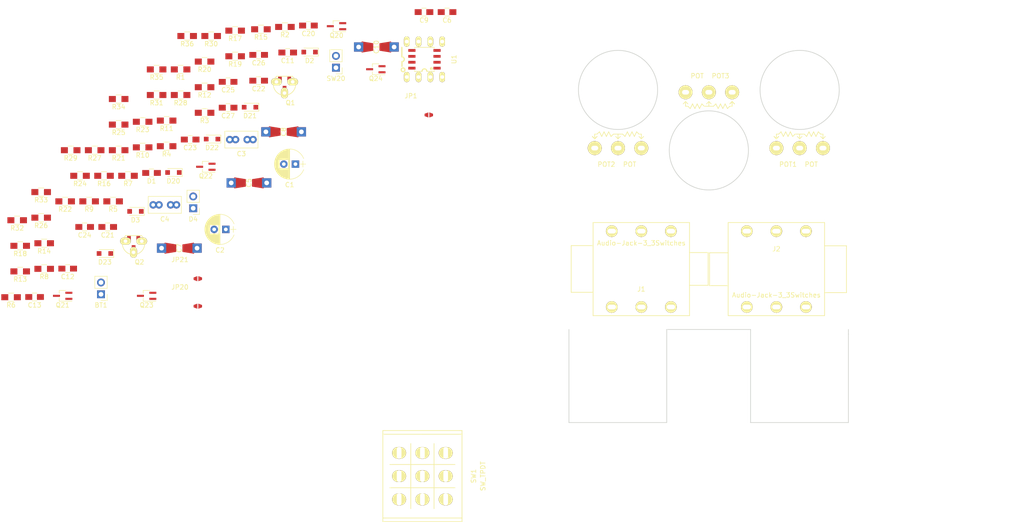
<source format=kicad_pcb>
(kicad_pcb (version 4) (host pcbnew 4.0.7)

  (general
    (links 171)
    (no_connects 165)
    (area 94.335559 56.794441 286.333334 172.075001)
    (thickness 1.6)
    (drawings 19)
    (tracks 0)
    (zones 0)
    (modules 84)
    (nets 55)
  )

  (page A4)
  (layers
    (0 F.Cu signal)
    (31 B.Cu signal)
    (32 B.Adhes user)
    (33 F.Adhes user)
    (34 B.Paste user)
    (35 F.Paste user)
    (36 B.SilkS user)
    (37 F.SilkS user)
    (38 B.Mask user)
    (39 F.Mask user)
    (40 Dwgs.User user)
    (41 Cmts.User user)
    (42 Eco1.User user)
    (43 Eco2.User user)
    (44 Edge.Cuts user)
    (45 Margin user)
    (46 B.CrtYd user)
    (47 F.CrtYd user)
    (48 B.Fab user)
    (49 F.Fab user)
  )

  (setup
    (last_trace_width 0.25)
    (trace_clearance 0.2)
    (zone_clearance 0.508)
    (zone_45_only no)
    (trace_min 0.2)
    (segment_width 0.2)
    (edge_width 0.15)
    (via_size 0.6)
    (via_drill 0.4)
    (via_min_size 0.4)
    (via_min_drill 0.3)
    (uvia_size 0.3)
    (uvia_drill 0.1)
    (uvias_allowed no)
    (uvia_min_size 0.2)
    (uvia_min_drill 0.1)
    (pcb_text_width 0.3)
    (pcb_text_size 1.5 1.5)
    (mod_edge_width 0.15)
    (mod_text_size 1 1)
    (mod_text_width 0.15)
    (pad_size 1.524 1.524)
    (pad_drill 0.762)
    (pad_to_mask_clearance 0.2)
    (aux_axis_origin 0 0)
    (visible_elements 7FFFF7FF)
    (pcbplotparams
      (layerselection 0x00030_80000001)
      (usegerberextensions false)
      (excludeedgelayer true)
      (linewidth 0.100000)
      (plotframeref false)
      (viasonmask false)
      (mode 1)
      (useauxorigin false)
      (hpglpennumber 1)
      (hpglpenspeed 20)
      (hpglpendiameter 15)
      (hpglpenoverlay 2)
      (psnegative false)
      (psa4output false)
      (plotreference true)
      (plotvalue true)
      (plotinvisibletext false)
      (padsonsilk false)
      (subtractmaskfromsilk false)
      (outputformat 1)
      (mirror false)
      (drillshape 1)
      (scaleselection 1)
      (outputdirectory ""))
  )

  (net 0 "")
  (net 1 LED_ANODE)
  (net 2 BATT-)
  (net 3 -VDC)
  (net 4 GNDREF)
  (net 5 "Net-(C5-Pad1)")
  (net 6 EFF_IN)
  (net 7 "Net-(C6-Pad1)")
  (net 8 PSEUDO_IN_1)
  (net 9 "Net-(C7-Pad1)")
  (net 10 "Net-(C7-Pad2)")
  (net 11 "Net-(C8-Pad2)")
  (net 12 "Net-(C9-Pad2)")
  (net 13 "Net-(C10-Pad1)")
  (net 14 "Net-(C10-Pad2)")
  (net 15 "Net-(C11-Pad1)")
  (net 16 "Net-(C11-Pad2)")
  (net 17 "Net-(C12-Pad1)")
  (net 18 PSEUDO_OUT)
  (net 19 EFF_OUT)
  (net 20 "Net-(C13-Pad2)")
  (net 21 "Net-(C20-Pad1)")
  (net 22 "Net-(C21-Pad1)")
  (net 23 "Net-(C22-Pad2)")
  (net 24 "Net-(C23-Pad1)")
  (net 25 "Net-(C23-Pad2)")
  (net 26 "Net-(C24-Pad1)")
  (net 27 "Net-(C24-Pad2)")
  (net 28 "Net-(C27-Pad2)")
  (net 29 LED_CATHODE)
  (net 30 "Net-(D20-Pad2)")
  (net 31 "Net-(D21-Pad2)")
  (net 32 "Net-(D22-Pad1)")
  (net 33 "Net-(D22-Pad2)")
  (net 34 "Net-(D23-Pad1)")
  (net 35 "Net-(D23-Pad2)")
  (net 36 JACK_IN)
  (net 37 "Net-(J1-Pad6)")
  (net 38 "Net-(J1-Pad5)")
  (net 39 JACK_OUT)
  (net 40 "Net-(J2-Pad6)")
  (net 41 "Net-(J2-Pad5)")
  (net 42 "Net-(J2-Pad4)")
  (net 43 PSEUDO_IN_2)
  (net 44 "Net-(POT1-Pad1)")
  (net 45 "Net-(POT1-Pad3)")
  (net 46 "Net-(POT2-Pad1)")
  (net 47 "Net-(POT3-Pad1)")
  (net 48 "Net-(Q1-Pad3)")
  (net 49 "Net-(Q2-Pad1)")
  (net 50 "Net-(Q22-Pad3)")
  (net 51 "Net-(R18-Pad2)")
  (net 52 "Net-(R24-Pad1)")
  (net 53 "Net-(R27-Pad2)")
  (net 54 "Net-(SW1-Pad32)")

  (net_class Default "Esta es la clase de red por defecto."
    (clearance 0.2)
    (trace_width 0.25)
    (via_dia 0.6)
    (via_drill 0.4)
    (uvia_dia 0.3)
    (uvia_drill 0.1)
    (add_net -VDC)
    (add_net BATT-)
    (add_net EFF_IN)
    (add_net EFF_OUT)
    (add_net GNDREF)
    (add_net JACK_IN)
    (add_net JACK_OUT)
    (add_net LED_ANODE)
    (add_net LED_CATHODE)
    (add_net "Net-(C10-Pad1)")
    (add_net "Net-(C10-Pad2)")
    (add_net "Net-(C11-Pad1)")
    (add_net "Net-(C11-Pad2)")
    (add_net "Net-(C12-Pad1)")
    (add_net "Net-(C13-Pad2)")
    (add_net "Net-(C20-Pad1)")
    (add_net "Net-(C21-Pad1)")
    (add_net "Net-(C22-Pad2)")
    (add_net "Net-(C23-Pad1)")
    (add_net "Net-(C23-Pad2)")
    (add_net "Net-(C24-Pad1)")
    (add_net "Net-(C24-Pad2)")
    (add_net "Net-(C27-Pad2)")
    (add_net "Net-(C5-Pad1)")
    (add_net "Net-(C6-Pad1)")
    (add_net "Net-(C7-Pad1)")
    (add_net "Net-(C7-Pad2)")
    (add_net "Net-(C8-Pad2)")
    (add_net "Net-(C9-Pad2)")
    (add_net "Net-(D20-Pad2)")
    (add_net "Net-(D21-Pad2)")
    (add_net "Net-(D22-Pad1)")
    (add_net "Net-(D22-Pad2)")
    (add_net "Net-(D23-Pad1)")
    (add_net "Net-(D23-Pad2)")
    (add_net "Net-(J1-Pad5)")
    (add_net "Net-(J1-Pad6)")
    (add_net "Net-(J2-Pad4)")
    (add_net "Net-(J2-Pad5)")
    (add_net "Net-(J2-Pad6)")
    (add_net "Net-(POT1-Pad1)")
    (add_net "Net-(POT1-Pad3)")
    (add_net "Net-(POT2-Pad1)")
    (add_net "Net-(POT3-Pad1)")
    (add_net "Net-(Q1-Pad3)")
    (add_net "Net-(Q2-Pad1)")
    (add_net "Net-(Q22-Pad3)")
    (add_net "Net-(R18-Pad2)")
    (add_net "Net-(R24-Pad1)")
    (add_net "Net-(R27-Pad2)")
    (add_net "Net-(SW1-Pad32)")
    (add_net PSEUDO_IN_1)
    (add_net PSEUDO_IN_2)
    (add_net PSEUDO_OUT)
  )

  (module Socket_Strips:Socket_Strip_Straight_1x02_Pitch2.54mm (layer F.Cu) (tedit 58CD5446) (tstamp 5A36D3A5)
    (at 82.988249 112.420559 180)
    (descr "Through hole straight socket strip, 1x02, 2.54mm pitch, single row")
    (tags "Through hole socket strip THT 1x02 2.54mm single row")
    (path /5A2F0AE3)
    (fp_text reference BT1 (at 0 -2.33 180) (layer F.SilkS)
      (effects (font (size 1 1) (thickness 0.15)))
    )
    (fp_text value Battery_Cell (at 0 4.87 180) (layer F.Fab)
      (effects (font (size 1 1) (thickness 0.15)))
    )
    (fp_line (start -1.27 -1.27) (end -1.27 3.81) (layer F.Fab) (width 0.1))
    (fp_line (start -1.27 3.81) (end 1.27 3.81) (layer F.Fab) (width 0.1))
    (fp_line (start 1.27 3.81) (end 1.27 -1.27) (layer F.Fab) (width 0.1))
    (fp_line (start 1.27 -1.27) (end -1.27 -1.27) (layer F.Fab) (width 0.1))
    (fp_line (start -1.33 1.27) (end -1.33 3.87) (layer F.SilkS) (width 0.12))
    (fp_line (start -1.33 3.87) (end 1.33 3.87) (layer F.SilkS) (width 0.12))
    (fp_line (start 1.33 3.87) (end 1.33 1.27) (layer F.SilkS) (width 0.12))
    (fp_line (start 1.33 1.27) (end -1.33 1.27) (layer F.SilkS) (width 0.12))
    (fp_line (start -1.33 0) (end -1.33 -1.33) (layer F.SilkS) (width 0.12))
    (fp_line (start -1.33 -1.33) (end 0 -1.33) (layer F.SilkS) (width 0.12))
    (fp_line (start -1.8 -1.8) (end -1.8 4.35) (layer F.CrtYd) (width 0.05))
    (fp_line (start -1.8 4.35) (end 1.8 4.35) (layer F.CrtYd) (width 0.05))
    (fp_line (start 1.8 4.35) (end 1.8 -1.8) (layer F.CrtYd) (width 0.05))
    (fp_line (start 1.8 -1.8) (end -1.8 -1.8) (layer F.CrtYd) (width 0.05))
    (fp_text user %R (at 0 -2.33 180) (layer F.Fab)
      (effects (font (size 1 1) (thickness 0.15)))
    )
    (pad 1 thru_hole rect (at 0 0 180) (size 1.7 1.7) (drill 1) (layers *.Cu *.Mask)
      (net 1 LED_ANODE))
    (pad 2 thru_hole oval (at 0 2.54 180) (size 1.7 1.7) (drill 1) (layers *.Cu *.Mask)
      (net 2 BATT-))
    (model ${KISYS3DMOD}/Socket_Strips.3dshapes/Socket_Strip_Straight_1x02_Pitch2.54mm.wrl
      (at (xyz 0 -0.05 0))
      (scale (xyz 1 1 1))
      (rotate (xyz 0 0 270))
    )
  )

  (module Capacitors_THT:CP_Radial_D6.3mm_P2.50mm (layer F.Cu) (tedit 597BC7C2) (tstamp 5A36D3AB)
    (at 124.73944 84.440559 180)
    (descr "CP, Radial series, Radial, pin pitch=2.50mm, , diameter=6.3mm, Electrolytic Capacitor")
    (tags "CP Radial series Radial pin pitch 2.50mm  diameter 6.3mm Electrolytic Capacitor")
    (path /5A2F0C57)
    (fp_text reference C1 (at 1.25 -4.46 180) (layer F.SilkS)
      (effects (font (size 1 1) (thickness 0.15)))
    )
    (fp_text value CP (at 1.25 4.46 180) (layer F.Fab)
      (effects (font (size 1 1) (thickness 0.15)))
    )
    (fp_arc (start 1.25 0) (end -1.767482 -1.18) (angle 137.3) (layer F.SilkS) (width 0.12))
    (fp_arc (start 1.25 0) (end -1.767482 1.18) (angle -137.3) (layer F.SilkS) (width 0.12))
    (fp_arc (start 1.25 0) (end 4.267482 -1.18) (angle 42.7) (layer F.SilkS) (width 0.12))
    (fp_circle (center 1.25 0) (end 4.4 0) (layer F.Fab) (width 0.1))
    (fp_line (start -2.2 0) (end -1 0) (layer F.Fab) (width 0.1))
    (fp_line (start -1.6 -0.65) (end -1.6 0.65) (layer F.Fab) (width 0.1))
    (fp_line (start 1.25 -3.2) (end 1.25 3.2) (layer F.SilkS) (width 0.12))
    (fp_line (start 1.29 -3.2) (end 1.29 3.2) (layer F.SilkS) (width 0.12))
    (fp_line (start 1.33 -3.2) (end 1.33 3.2) (layer F.SilkS) (width 0.12))
    (fp_line (start 1.37 -3.198) (end 1.37 3.198) (layer F.SilkS) (width 0.12))
    (fp_line (start 1.41 -3.197) (end 1.41 3.197) (layer F.SilkS) (width 0.12))
    (fp_line (start 1.45 -3.194) (end 1.45 3.194) (layer F.SilkS) (width 0.12))
    (fp_line (start 1.49 -3.192) (end 1.49 3.192) (layer F.SilkS) (width 0.12))
    (fp_line (start 1.53 -3.188) (end 1.53 -0.98) (layer F.SilkS) (width 0.12))
    (fp_line (start 1.53 0.98) (end 1.53 3.188) (layer F.SilkS) (width 0.12))
    (fp_line (start 1.57 -3.185) (end 1.57 -0.98) (layer F.SilkS) (width 0.12))
    (fp_line (start 1.57 0.98) (end 1.57 3.185) (layer F.SilkS) (width 0.12))
    (fp_line (start 1.61 -3.18) (end 1.61 -0.98) (layer F.SilkS) (width 0.12))
    (fp_line (start 1.61 0.98) (end 1.61 3.18) (layer F.SilkS) (width 0.12))
    (fp_line (start 1.65 -3.176) (end 1.65 -0.98) (layer F.SilkS) (width 0.12))
    (fp_line (start 1.65 0.98) (end 1.65 3.176) (layer F.SilkS) (width 0.12))
    (fp_line (start 1.69 -3.17) (end 1.69 -0.98) (layer F.SilkS) (width 0.12))
    (fp_line (start 1.69 0.98) (end 1.69 3.17) (layer F.SilkS) (width 0.12))
    (fp_line (start 1.73 -3.165) (end 1.73 -0.98) (layer F.SilkS) (width 0.12))
    (fp_line (start 1.73 0.98) (end 1.73 3.165) (layer F.SilkS) (width 0.12))
    (fp_line (start 1.77 -3.158) (end 1.77 -0.98) (layer F.SilkS) (width 0.12))
    (fp_line (start 1.77 0.98) (end 1.77 3.158) (layer F.SilkS) (width 0.12))
    (fp_line (start 1.81 -3.152) (end 1.81 -0.98) (layer F.SilkS) (width 0.12))
    (fp_line (start 1.81 0.98) (end 1.81 3.152) (layer F.SilkS) (width 0.12))
    (fp_line (start 1.85 -3.144) (end 1.85 -0.98) (layer F.SilkS) (width 0.12))
    (fp_line (start 1.85 0.98) (end 1.85 3.144) (layer F.SilkS) (width 0.12))
    (fp_line (start 1.89 -3.137) (end 1.89 -0.98) (layer F.SilkS) (width 0.12))
    (fp_line (start 1.89 0.98) (end 1.89 3.137) (layer F.SilkS) (width 0.12))
    (fp_line (start 1.93 -3.128) (end 1.93 -0.98) (layer F.SilkS) (width 0.12))
    (fp_line (start 1.93 0.98) (end 1.93 3.128) (layer F.SilkS) (width 0.12))
    (fp_line (start 1.971 -3.119) (end 1.971 -0.98) (layer F.SilkS) (width 0.12))
    (fp_line (start 1.971 0.98) (end 1.971 3.119) (layer F.SilkS) (width 0.12))
    (fp_line (start 2.011 -3.11) (end 2.011 -0.98) (layer F.SilkS) (width 0.12))
    (fp_line (start 2.011 0.98) (end 2.011 3.11) (layer F.SilkS) (width 0.12))
    (fp_line (start 2.051 -3.1) (end 2.051 -0.98) (layer F.SilkS) (width 0.12))
    (fp_line (start 2.051 0.98) (end 2.051 3.1) (layer F.SilkS) (width 0.12))
    (fp_line (start 2.091 -3.09) (end 2.091 -0.98) (layer F.SilkS) (width 0.12))
    (fp_line (start 2.091 0.98) (end 2.091 3.09) (layer F.SilkS) (width 0.12))
    (fp_line (start 2.131 -3.079) (end 2.131 -0.98) (layer F.SilkS) (width 0.12))
    (fp_line (start 2.131 0.98) (end 2.131 3.079) (layer F.SilkS) (width 0.12))
    (fp_line (start 2.171 -3.067) (end 2.171 -0.98) (layer F.SilkS) (width 0.12))
    (fp_line (start 2.171 0.98) (end 2.171 3.067) (layer F.SilkS) (width 0.12))
    (fp_line (start 2.211 -3.055) (end 2.211 -0.98) (layer F.SilkS) (width 0.12))
    (fp_line (start 2.211 0.98) (end 2.211 3.055) (layer F.SilkS) (width 0.12))
    (fp_line (start 2.251 -3.042) (end 2.251 -0.98) (layer F.SilkS) (width 0.12))
    (fp_line (start 2.251 0.98) (end 2.251 3.042) (layer F.SilkS) (width 0.12))
    (fp_line (start 2.291 -3.029) (end 2.291 -0.98) (layer F.SilkS) (width 0.12))
    (fp_line (start 2.291 0.98) (end 2.291 3.029) (layer F.SilkS) (width 0.12))
    (fp_line (start 2.331 -3.015) (end 2.331 -0.98) (layer F.SilkS) (width 0.12))
    (fp_line (start 2.331 0.98) (end 2.331 3.015) (layer F.SilkS) (width 0.12))
    (fp_line (start 2.371 -3.001) (end 2.371 -0.98) (layer F.SilkS) (width 0.12))
    (fp_line (start 2.371 0.98) (end 2.371 3.001) (layer F.SilkS) (width 0.12))
    (fp_line (start 2.411 -2.986) (end 2.411 -0.98) (layer F.SilkS) (width 0.12))
    (fp_line (start 2.411 0.98) (end 2.411 2.986) (layer F.SilkS) (width 0.12))
    (fp_line (start 2.451 -2.97) (end 2.451 -0.98) (layer F.SilkS) (width 0.12))
    (fp_line (start 2.451 0.98) (end 2.451 2.97) (layer F.SilkS) (width 0.12))
    (fp_line (start 2.491 -2.954) (end 2.491 -0.98) (layer F.SilkS) (width 0.12))
    (fp_line (start 2.491 0.98) (end 2.491 2.954) (layer F.SilkS) (width 0.12))
    (fp_line (start 2.531 -2.937) (end 2.531 -0.98) (layer F.SilkS) (width 0.12))
    (fp_line (start 2.531 0.98) (end 2.531 2.937) (layer F.SilkS) (width 0.12))
    (fp_line (start 2.571 -2.919) (end 2.571 -0.98) (layer F.SilkS) (width 0.12))
    (fp_line (start 2.571 0.98) (end 2.571 2.919) (layer F.SilkS) (width 0.12))
    (fp_line (start 2.611 -2.901) (end 2.611 -0.98) (layer F.SilkS) (width 0.12))
    (fp_line (start 2.611 0.98) (end 2.611 2.901) (layer F.SilkS) (width 0.12))
    (fp_line (start 2.651 -2.882) (end 2.651 -0.98) (layer F.SilkS) (width 0.12))
    (fp_line (start 2.651 0.98) (end 2.651 2.882) (layer F.SilkS) (width 0.12))
    (fp_line (start 2.691 -2.863) (end 2.691 -0.98) (layer F.SilkS) (width 0.12))
    (fp_line (start 2.691 0.98) (end 2.691 2.863) (layer F.SilkS) (width 0.12))
    (fp_line (start 2.731 -2.843) (end 2.731 -0.98) (layer F.SilkS) (width 0.12))
    (fp_line (start 2.731 0.98) (end 2.731 2.843) (layer F.SilkS) (width 0.12))
    (fp_line (start 2.771 -2.822) (end 2.771 -0.98) (layer F.SilkS) (width 0.12))
    (fp_line (start 2.771 0.98) (end 2.771 2.822) (layer F.SilkS) (width 0.12))
    (fp_line (start 2.811 -2.8) (end 2.811 -0.98) (layer F.SilkS) (width 0.12))
    (fp_line (start 2.811 0.98) (end 2.811 2.8) (layer F.SilkS) (width 0.12))
    (fp_line (start 2.851 -2.778) (end 2.851 -0.98) (layer F.SilkS) (width 0.12))
    (fp_line (start 2.851 0.98) (end 2.851 2.778) (layer F.SilkS) (width 0.12))
    (fp_line (start 2.891 -2.755) (end 2.891 -0.98) (layer F.SilkS) (width 0.12))
    (fp_line (start 2.891 0.98) (end 2.891 2.755) (layer F.SilkS) (width 0.12))
    (fp_line (start 2.931 -2.731) (end 2.931 -0.98) (layer F.SilkS) (width 0.12))
    (fp_line (start 2.931 0.98) (end 2.931 2.731) (layer F.SilkS) (width 0.12))
    (fp_line (start 2.971 -2.706) (end 2.971 -0.98) (layer F.SilkS) (width 0.12))
    (fp_line (start 2.971 0.98) (end 2.971 2.706) (layer F.SilkS) (width 0.12))
    (fp_line (start 3.011 -2.681) (end 3.011 -0.98) (layer F.SilkS) (width 0.12))
    (fp_line (start 3.011 0.98) (end 3.011 2.681) (layer F.SilkS) (width 0.12))
    (fp_line (start 3.051 -2.654) (end 3.051 -0.98) (layer F.SilkS) (width 0.12))
    (fp_line (start 3.051 0.98) (end 3.051 2.654) (layer F.SilkS) (width 0.12))
    (fp_line (start 3.091 -2.627) (end 3.091 -0.98) (layer F.SilkS) (width 0.12))
    (fp_line (start 3.091 0.98) (end 3.091 2.627) (layer F.SilkS) (width 0.12))
    (fp_line (start 3.131 -2.599) (end 3.131 -0.98) (layer F.SilkS) (width 0.12))
    (fp_line (start 3.131 0.98) (end 3.131 2.599) (layer F.SilkS) (width 0.12))
    (fp_line (start 3.171 -2.57) (end 3.171 -0.98) (layer F.SilkS) (width 0.12))
    (fp_line (start 3.171 0.98) (end 3.171 2.57) (layer F.SilkS) (width 0.12))
    (fp_line (start 3.211 -2.54) (end 3.211 -0.98) (layer F.SilkS) (width 0.12))
    (fp_line (start 3.211 0.98) (end 3.211 2.54) (layer F.SilkS) (width 0.12))
    (fp_line (start 3.251 -2.51) (end 3.251 -0.98) (layer F.SilkS) (width 0.12))
    (fp_line (start 3.251 0.98) (end 3.251 2.51) (layer F.SilkS) (width 0.12))
    (fp_line (start 3.291 -2.478) (end 3.291 -0.98) (layer F.SilkS) (width 0.12))
    (fp_line (start 3.291 0.98) (end 3.291 2.478) (layer F.SilkS) (width 0.12))
    (fp_line (start 3.331 -2.445) (end 3.331 -0.98) (layer F.SilkS) (width 0.12))
    (fp_line (start 3.331 0.98) (end 3.331 2.445) (layer F.SilkS) (width 0.12))
    (fp_line (start 3.371 -2.411) (end 3.371 -0.98) (layer F.SilkS) (width 0.12))
    (fp_line (start 3.371 0.98) (end 3.371 2.411) (layer F.SilkS) (width 0.12))
    (fp_line (start 3.411 -2.375) (end 3.411 -0.98) (layer F.SilkS) (width 0.12))
    (fp_line (start 3.411 0.98) (end 3.411 2.375) (layer F.SilkS) (width 0.12))
    (fp_line (start 3.451 -2.339) (end 3.451 -0.98) (layer F.SilkS) (width 0.12))
    (fp_line (start 3.451 0.98) (end 3.451 2.339) (layer F.SilkS) (width 0.12))
    (fp_line (start 3.491 -2.301) (end 3.491 2.301) (layer F.SilkS) (width 0.12))
    (fp_line (start 3.531 -2.262) (end 3.531 2.262) (layer F.SilkS) (width 0.12))
    (fp_line (start 3.571 -2.222) (end 3.571 2.222) (layer F.SilkS) (width 0.12))
    (fp_line (start 3.611 -2.18) (end 3.611 2.18) (layer F.SilkS) (width 0.12))
    (fp_line (start 3.651 -2.137) (end 3.651 2.137) (layer F.SilkS) (width 0.12))
    (fp_line (start 3.691 -2.092) (end 3.691 2.092) (layer F.SilkS) (width 0.12))
    (fp_line (start 3.731 -2.045) (end 3.731 2.045) (layer F.SilkS) (width 0.12))
    (fp_line (start 3.771 -1.997) (end 3.771 1.997) (layer F.SilkS) (width 0.12))
    (fp_line (start 3.811 -1.946) (end 3.811 1.946) (layer F.SilkS) (width 0.12))
    (fp_line (start 3.851 -1.894) (end 3.851 1.894) (layer F.SilkS) (width 0.12))
    (fp_line (start 3.891 -1.839) (end 3.891 1.839) (layer F.SilkS) (width 0.12))
    (fp_line (start 3.931 -1.781) (end 3.931 1.781) (layer F.SilkS) (width 0.12))
    (fp_line (start 3.971 -1.721) (end 3.971 1.721) (layer F.SilkS) (width 0.12))
    (fp_line (start 4.011 -1.658) (end 4.011 1.658) (layer F.SilkS) (width 0.12))
    (fp_line (start 4.051 -1.591) (end 4.051 1.591) (layer F.SilkS) (width 0.12))
    (fp_line (start 4.091 -1.52) (end 4.091 1.52) (layer F.SilkS) (width 0.12))
    (fp_line (start 4.131 -1.445) (end 4.131 1.445) (layer F.SilkS) (width 0.12))
    (fp_line (start 4.171 -1.364) (end 4.171 1.364) (layer F.SilkS) (width 0.12))
    (fp_line (start 4.211 -1.278) (end 4.211 1.278) (layer F.SilkS) (width 0.12))
    (fp_line (start 4.251 -1.184) (end 4.251 1.184) (layer F.SilkS) (width 0.12))
    (fp_line (start 4.291 -1.081) (end 4.291 1.081) (layer F.SilkS) (width 0.12))
    (fp_line (start 4.331 -0.966) (end 4.331 0.966) (layer F.SilkS) (width 0.12))
    (fp_line (start 4.371 -0.834) (end 4.371 0.834) (layer F.SilkS) (width 0.12))
    (fp_line (start 4.411 -0.676) (end 4.411 0.676) (layer F.SilkS) (width 0.12))
    (fp_line (start 4.451 -0.468) (end 4.451 0.468) (layer F.SilkS) (width 0.12))
    (fp_line (start -2.2 0) (end -1 0) (layer F.SilkS) (width 0.12))
    (fp_line (start -1.6 -0.65) (end -1.6 0.65) (layer F.SilkS) (width 0.12))
    (fp_line (start -2.25 -3.5) (end -2.25 3.5) (layer F.CrtYd) (width 0.05))
    (fp_line (start -2.25 3.5) (end 4.75 3.5) (layer F.CrtYd) (width 0.05))
    (fp_line (start 4.75 3.5) (end 4.75 -3.5) (layer F.CrtYd) (width 0.05))
    (fp_line (start 4.75 -3.5) (end -2.25 -3.5) (layer F.CrtYd) (width 0.05))
    (fp_text user %R (at 1.25 0 180) (layer F.Fab)
      (effects (font (size 1 1) (thickness 0.15)))
    )
    (pad 1 thru_hole rect (at 0 0 180) (size 1.6 1.6) (drill 0.8) (layers *.Cu *.Mask)
      (net 1 LED_ANODE))
    (pad 2 thru_hole circle (at 2.5 0 180) (size 1.6 1.6) (drill 0.8) (layers *.Cu *.Mask)
      (net 3 -VDC))
    (model ${KISYS3DMOD}/Capacitors_THT.3dshapes/CP_Radial_D6.3mm_P2.50mm.wrl
      (at (xyz 0 0 0))
      (scale (xyz 1 1 1))
      (rotate (xyz 0 0 0))
    )
  )

  (module Capacitors_THT:CP_Radial_D6.3mm_P2.50mm (layer F.Cu) (tedit 597BC7C2) (tstamp 5A36D3B1)
    (at 109.78944 98.470559 180)
    (descr "CP, Radial series, Radial, pin pitch=2.50mm, , diameter=6.3mm, Electrolytic Capacitor")
    (tags "CP Radial series Radial pin pitch 2.50mm  diameter 6.3mm Electrolytic Capacitor")
    (path /5A2F1049)
    (fp_text reference C2 (at 1.25 -4.46 180) (layer F.SilkS)
      (effects (font (size 1 1) (thickness 0.15)))
    )
    (fp_text value CP (at 1.25 4.46 180) (layer F.Fab)
      (effects (font (size 1 1) (thickness 0.15)))
    )
    (fp_arc (start 1.25 0) (end -1.767482 -1.18) (angle 137.3) (layer F.SilkS) (width 0.12))
    (fp_arc (start 1.25 0) (end -1.767482 1.18) (angle -137.3) (layer F.SilkS) (width 0.12))
    (fp_arc (start 1.25 0) (end 4.267482 -1.18) (angle 42.7) (layer F.SilkS) (width 0.12))
    (fp_circle (center 1.25 0) (end 4.4 0) (layer F.Fab) (width 0.1))
    (fp_line (start -2.2 0) (end -1 0) (layer F.Fab) (width 0.1))
    (fp_line (start -1.6 -0.65) (end -1.6 0.65) (layer F.Fab) (width 0.1))
    (fp_line (start 1.25 -3.2) (end 1.25 3.2) (layer F.SilkS) (width 0.12))
    (fp_line (start 1.29 -3.2) (end 1.29 3.2) (layer F.SilkS) (width 0.12))
    (fp_line (start 1.33 -3.2) (end 1.33 3.2) (layer F.SilkS) (width 0.12))
    (fp_line (start 1.37 -3.198) (end 1.37 3.198) (layer F.SilkS) (width 0.12))
    (fp_line (start 1.41 -3.197) (end 1.41 3.197) (layer F.SilkS) (width 0.12))
    (fp_line (start 1.45 -3.194) (end 1.45 3.194) (layer F.SilkS) (width 0.12))
    (fp_line (start 1.49 -3.192) (end 1.49 3.192) (layer F.SilkS) (width 0.12))
    (fp_line (start 1.53 -3.188) (end 1.53 -0.98) (layer F.SilkS) (width 0.12))
    (fp_line (start 1.53 0.98) (end 1.53 3.188) (layer F.SilkS) (width 0.12))
    (fp_line (start 1.57 -3.185) (end 1.57 -0.98) (layer F.SilkS) (width 0.12))
    (fp_line (start 1.57 0.98) (end 1.57 3.185) (layer F.SilkS) (width 0.12))
    (fp_line (start 1.61 -3.18) (end 1.61 -0.98) (layer F.SilkS) (width 0.12))
    (fp_line (start 1.61 0.98) (end 1.61 3.18) (layer F.SilkS) (width 0.12))
    (fp_line (start 1.65 -3.176) (end 1.65 -0.98) (layer F.SilkS) (width 0.12))
    (fp_line (start 1.65 0.98) (end 1.65 3.176) (layer F.SilkS) (width 0.12))
    (fp_line (start 1.69 -3.17) (end 1.69 -0.98) (layer F.SilkS) (width 0.12))
    (fp_line (start 1.69 0.98) (end 1.69 3.17) (layer F.SilkS) (width 0.12))
    (fp_line (start 1.73 -3.165) (end 1.73 -0.98) (layer F.SilkS) (width 0.12))
    (fp_line (start 1.73 0.98) (end 1.73 3.165) (layer F.SilkS) (width 0.12))
    (fp_line (start 1.77 -3.158) (end 1.77 -0.98) (layer F.SilkS) (width 0.12))
    (fp_line (start 1.77 0.98) (end 1.77 3.158) (layer F.SilkS) (width 0.12))
    (fp_line (start 1.81 -3.152) (end 1.81 -0.98) (layer F.SilkS) (width 0.12))
    (fp_line (start 1.81 0.98) (end 1.81 3.152) (layer F.SilkS) (width 0.12))
    (fp_line (start 1.85 -3.144) (end 1.85 -0.98) (layer F.SilkS) (width 0.12))
    (fp_line (start 1.85 0.98) (end 1.85 3.144) (layer F.SilkS) (width 0.12))
    (fp_line (start 1.89 -3.137) (end 1.89 -0.98) (layer F.SilkS) (width 0.12))
    (fp_line (start 1.89 0.98) (end 1.89 3.137) (layer F.SilkS) (width 0.12))
    (fp_line (start 1.93 -3.128) (end 1.93 -0.98) (layer F.SilkS) (width 0.12))
    (fp_line (start 1.93 0.98) (end 1.93 3.128) (layer F.SilkS) (width 0.12))
    (fp_line (start 1.971 -3.119) (end 1.971 -0.98) (layer F.SilkS) (width 0.12))
    (fp_line (start 1.971 0.98) (end 1.971 3.119) (layer F.SilkS) (width 0.12))
    (fp_line (start 2.011 -3.11) (end 2.011 -0.98) (layer F.SilkS) (width 0.12))
    (fp_line (start 2.011 0.98) (end 2.011 3.11) (layer F.SilkS) (width 0.12))
    (fp_line (start 2.051 -3.1) (end 2.051 -0.98) (layer F.SilkS) (width 0.12))
    (fp_line (start 2.051 0.98) (end 2.051 3.1) (layer F.SilkS) (width 0.12))
    (fp_line (start 2.091 -3.09) (end 2.091 -0.98) (layer F.SilkS) (width 0.12))
    (fp_line (start 2.091 0.98) (end 2.091 3.09) (layer F.SilkS) (width 0.12))
    (fp_line (start 2.131 -3.079) (end 2.131 -0.98) (layer F.SilkS) (width 0.12))
    (fp_line (start 2.131 0.98) (end 2.131 3.079) (layer F.SilkS) (width 0.12))
    (fp_line (start 2.171 -3.067) (end 2.171 -0.98) (layer F.SilkS) (width 0.12))
    (fp_line (start 2.171 0.98) (end 2.171 3.067) (layer F.SilkS) (width 0.12))
    (fp_line (start 2.211 -3.055) (end 2.211 -0.98) (layer F.SilkS) (width 0.12))
    (fp_line (start 2.211 0.98) (end 2.211 3.055) (layer F.SilkS) (width 0.12))
    (fp_line (start 2.251 -3.042) (end 2.251 -0.98) (layer F.SilkS) (width 0.12))
    (fp_line (start 2.251 0.98) (end 2.251 3.042) (layer F.SilkS) (width 0.12))
    (fp_line (start 2.291 -3.029) (end 2.291 -0.98) (layer F.SilkS) (width 0.12))
    (fp_line (start 2.291 0.98) (end 2.291 3.029) (layer F.SilkS) (width 0.12))
    (fp_line (start 2.331 -3.015) (end 2.331 -0.98) (layer F.SilkS) (width 0.12))
    (fp_line (start 2.331 0.98) (end 2.331 3.015) (layer F.SilkS) (width 0.12))
    (fp_line (start 2.371 -3.001) (end 2.371 -0.98) (layer F.SilkS) (width 0.12))
    (fp_line (start 2.371 0.98) (end 2.371 3.001) (layer F.SilkS) (width 0.12))
    (fp_line (start 2.411 -2.986) (end 2.411 -0.98) (layer F.SilkS) (width 0.12))
    (fp_line (start 2.411 0.98) (end 2.411 2.986) (layer F.SilkS) (width 0.12))
    (fp_line (start 2.451 -2.97) (end 2.451 -0.98) (layer F.SilkS) (width 0.12))
    (fp_line (start 2.451 0.98) (end 2.451 2.97) (layer F.SilkS) (width 0.12))
    (fp_line (start 2.491 -2.954) (end 2.491 -0.98) (layer F.SilkS) (width 0.12))
    (fp_line (start 2.491 0.98) (end 2.491 2.954) (layer F.SilkS) (width 0.12))
    (fp_line (start 2.531 -2.937) (end 2.531 -0.98) (layer F.SilkS) (width 0.12))
    (fp_line (start 2.531 0.98) (end 2.531 2.937) (layer F.SilkS) (width 0.12))
    (fp_line (start 2.571 -2.919) (end 2.571 -0.98) (layer F.SilkS) (width 0.12))
    (fp_line (start 2.571 0.98) (end 2.571 2.919) (layer F.SilkS) (width 0.12))
    (fp_line (start 2.611 -2.901) (end 2.611 -0.98) (layer F.SilkS) (width 0.12))
    (fp_line (start 2.611 0.98) (end 2.611 2.901) (layer F.SilkS) (width 0.12))
    (fp_line (start 2.651 -2.882) (end 2.651 -0.98) (layer F.SilkS) (width 0.12))
    (fp_line (start 2.651 0.98) (end 2.651 2.882) (layer F.SilkS) (width 0.12))
    (fp_line (start 2.691 -2.863) (end 2.691 -0.98) (layer F.SilkS) (width 0.12))
    (fp_line (start 2.691 0.98) (end 2.691 2.863) (layer F.SilkS) (width 0.12))
    (fp_line (start 2.731 -2.843) (end 2.731 -0.98) (layer F.SilkS) (width 0.12))
    (fp_line (start 2.731 0.98) (end 2.731 2.843) (layer F.SilkS) (width 0.12))
    (fp_line (start 2.771 -2.822) (end 2.771 -0.98) (layer F.SilkS) (width 0.12))
    (fp_line (start 2.771 0.98) (end 2.771 2.822) (layer F.SilkS) (width 0.12))
    (fp_line (start 2.811 -2.8) (end 2.811 -0.98) (layer F.SilkS) (width 0.12))
    (fp_line (start 2.811 0.98) (end 2.811 2.8) (layer F.SilkS) (width 0.12))
    (fp_line (start 2.851 -2.778) (end 2.851 -0.98) (layer F.SilkS) (width 0.12))
    (fp_line (start 2.851 0.98) (end 2.851 2.778) (layer F.SilkS) (width 0.12))
    (fp_line (start 2.891 -2.755) (end 2.891 -0.98) (layer F.SilkS) (width 0.12))
    (fp_line (start 2.891 0.98) (end 2.891 2.755) (layer F.SilkS) (width 0.12))
    (fp_line (start 2.931 -2.731) (end 2.931 -0.98) (layer F.SilkS) (width 0.12))
    (fp_line (start 2.931 0.98) (end 2.931 2.731) (layer F.SilkS) (width 0.12))
    (fp_line (start 2.971 -2.706) (end 2.971 -0.98) (layer F.SilkS) (width 0.12))
    (fp_line (start 2.971 0.98) (end 2.971 2.706) (layer F.SilkS) (width 0.12))
    (fp_line (start 3.011 -2.681) (end 3.011 -0.98) (layer F.SilkS) (width 0.12))
    (fp_line (start 3.011 0.98) (end 3.011 2.681) (layer F.SilkS) (width 0.12))
    (fp_line (start 3.051 -2.654) (end 3.051 -0.98) (layer F.SilkS) (width 0.12))
    (fp_line (start 3.051 0.98) (end 3.051 2.654) (layer F.SilkS) (width 0.12))
    (fp_line (start 3.091 -2.627) (end 3.091 -0.98) (layer F.SilkS) (width 0.12))
    (fp_line (start 3.091 0.98) (end 3.091 2.627) (layer F.SilkS) (width 0.12))
    (fp_line (start 3.131 -2.599) (end 3.131 -0.98) (layer F.SilkS) (width 0.12))
    (fp_line (start 3.131 0.98) (end 3.131 2.599) (layer F.SilkS) (width 0.12))
    (fp_line (start 3.171 -2.57) (end 3.171 -0.98) (layer F.SilkS) (width 0.12))
    (fp_line (start 3.171 0.98) (end 3.171 2.57) (layer F.SilkS) (width 0.12))
    (fp_line (start 3.211 -2.54) (end 3.211 -0.98) (layer F.SilkS) (width 0.12))
    (fp_line (start 3.211 0.98) (end 3.211 2.54) (layer F.SilkS) (width 0.12))
    (fp_line (start 3.251 -2.51) (end 3.251 -0.98) (layer F.SilkS) (width 0.12))
    (fp_line (start 3.251 0.98) (end 3.251 2.51) (layer F.SilkS) (width 0.12))
    (fp_line (start 3.291 -2.478) (end 3.291 -0.98) (layer F.SilkS) (width 0.12))
    (fp_line (start 3.291 0.98) (end 3.291 2.478) (layer F.SilkS) (width 0.12))
    (fp_line (start 3.331 -2.445) (end 3.331 -0.98) (layer F.SilkS) (width 0.12))
    (fp_line (start 3.331 0.98) (end 3.331 2.445) (layer F.SilkS) (width 0.12))
    (fp_line (start 3.371 -2.411) (end 3.371 -0.98) (layer F.SilkS) (width 0.12))
    (fp_line (start 3.371 0.98) (end 3.371 2.411) (layer F.SilkS) (width 0.12))
    (fp_line (start 3.411 -2.375) (end 3.411 -0.98) (layer F.SilkS) (width 0.12))
    (fp_line (start 3.411 0.98) (end 3.411 2.375) (layer F.SilkS) (width 0.12))
    (fp_line (start 3.451 -2.339) (end 3.451 -0.98) (layer F.SilkS) (width 0.12))
    (fp_line (start 3.451 0.98) (end 3.451 2.339) (layer F.SilkS) (width 0.12))
    (fp_line (start 3.491 -2.301) (end 3.491 2.301) (layer F.SilkS) (width 0.12))
    (fp_line (start 3.531 -2.262) (end 3.531 2.262) (layer F.SilkS) (width 0.12))
    (fp_line (start 3.571 -2.222) (end 3.571 2.222) (layer F.SilkS) (width 0.12))
    (fp_line (start 3.611 -2.18) (end 3.611 2.18) (layer F.SilkS) (width 0.12))
    (fp_line (start 3.651 -2.137) (end 3.651 2.137) (layer F.SilkS) (width 0.12))
    (fp_line (start 3.691 -2.092) (end 3.691 2.092) (layer F.SilkS) (width 0.12))
    (fp_line (start 3.731 -2.045) (end 3.731 2.045) (layer F.SilkS) (width 0.12))
    (fp_line (start 3.771 -1.997) (end 3.771 1.997) (layer F.SilkS) (width 0.12))
    (fp_line (start 3.811 -1.946) (end 3.811 1.946) (layer F.SilkS) (width 0.12))
    (fp_line (start 3.851 -1.894) (end 3.851 1.894) (layer F.SilkS) (width 0.12))
    (fp_line (start 3.891 -1.839) (end 3.891 1.839) (layer F.SilkS) (width 0.12))
    (fp_line (start 3.931 -1.781) (end 3.931 1.781) (layer F.SilkS) (width 0.12))
    (fp_line (start 3.971 -1.721) (end 3.971 1.721) (layer F.SilkS) (width 0.12))
    (fp_line (start 4.011 -1.658) (end 4.011 1.658) (layer F.SilkS) (width 0.12))
    (fp_line (start 4.051 -1.591) (end 4.051 1.591) (layer F.SilkS) (width 0.12))
    (fp_line (start 4.091 -1.52) (end 4.091 1.52) (layer F.SilkS) (width 0.12))
    (fp_line (start 4.131 -1.445) (end 4.131 1.445) (layer F.SilkS) (width 0.12))
    (fp_line (start 4.171 -1.364) (end 4.171 1.364) (layer F.SilkS) (width 0.12))
    (fp_line (start 4.211 -1.278) (end 4.211 1.278) (layer F.SilkS) (width 0.12))
    (fp_line (start 4.251 -1.184) (end 4.251 1.184) (layer F.SilkS) (width 0.12))
    (fp_line (start 4.291 -1.081) (end 4.291 1.081) (layer F.SilkS) (width 0.12))
    (fp_line (start 4.331 -0.966) (end 4.331 0.966) (layer F.SilkS) (width 0.12))
    (fp_line (start 4.371 -0.834) (end 4.371 0.834) (layer F.SilkS) (width 0.12))
    (fp_line (start 4.411 -0.676) (end 4.411 0.676) (layer F.SilkS) (width 0.12))
    (fp_line (start 4.451 -0.468) (end 4.451 0.468) (layer F.SilkS) (width 0.12))
    (fp_line (start -2.2 0) (end -1 0) (layer F.SilkS) (width 0.12))
    (fp_line (start -1.6 -0.65) (end -1.6 0.65) (layer F.SilkS) (width 0.12))
    (fp_line (start -2.25 -3.5) (end -2.25 3.5) (layer F.CrtYd) (width 0.05))
    (fp_line (start -2.25 3.5) (end 4.75 3.5) (layer F.CrtYd) (width 0.05))
    (fp_line (start 4.75 3.5) (end 4.75 -3.5) (layer F.CrtYd) (width 0.05))
    (fp_line (start 4.75 -3.5) (end -2.25 -3.5) (layer F.CrtYd) (width 0.05))
    (fp_text user %R (at 1.25 0 180) (layer F.Fab)
      (effects (font (size 1 1) (thickness 0.15)))
    )
    (pad 1 thru_hole rect (at 0 0 180) (size 1.6 1.6) (drill 0.8) (layers *.Cu *.Mask)
      (net 4 GNDREF))
    (pad 2 thru_hole circle (at 2.5 0 180) (size 1.6 1.6) (drill 0.8) (layers *.Cu *.Mask)
      (net 3 -VDC))
    (model ${KISYS3DMOD}/Capacitors_THT.3dshapes/CP_Radial_D6.3mm_P2.50mm.wrl
      (at (xyz 0 0 0))
      (scale (xyz 1 1 1))
      (rotate (xyz 0 0 0))
    )
  )

  (module Capacitors_THT:C_Rect_L7.0mm_W3.5mm_P2.50mm_P5.00mm (layer F.Cu) (tedit 597BC7C2) (tstamp 5A36D3B9)
    (at 115.62944 79.170559 180)
    (descr "C, Rect series, Radial, pin pitch=2.50mm 5.00mm, , length*width=7*3.5mm^2, Capacitor")
    (tags "C Rect series Radial pin pitch 2.50mm 5.00mm  length 7mm width 3.5mm Capacitor")
    (path /5A310B55)
    (fp_text reference C3 (at 2.5 -3.06 180) (layer F.SilkS)
      (effects (font (size 1 1) (thickness 0.15)))
    )
    (fp_text value C (at 2.5 3.06 180) (layer F.Fab)
      (effects (font (size 1 1) (thickness 0.15)))
    )
    (fp_line (start -1 -1.75) (end -1 1.75) (layer F.Fab) (width 0.1))
    (fp_line (start -1 1.75) (end 6 1.75) (layer F.Fab) (width 0.1))
    (fp_line (start 6 1.75) (end 6 -1.75) (layer F.Fab) (width 0.1))
    (fp_line (start 6 -1.75) (end -1 -1.75) (layer F.Fab) (width 0.1))
    (fp_line (start -1.06 -1.81) (end 6.06 -1.81) (layer F.SilkS) (width 0.12))
    (fp_line (start -1.06 1.81) (end 6.06 1.81) (layer F.SilkS) (width 0.12))
    (fp_line (start -1.06 -1.81) (end -1.06 1.81) (layer F.SilkS) (width 0.12))
    (fp_line (start 6.06 -1.81) (end 6.06 1.81) (layer F.SilkS) (width 0.12))
    (fp_line (start -1.35 -2.1) (end -1.35 2.1) (layer F.CrtYd) (width 0.05))
    (fp_line (start -1.35 2.1) (end 6.35 2.1) (layer F.CrtYd) (width 0.05))
    (fp_line (start 6.35 2.1) (end 6.35 -2.1) (layer F.CrtYd) (width 0.05))
    (fp_line (start 6.35 -2.1) (end -1.35 -2.1) (layer F.CrtYd) (width 0.05))
    (fp_text user %R (at 2.5 0 180) (layer F.Fab)
      (effects (font (size 1 1) (thickness 0.15)))
    )
    (pad 1 thru_hole circle (at 1.25 0 180) (size 1.6 1.6) (drill 0.8) (layers *.Cu *.Mask)
      (net 1 LED_ANODE))
    (pad 2 thru_hole circle (at 3.75 0 180) (size 1.6 1.6) (drill 0.8) (layers *.Cu *.Mask)
      (net 4 GNDREF))
    (pad 1 thru_hole circle (at 0 0 180) (size 1.6 1.6) (drill 0.8) (layers *.Cu *.Mask)
      (net 1 LED_ANODE))
    (pad 2 thru_hole circle (at 5 0 180) (size 1.6 1.6) (drill 0.8) (layers *.Cu *.Mask)
      (net 4 GNDREF))
    (model ${KISYS3DMOD}/Capacitors_THT.3dshapes/C_Rect_L7.0mm_W3.5mm_P2.50mm_P5.00mm.wrl
      (at (xyz 0 0 0))
      (scale (xyz 1 1 1))
      (rotate (xyz 0 0 0))
    )
  )

  (module Capacitors_THT:C_Rect_L7.0mm_W3.5mm_P2.50mm_P5.00mm (layer F.Cu) (tedit 597BC7C2) (tstamp 5A36D3C1)
    (at 99.18944 93.200559 180)
    (descr "C, Rect series, Radial, pin pitch=2.50mm 5.00mm, , length*width=7*3.5mm^2, Capacitor")
    (tags "C Rect series Radial pin pitch 2.50mm 5.00mm  length 7mm width 3.5mm Capacitor")
    (path /5A310962)
    (fp_text reference C4 (at 2.5 -3.06 180) (layer F.SilkS)
      (effects (font (size 1 1) (thickness 0.15)))
    )
    (fp_text value C (at 2.5 3.06 180) (layer F.Fab)
      (effects (font (size 1 1) (thickness 0.15)))
    )
    (fp_line (start -1 -1.75) (end -1 1.75) (layer F.Fab) (width 0.1))
    (fp_line (start -1 1.75) (end 6 1.75) (layer F.Fab) (width 0.1))
    (fp_line (start 6 1.75) (end 6 -1.75) (layer F.Fab) (width 0.1))
    (fp_line (start 6 -1.75) (end -1 -1.75) (layer F.Fab) (width 0.1))
    (fp_line (start -1.06 -1.81) (end 6.06 -1.81) (layer F.SilkS) (width 0.12))
    (fp_line (start -1.06 1.81) (end 6.06 1.81) (layer F.SilkS) (width 0.12))
    (fp_line (start -1.06 -1.81) (end -1.06 1.81) (layer F.SilkS) (width 0.12))
    (fp_line (start 6.06 -1.81) (end 6.06 1.81) (layer F.SilkS) (width 0.12))
    (fp_line (start -1.35 -2.1) (end -1.35 2.1) (layer F.CrtYd) (width 0.05))
    (fp_line (start -1.35 2.1) (end 6.35 2.1) (layer F.CrtYd) (width 0.05))
    (fp_line (start 6.35 2.1) (end 6.35 -2.1) (layer F.CrtYd) (width 0.05))
    (fp_line (start 6.35 -2.1) (end -1.35 -2.1) (layer F.CrtYd) (width 0.05))
    (fp_text user %R (at 2.5 0 180) (layer F.Fab)
      (effects (font (size 1 1) (thickness 0.15)))
    )
    (pad 1 thru_hole circle (at 1.25 0 180) (size 1.6 1.6) (drill 0.8) (layers *.Cu *.Mask)
      (net 4 GNDREF))
    (pad 2 thru_hole circle (at 3.75 0 180) (size 1.6 1.6) (drill 0.8) (layers *.Cu *.Mask)
      (net 3 -VDC))
    (pad 1 thru_hole circle (at 0 0 180) (size 1.6 1.6) (drill 0.8) (layers *.Cu *.Mask)
      (net 4 GNDREF))
    (pad 2 thru_hole circle (at 5 0 180) (size 1.6 1.6) (drill 0.8) (layers *.Cu *.Mask)
      (net 3 -VDC))
    (model ${KISYS3DMOD}/Capacitors_THT.3dshapes/C_Rect_L7.0mm_W3.5mm_P2.50mm_P5.00mm.wrl
      (at (xyz 0 0 0))
      (scale (xyz 1 1 1))
      (rotate (xyz 0 0 0))
    )
  )

  (module drawdio:Resistor_SMD+THT (layer F.Cu) (tedit 5887DE67) (tstamp 5A36D3C9)
    (at 114.754951 88.476679 180)
    (descr "Resistor, SMD and THT, universal, 0805 to 1206,RM10,  Hand soldering,")
    (tags "Resistor, SMD and THT, universal, 0805 to 1206, RM10, Hand soldering,")
    (path /5A2D751C)
    (fp_text reference C5 (at 0 0 270) (layer F.SilkS)
      (effects (font (size 1 1) (thickness 0.15)))
    )
    (fp_text value C (at -0.39878 4.20116 180) (layer F.Fab)
      (effects (font (size 1 1) (thickness 0.15)))
    )
    (pad 1 smd trapezoid (at -1.913 0 180) (size 2.5 1.99898) (rect_delta 0.39878 0 ) (layers F.Cu F.Paste F.Mask)
      (net 5 "Net-(C5-Pad1)"))
    (pad 2 smd trapezoid (at 1.913 0) (size 2.5 1.99898) (rect_delta 0.39878 0 ) (layers F.Cu F.Paste F.Mask)
      (net 6 EFF_IN))
    (pad 1 thru_hole rect (at -3.81 0) (size 1.99898 1.99898) (drill 1.00076) (layers *.Cu *.Mask)
      (net 5 "Net-(C5-Pad1)"))
    (pad 2 thru_hole rect (at 3.81 0) (size 1.99898 1.99898) (drill 1.00076) (layers *.Cu *.Mask)
      (net 6 EFF_IN))
  )

  (module Capacitors_SMD:C_0805_HandSoldering (layer F.Cu) (tedit 58AA84A8) (tstamp 5A36D3CF)
    (at 157.28944 51.770559 180)
    (descr "Capacitor SMD 0805, hand soldering")
    (tags "capacitor 0805")
    (path /5A2D79F1)
    (attr smd)
    (fp_text reference C6 (at 0 -1.75 180) (layer F.SilkS)
      (effects (font (size 1 1) (thickness 0.15)))
    )
    (fp_text value C (at 0 1.75 180) (layer F.Fab)
      (effects (font (size 1 1) (thickness 0.15)))
    )
    (fp_text user %R (at 0 -1.75 180) (layer F.Fab)
      (effects (font (size 1 1) (thickness 0.15)))
    )
    (fp_line (start -1 0.62) (end -1 -0.62) (layer F.Fab) (width 0.1))
    (fp_line (start 1 0.62) (end -1 0.62) (layer F.Fab) (width 0.1))
    (fp_line (start 1 -0.62) (end 1 0.62) (layer F.Fab) (width 0.1))
    (fp_line (start -1 -0.62) (end 1 -0.62) (layer F.Fab) (width 0.1))
    (fp_line (start 0.5 -0.85) (end -0.5 -0.85) (layer F.SilkS) (width 0.12))
    (fp_line (start -0.5 0.85) (end 0.5 0.85) (layer F.SilkS) (width 0.12))
    (fp_line (start -2.25 -0.88) (end 2.25 -0.88) (layer F.CrtYd) (width 0.05))
    (fp_line (start -2.25 -0.88) (end -2.25 0.87) (layer F.CrtYd) (width 0.05))
    (fp_line (start 2.25 0.87) (end 2.25 -0.88) (layer F.CrtYd) (width 0.05))
    (fp_line (start 2.25 0.87) (end -2.25 0.87) (layer F.CrtYd) (width 0.05))
    (pad 1 smd rect (at -1.25 0 180) (size 1.5 1.25) (layers F.Cu F.Paste F.Mask)
      (net 7 "Net-(C6-Pad1)"))
    (pad 2 smd rect (at 1.25 0 180) (size 1.5 1.25) (layers F.Cu F.Paste F.Mask)
      (net 8 PSEUDO_IN_1))
    (model Capacitors_SMD.3dshapes/C_0805.wrl
      (at (xyz 0 0 0))
      (scale (xyz 1 1 1))
      (rotate (xyz 0 0 0))
    )
  )

  (module drawdio:Resistor_SMD+THT (layer F.Cu) (tedit 5887DE67) (tstamp 5A36D3D7)
    (at 99.804951 102.506679 180)
    (descr "Resistor, SMD and THT, universal, 0805 to 1206,RM10,  Hand soldering,")
    (tags "Resistor, SMD and THT, universal, 0805 to 1206, RM10, Hand soldering,")
    (path /5A2D80A9)
    (fp_text reference C7 (at 0 0 270) (layer F.SilkS)
      (effects (font (size 1 1) (thickness 0.15)))
    )
    (fp_text value C (at -0.39878 4.20116 180) (layer F.Fab)
      (effects (font (size 1 1) (thickness 0.15)))
    )
    (pad 1 smd trapezoid (at -1.913 0 180) (size 2.5 1.99898) (rect_delta 0.39878 0 ) (layers F.Cu F.Paste F.Mask)
      (net 9 "Net-(C7-Pad1)"))
    (pad 2 smd trapezoid (at 1.913 0) (size 2.5 1.99898) (rect_delta 0.39878 0 ) (layers F.Cu F.Paste F.Mask)
      (net 10 "Net-(C7-Pad2)"))
    (pad 1 thru_hole rect (at -3.81 0) (size 1.99898 1.99898) (drill 1.00076) (layers *.Cu *.Mask)
      (net 9 "Net-(C7-Pad1)"))
    (pad 2 thru_hole rect (at 3.81 0) (size 1.99898 1.99898) (drill 1.00076) (layers *.Cu *.Mask)
      (net 10 "Net-(C7-Pad2)"))
  )

  (module drawdio:Resistor_SMD+THT (layer F.Cu) (tedit 5887DE67) (tstamp 5A36D3DF)
    (at 122.204951 77.506679 180)
    (descr "Resistor, SMD and THT, universal, 0805 to 1206,RM10,  Hand soldering,")
    (tags "Resistor, SMD and THT, universal, 0805 to 1206, RM10, Hand soldering,")
    (path /5A2D81B4)
    (fp_text reference C8 (at 0 0 270) (layer F.SilkS)
      (effects (font (size 1 1) (thickness 0.15)))
    )
    (fp_text value C (at -0.39878 4.20116 180) (layer F.Fab)
      (effects (font (size 1 1) (thickness 0.15)))
    )
    (pad 1 smd trapezoid (at -1.913 0 180) (size 2.5 1.99898) (rect_delta 0.39878 0 ) (layers F.Cu F.Paste F.Mask)
      (net 10 "Net-(C7-Pad2)"))
    (pad 2 smd trapezoid (at 1.913 0) (size 2.5 1.99898) (rect_delta 0.39878 0 ) (layers F.Cu F.Paste F.Mask)
      (net 11 "Net-(C8-Pad2)"))
    (pad 1 thru_hole rect (at -3.81 0) (size 1.99898 1.99898) (drill 1.00076) (layers *.Cu *.Mask)
      (net 10 "Net-(C7-Pad2)"))
    (pad 2 thru_hole rect (at 3.81 0) (size 1.99898 1.99898) (drill 1.00076) (layers *.Cu *.Mask)
      (net 11 "Net-(C8-Pad2)"))
  )

  (module Capacitors_SMD:C_0805_HandSoldering (layer F.Cu) (tedit 58AA84A8) (tstamp 5A36D3E5)
    (at 152.33944 51.770559 180)
    (descr "Capacitor SMD 0805, hand soldering")
    (tags "capacitor 0805")
    (path /5A2D86C8)
    (attr smd)
    (fp_text reference C9 (at 0 -1.75 180) (layer F.SilkS)
      (effects (font (size 1 1) (thickness 0.15)))
    )
    (fp_text value C (at 0 1.75 180) (layer F.Fab)
      (effects (font (size 1 1) (thickness 0.15)))
    )
    (fp_text user %R (at 0 -1.75 180) (layer F.Fab)
      (effects (font (size 1 1) (thickness 0.15)))
    )
    (fp_line (start -1 0.62) (end -1 -0.62) (layer F.Fab) (width 0.1))
    (fp_line (start 1 0.62) (end -1 0.62) (layer F.Fab) (width 0.1))
    (fp_line (start 1 -0.62) (end 1 0.62) (layer F.Fab) (width 0.1))
    (fp_line (start -1 -0.62) (end 1 -0.62) (layer F.Fab) (width 0.1))
    (fp_line (start 0.5 -0.85) (end -0.5 -0.85) (layer F.SilkS) (width 0.12))
    (fp_line (start -0.5 0.85) (end 0.5 0.85) (layer F.SilkS) (width 0.12))
    (fp_line (start -2.25 -0.88) (end 2.25 -0.88) (layer F.CrtYd) (width 0.05))
    (fp_line (start -2.25 -0.88) (end -2.25 0.87) (layer F.CrtYd) (width 0.05))
    (fp_line (start 2.25 0.87) (end 2.25 -0.88) (layer F.CrtYd) (width 0.05))
    (fp_line (start 2.25 0.87) (end -2.25 0.87) (layer F.CrtYd) (width 0.05))
    (pad 1 smd rect (at -1.25 0 180) (size 1.5 1.25) (layers F.Cu F.Paste F.Mask)
      (net 3 -VDC))
    (pad 2 smd rect (at 1.25 0 180) (size 1.5 1.25) (layers F.Cu F.Paste F.Mask)
      (net 12 "Net-(C9-Pad2)"))
    (model Capacitors_SMD.3dshapes/C_0805.wrl
      (at (xyz 0 0 0))
      (scale (xyz 1 1 1))
      (rotate (xyz 0 0 0))
    )
  )

  (module drawdio:Resistor_SMD+THT (layer F.Cu) (tedit 5887DE67) (tstamp 5A36D3ED)
    (at 142.114951 59.273178 180)
    (descr "Resistor, SMD and THT, universal, 0805 to 1206,RM10,  Hand soldering,")
    (tags "Resistor, SMD and THT, universal, 0805 to 1206, RM10, Hand soldering,")
    (path /5A2D89C8)
    (fp_text reference C10 (at 0 0 270) (layer F.SilkS)
      (effects (font (size 1 1) (thickness 0.15)))
    )
    (fp_text value C (at -0.39878 4.20116 180) (layer F.Fab)
      (effects (font (size 1 1) (thickness 0.15)))
    )
    (pad 1 smd trapezoid (at -1.913 0 180) (size 2.5 1.99898) (rect_delta 0.39878 0 ) (layers F.Cu F.Paste F.Mask)
      (net 13 "Net-(C10-Pad1)"))
    (pad 2 smd trapezoid (at 1.913 0) (size 2.5 1.99898) (rect_delta 0.39878 0 ) (layers F.Cu F.Paste F.Mask)
      (net 14 "Net-(C10-Pad2)"))
    (pad 1 thru_hole rect (at -3.81 0) (size 1.99898 1.99898) (drill 1.00076) (layers *.Cu *.Mask)
      (net 13 "Net-(C10-Pad1)"))
    (pad 2 thru_hole rect (at 3.81 0) (size 1.99898 1.99898) (drill 1.00076) (layers *.Cu *.Mask)
      (net 14 "Net-(C10-Pad2)"))
  )

  (module Capacitors_SMD:C_0805_HandSoldering (layer F.Cu) (tedit 58AA84A8) (tstamp 5A36D3F3)
    (at 123.07944 60.460559 180)
    (descr "Capacitor SMD 0805, hand soldering")
    (tags "capacitor 0805")
    (path /5A2D8D20)
    (attr smd)
    (fp_text reference C11 (at 0 -1.75 180) (layer F.SilkS)
      (effects (font (size 1 1) (thickness 0.15)))
    )
    (fp_text value C (at 0 1.75 180) (layer F.Fab)
      (effects (font (size 1 1) (thickness 0.15)))
    )
    (fp_text user %R (at 0 -1.75 180) (layer F.Fab)
      (effects (font (size 1 1) (thickness 0.15)))
    )
    (fp_line (start -1 0.62) (end -1 -0.62) (layer F.Fab) (width 0.1))
    (fp_line (start 1 0.62) (end -1 0.62) (layer F.Fab) (width 0.1))
    (fp_line (start 1 -0.62) (end 1 0.62) (layer F.Fab) (width 0.1))
    (fp_line (start -1 -0.62) (end 1 -0.62) (layer F.Fab) (width 0.1))
    (fp_line (start 0.5 -0.85) (end -0.5 -0.85) (layer F.SilkS) (width 0.12))
    (fp_line (start -0.5 0.85) (end 0.5 0.85) (layer F.SilkS) (width 0.12))
    (fp_line (start -2.25 -0.88) (end 2.25 -0.88) (layer F.CrtYd) (width 0.05))
    (fp_line (start -2.25 -0.88) (end -2.25 0.87) (layer F.CrtYd) (width 0.05))
    (fp_line (start 2.25 0.87) (end 2.25 -0.88) (layer F.CrtYd) (width 0.05))
    (fp_line (start 2.25 0.87) (end -2.25 0.87) (layer F.CrtYd) (width 0.05))
    (pad 1 smd rect (at -1.25 0 180) (size 1.5 1.25) (layers F.Cu F.Paste F.Mask)
      (net 15 "Net-(C11-Pad1)"))
    (pad 2 smd rect (at 1.25 0 180) (size 1.5 1.25) (layers F.Cu F.Paste F.Mask)
      (net 16 "Net-(C11-Pad2)"))
    (model Capacitors_SMD.3dshapes/C_0805.wrl
      (at (xyz 0 0 0))
      (scale (xyz 1 1 1))
      (rotate (xyz 0 0 0))
    )
  )

  (module Capacitors_SMD:C_0805_HandSoldering (layer F.Cu) (tedit 58AA84A8) (tstamp 5A36D3F9)
    (at 75.83944 106.900559 180)
    (descr "Capacitor SMD 0805, hand soldering")
    (tags "capacitor 0805")
    (path /5A2D9473)
    (attr smd)
    (fp_text reference C12 (at 0 -1.75 180) (layer F.SilkS)
      (effects (font (size 1 1) (thickness 0.15)))
    )
    (fp_text value C (at 0 1.75 180) (layer F.Fab)
      (effects (font (size 1 1) (thickness 0.15)))
    )
    (fp_text user %R (at 0 -1.75 180) (layer F.Fab)
      (effects (font (size 1 1) (thickness 0.15)))
    )
    (fp_line (start -1 0.62) (end -1 -0.62) (layer F.Fab) (width 0.1))
    (fp_line (start 1 0.62) (end -1 0.62) (layer F.Fab) (width 0.1))
    (fp_line (start 1 -0.62) (end 1 0.62) (layer F.Fab) (width 0.1))
    (fp_line (start -1 -0.62) (end 1 -0.62) (layer F.Fab) (width 0.1))
    (fp_line (start 0.5 -0.85) (end -0.5 -0.85) (layer F.SilkS) (width 0.12))
    (fp_line (start -0.5 0.85) (end 0.5 0.85) (layer F.SilkS) (width 0.12))
    (fp_line (start -2.25 -0.88) (end 2.25 -0.88) (layer F.CrtYd) (width 0.05))
    (fp_line (start -2.25 -0.88) (end -2.25 0.87) (layer F.CrtYd) (width 0.05))
    (fp_line (start 2.25 0.87) (end 2.25 -0.88) (layer F.CrtYd) (width 0.05))
    (fp_line (start 2.25 0.87) (end -2.25 0.87) (layer F.CrtYd) (width 0.05))
    (pad 1 smd rect (at -1.25 0 180) (size 1.5 1.25) (layers F.Cu F.Paste F.Mask)
      (net 17 "Net-(C12-Pad1)"))
    (pad 2 smd rect (at 1.25 0 180) (size 1.5 1.25) (layers F.Cu F.Paste F.Mask)
      (net 18 PSEUDO_OUT))
    (model Capacitors_SMD.3dshapes/C_0805.wrl
      (at (xyz 0 0 0))
      (scale (xyz 1 1 1))
      (rotate (xyz 0 0 0))
    )
  )

  (module Capacitors_SMD:C_0805_HandSoldering (layer F.Cu) (tedit 58AA84A8) (tstamp 5A36D3FF)
    (at 68.72944 113.000559 180)
    (descr "Capacitor SMD 0805, hand soldering")
    (tags "capacitor 0805")
    (path /5A318A7F)
    (attr smd)
    (fp_text reference C13 (at 0 -1.75 180) (layer F.SilkS)
      (effects (font (size 1 1) (thickness 0.15)))
    )
    (fp_text value C (at 0 1.75 180) (layer F.Fab)
      (effects (font (size 1 1) (thickness 0.15)))
    )
    (fp_text user %R (at 0 -1.75 180) (layer F.Fab)
      (effects (font (size 1 1) (thickness 0.15)))
    )
    (fp_line (start -1 0.62) (end -1 -0.62) (layer F.Fab) (width 0.1))
    (fp_line (start 1 0.62) (end -1 0.62) (layer F.Fab) (width 0.1))
    (fp_line (start 1 -0.62) (end 1 0.62) (layer F.Fab) (width 0.1))
    (fp_line (start -1 -0.62) (end 1 -0.62) (layer F.Fab) (width 0.1))
    (fp_line (start 0.5 -0.85) (end -0.5 -0.85) (layer F.SilkS) (width 0.12))
    (fp_line (start -0.5 0.85) (end 0.5 0.85) (layer F.SilkS) (width 0.12))
    (fp_line (start -2.25 -0.88) (end 2.25 -0.88) (layer F.CrtYd) (width 0.05))
    (fp_line (start -2.25 -0.88) (end -2.25 0.87) (layer F.CrtYd) (width 0.05))
    (fp_line (start 2.25 0.87) (end 2.25 -0.88) (layer F.CrtYd) (width 0.05))
    (fp_line (start 2.25 0.87) (end -2.25 0.87) (layer F.CrtYd) (width 0.05))
    (pad 1 smd rect (at -1.25 0 180) (size 1.5 1.25) (layers F.Cu F.Paste F.Mask)
      (net 19 EFF_OUT))
    (pad 2 smd rect (at 1.25 0 180) (size 1.5 1.25) (layers F.Cu F.Paste F.Mask)
      (net 20 "Net-(C13-Pad2)"))
    (model Capacitors_SMD.3dshapes/C_0805.wrl
      (at (xyz 0 0 0))
      (scale (xyz 1 1 1))
      (rotate (xyz 0 0 0))
    )
  )

  (module Capacitors_SMD:C_0805_HandSoldering (layer F.Cu) (tedit 58AA84A8) (tstamp 5A36D405)
    (at 127.52944 54.660559 180)
    (descr "Capacitor SMD 0805, hand soldering")
    (tags "capacitor 0805")
    (path /5A2EDC63)
    (attr smd)
    (fp_text reference C20 (at 0 -1.75 180) (layer F.SilkS)
      (effects (font (size 1 1) (thickness 0.15)))
    )
    (fp_text value C (at 0 1.75 180) (layer F.Fab)
      (effects (font (size 1 1) (thickness 0.15)))
    )
    (fp_text user %R (at 0 -1.75 180) (layer F.Fab)
      (effects (font (size 1 1) (thickness 0.15)))
    )
    (fp_line (start -1 0.62) (end -1 -0.62) (layer F.Fab) (width 0.1))
    (fp_line (start 1 0.62) (end -1 0.62) (layer F.Fab) (width 0.1))
    (fp_line (start 1 -0.62) (end 1 0.62) (layer F.Fab) (width 0.1))
    (fp_line (start -1 -0.62) (end 1 -0.62) (layer F.Fab) (width 0.1))
    (fp_line (start 0.5 -0.85) (end -0.5 -0.85) (layer F.SilkS) (width 0.12))
    (fp_line (start -0.5 0.85) (end 0.5 0.85) (layer F.SilkS) (width 0.12))
    (fp_line (start -2.25 -0.88) (end 2.25 -0.88) (layer F.CrtYd) (width 0.05))
    (fp_line (start -2.25 -0.88) (end -2.25 0.87) (layer F.CrtYd) (width 0.05))
    (fp_line (start 2.25 0.87) (end 2.25 -0.88) (layer F.CrtYd) (width 0.05))
    (fp_line (start 2.25 0.87) (end -2.25 0.87) (layer F.CrtYd) (width 0.05))
    (pad 1 smd rect (at -1.25 0 180) (size 1.5 1.25) (layers F.Cu F.Paste F.Mask)
      (net 21 "Net-(C20-Pad1)"))
    (pad 2 smd rect (at 1.25 0 180) (size 1.5 1.25) (layers F.Cu F.Paste F.Mask)
      (net 8 PSEUDO_IN_1))
    (model Capacitors_SMD.3dshapes/C_0805.wrl
      (at (xyz 0 0 0))
      (scale (xyz 1 1 1))
      (rotate (xyz 0 0 0))
    )
  )

  (module Capacitors_SMD:C_0805_HandSoldering (layer F.Cu) (tedit 58AA84A8) (tstamp 5A36D40B)
    (at 84.42944 97.950559 180)
    (descr "Capacitor SMD 0805, hand soldering")
    (tags "capacitor 0805")
    (path /5A2E786C)
    (attr smd)
    (fp_text reference C21 (at 0 -1.75 180) (layer F.SilkS)
      (effects (font (size 1 1) (thickness 0.15)))
    )
    (fp_text value C (at 0 1.75 180) (layer F.Fab)
      (effects (font (size 1 1) (thickness 0.15)))
    )
    (fp_text user %R (at 0 -1.75 180) (layer F.Fab)
      (effects (font (size 1 1) (thickness 0.15)))
    )
    (fp_line (start -1 0.62) (end -1 -0.62) (layer F.Fab) (width 0.1))
    (fp_line (start 1 0.62) (end -1 0.62) (layer F.Fab) (width 0.1))
    (fp_line (start 1 -0.62) (end 1 0.62) (layer F.Fab) (width 0.1))
    (fp_line (start -1 -0.62) (end 1 -0.62) (layer F.Fab) (width 0.1))
    (fp_line (start 0.5 -0.85) (end -0.5 -0.85) (layer F.SilkS) (width 0.12))
    (fp_line (start -0.5 0.85) (end 0.5 0.85) (layer F.SilkS) (width 0.12))
    (fp_line (start -2.25 -0.88) (end 2.25 -0.88) (layer F.CrtYd) (width 0.05))
    (fp_line (start -2.25 -0.88) (end -2.25 0.87) (layer F.CrtYd) (width 0.05))
    (fp_line (start 2.25 0.87) (end 2.25 -0.88) (layer F.CrtYd) (width 0.05))
    (fp_line (start 2.25 0.87) (end -2.25 0.87) (layer F.CrtYd) (width 0.05))
    (pad 1 smd rect (at -1.25 0 180) (size 1.5 1.25) (layers F.Cu F.Paste F.Mask)
      (net 22 "Net-(C21-Pad1)"))
    (pad 2 smd rect (at 1.25 0 180) (size 1.5 1.25) (layers F.Cu F.Paste F.Mask)
      (net 3 -VDC))
    (model Capacitors_SMD.3dshapes/C_0805.wrl
      (at (xyz 0 0 0))
      (scale (xyz 1 1 1))
      (rotate (xyz 0 0 0))
    )
  )

  (module Capacitors_SMD:C_0805_HandSoldering (layer F.Cu) (tedit 58AA84A8) (tstamp 5A36D411)
    (at 116.83944 66.510559 180)
    (descr "Capacitor SMD 0805, hand soldering")
    (tags "capacitor 0805")
    (path /5A2EA6FE)
    (attr smd)
    (fp_text reference C22 (at 0 -1.75 180) (layer F.SilkS)
      (effects (font (size 1 1) (thickness 0.15)))
    )
    (fp_text value C (at 0 1.75 180) (layer F.Fab)
      (effects (font (size 1 1) (thickness 0.15)))
    )
    (fp_text user %R (at 0 -1.75 180) (layer F.Fab)
      (effects (font (size 1 1) (thickness 0.15)))
    )
    (fp_line (start -1 0.62) (end -1 -0.62) (layer F.Fab) (width 0.1))
    (fp_line (start 1 0.62) (end -1 0.62) (layer F.Fab) (width 0.1))
    (fp_line (start 1 -0.62) (end 1 0.62) (layer F.Fab) (width 0.1))
    (fp_line (start -1 -0.62) (end 1 -0.62) (layer F.Fab) (width 0.1))
    (fp_line (start 0.5 -0.85) (end -0.5 -0.85) (layer F.SilkS) (width 0.12))
    (fp_line (start -0.5 0.85) (end 0.5 0.85) (layer F.SilkS) (width 0.12))
    (fp_line (start -2.25 -0.88) (end 2.25 -0.88) (layer F.CrtYd) (width 0.05))
    (fp_line (start -2.25 -0.88) (end -2.25 0.87) (layer F.CrtYd) (width 0.05))
    (fp_line (start 2.25 0.87) (end 2.25 -0.88) (layer F.CrtYd) (width 0.05))
    (fp_line (start 2.25 0.87) (end -2.25 0.87) (layer F.CrtYd) (width 0.05))
    (pad 1 smd rect (at -1.25 0 180) (size 1.5 1.25) (layers F.Cu F.Paste F.Mask)
      (net 3 -VDC))
    (pad 2 smd rect (at 1.25 0 180) (size 1.5 1.25) (layers F.Cu F.Paste F.Mask)
      (net 23 "Net-(C22-Pad2)"))
    (model Capacitors_SMD.3dshapes/C_0805.wrl
      (at (xyz 0 0 0))
      (scale (xyz 1 1 1))
      (rotate (xyz 0 0 0))
    )
  )

  (module Capacitors_SMD:C_0805_HandSoldering (layer F.Cu) (tedit 58AA84A8) (tstamp 5A36D417)
    (at 102.12944 79.160559 180)
    (descr "Capacitor SMD 0805, hand soldering")
    (tags "capacitor 0805")
    (path /5A2E8296)
    (attr smd)
    (fp_text reference C23 (at 0 -1.75 180) (layer F.SilkS)
      (effects (font (size 1 1) (thickness 0.15)))
    )
    (fp_text value C (at 0 1.75 180) (layer F.Fab)
      (effects (font (size 1 1) (thickness 0.15)))
    )
    (fp_text user %R (at 0 -1.75 180) (layer F.Fab)
      (effects (font (size 1 1) (thickness 0.15)))
    )
    (fp_line (start -1 0.62) (end -1 -0.62) (layer F.Fab) (width 0.1))
    (fp_line (start 1 0.62) (end -1 0.62) (layer F.Fab) (width 0.1))
    (fp_line (start 1 -0.62) (end 1 0.62) (layer F.Fab) (width 0.1))
    (fp_line (start -1 -0.62) (end 1 -0.62) (layer F.Fab) (width 0.1))
    (fp_line (start 0.5 -0.85) (end -0.5 -0.85) (layer F.SilkS) (width 0.12))
    (fp_line (start -0.5 0.85) (end 0.5 0.85) (layer F.SilkS) (width 0.12))
    (fp_line (start -2.25 -0.88) (end 2.25 -0.88) (layer F.CrtYd) (width 0.05))
    (fp_line (start -2.25 -0.88) (end -2.25 0.87) (layer F.CrtYd) (width 0.05))
    (fp_line (start 2.25 0.87) (end 2.25 -0.88) (layer F.CrtYd) (width 0.05))
    (fp_line (start 2.25 0.87) (end -2.25 0.87) (layer F.CrtYd) (width 0.05))
    (pad 1 smd rect (at -1.25 0 180) (size 1.5 1.25) (layers F.Cu F.Paste F.Mask)
      (net 24 "Net-(C23-Pad1)"))
    (pad 2 smd rect (at 1.25 0 180) (size 1.5 1.25) (layers F.Cu F.Paste F.Mask)
      (net 25 "Net-(C23-Pad2)"))
    (model Capacitors_SMD.3dshapes/C_0805.wrl
      (at (xyz 0 0 0))
      (scale (xyz 1 1 1))
      (rotate (xyz 0 0 0))
    )
  )

  (module Capacitors_SMD:C_0805_HandSoldering (layer F.Cu) (tedit 58AA84A8) (tstamp 5A36D41D)
    (at 79.47944 97.950559 180)
    (descr "Capacitor SMD 0805, hand soldering")
    (tags "capacitor 0805")
    (path /5A2E7C92)
    (attr smd)
    (fp_text reference C24 (at 0 -1.75 180) (layer F.SilkS)
      (effects (font (size 1 1) (thickness 0.15)))
    )
    (fp_text value C (at 0 1.75 180) (layer F.Fab)
      (effects (font (size 1 1) (thickness 0.15)))
    )
    (fp_text user %R (at 0 -1.75 180) (layer F.Fab)
      (effects (font (size 1 1) (thickness 0.15)))
    )
    (fp_line (start -1 0.62) (end -1 -0.62) (layer F.Fab) (width 0.1))
    (fp_line (start 1 0.62) (end -1 0.62) (layer F.Fab) (width 0.1))
    (fp_line (start 1 -0.62) (end 1 0.62) (layer F.Fab) (width 0.1))
    (fp_line (start -1 -0.62) (end 1 -0.62) (layer F.Fab) (width 0.1))
    (fp_line (start 0.5 -0.85) (end -0.5 -0.85) (layer F.SilkS) (width 0.12))
    (fp_line (start -0.5 0.85) (end 0.5 0.85) (layer F.SilkS) (width 0.12))
    (fp_line (start -2.25 -0.88) (end 2.25 -0.88) (layer F.CrtYd) (width 0.05))
    (fp_line (start -2.25 -0.88) (end -2.25 0.87) (layer F.CrtYd) (width 0.05))
    (fp_line (start 2.25 0.87) (end 2.25 -0.88) (layer F.CrtYd) (width 0.05))
    (fp_line (start 2.25 0.87) (end -2.25 0.87) (layer F.CrtYd) (width 0.05))
    (pad 1 smd rect (at -1.25 0 180) (size 1.5 1.25) (layers F.Cu F.Paste F.Mask)
      (net 26 "Net-(C24-Pad1)"))
    (pad 2 smd rect (at 1.25 0 180) (size 1.5 1.25) (layers F.Cu F.Paste F.Mask)
      (net 27 "Net-(C24-Pad2)"))
    (model Capacitors_SMD.3dshapes/C_0805.wrl
      (at (xyz 0 0 0))
      (scale (xyz 1 1 1))
      (rotate (xyz 0 0 0))
    )
  )

  (module Capacitors_SMD:C_0805_HandSoldering (layer F.Cu) (tedit 58AA84A8) (tstamp 5A36D423)
    (at 110.27944 66.760559 180)
    (descr "Capacitor SMD 0805, hand soldering")
    (tags "capacitor 0805")
    (path /5A2E7DDD)
    (attr smd)
    (fp_text reference C25 (at 0 -1.75 180) (layer F.SilkS)
      (effects (font (size 1 1) (thickness 0.15)))
    )
    (fp_text value C (at 0 1.75 180) (layer F.Fab)
      (effects (font (size 1 1) (thickness 0.15)))
    )
    (fp_text user %R (at 0 -1.75 180) (layer F.Fab)
      (effects (font (size 1 1) (thickness 0.15)))
    )
    (fp_line (start -1 0.62) (end -1 -0.62) (layer F.Fab) (width 0.1))
    (fp_line (start 1 0.62) (end -1 0.62) (layer F.Fab) (width 0.1))
    (fp_line (start 1 -0.62) (end 1 0.62) (layer F.Fab) (width 0.1))
    (fp_line (start -1 -0.62) (end 1 -0.62) (layer F.Fab) (width 0.1))
    (fp_line (start 0.5 -0.85) (end -0.5 -0.85) (layer F.SilkS) (width 0.12))
    (fp_line (start -0.5 0.85) (end 0.5 0.85) (layer F.SilkS) (width 0.12))
    (fp_line (start -2.25 -0.88) (end 2.25 -0.88) (layer F.CrtYd) (width 0.05))
    (fp_line (start -2.25 -0.88) (end -2.25 0.87) (layer F.CrtYd) (width 0.05))
    (fp_line (start 2.25 0.87) (end 2.25 -0.88) (layer F.CrtYd) (width 0.05))
    (fp_line (start 2.25 0.87) (end -2.25 0.87) (layer F.CrtYd) (width 0.05))
    (pad 1 smd rect (at -1.25 0 180) (size 1.5 1.25) (layers F.Cu F.Paste F.Mask)
      (net 23 "Net-(C22-Pad2)"))
    (pad 2 smd rect (at 1.25 0 180) (size 1.5 1.25) (layers F.Cu F.Paste F.Mask)
      (net 27 "Net-(C24-Pad2)"))
    (model Capacitors_SMD.3dshapes/C_0805.wrl
      (at (xyz 0 0 0))
      (scale (xyz 1 1 1))
      (rotate (xyz 0 0 0))
    )
  )

  (module Capacitors_SMD:C_0805_HandSoldering (layer F.Cu) (tedit 58AA84A8) (tstamp 5A36D429)
    (at 116.83944 60.960559 180)
    (descr "Capacitor SMD 0805, hand soldering")
    (tags "capacitor 0805")
    (path /5A2E7E85)
    (attr smd)
    (fp_text reference C26 (at 0 -1.75 180) (layer F.SilkS)
      (effects (font (size 1 1) (thickness 0.15)))
    )
    (fp_text value C (at 0 1.75 180) (layer F.Fab)
      (effects (font (size 1 1) (thickness 0.15)))
    )
    (fp_text user %R (at 0 -1.75 180) (layer F.Fab)
      (effects (font (size 1 1) (thickness 0.15)))
    )
    (fp_line (start -1 0.62) (end -1 -0.62) (layer F.Fab) (width 0.1))
    (fp_line (start 1 0.62) (end -1 0.62) (layer F.Fab) (width 0.1))
    (fp_line (start 1 -0.62) (end 1 0.62) (layer F.Fab) (width 0.1))
    (fp_line (start -1 -0.62) (end 1 -0.62) (layer F.Fab) (width 0.1))
    (fp_line (start 0.5 -0.85) (end -0.5 -0.85) (layer F.SilkS) (width 0.12))
    (fp_line (start -0.5 0.85) (end 0.5 0.85) (layer F.SilkS) (width 0.12))
    (fp_line (start -2.25 -0.88) (end 2.25 -0.88) (layer F.CrtYd) (width 0.05))
    (fp_line (start -2.25 -0.88) (end -2.25 0.87) (layer F.CrtYd) (width 0.05))
    (fp_line (start 2.25 0.87) (end 2.25 -0.88) (layer F.CrtYd) (width 0.05))
    (fp_line (start 2.25 0.87) (end -2.25 0.87) (layer F.CrtYd) (width 0.05))
    (pad 1 smd rect (at -1.25 0 180) (size 1.5 1.25) (layers F.Cu F.Paste F.Mask)
      (net 23 "Net-(C22-Pad2)"))
    (pad 2 smd rect (at 1.25 0 180) (size 1.5 1.25) (layers F.Cu F.Paste F.Mask)
      (net 24 "Net-(C23-Pad1)"))
    (model Capacitors_SMD.3dshapes/C_0805.wrl
      (at (xyz 0 0 0))
      (scale (xyz 1 1 1))
      (rotate (xyz 0 0 0))
    )
  )

  (module Capacitors_SMD:C_0805_HandSoldering (layer F.Cu) (tedit 58AA84A8) (tstamp 5A36D42F)
    (at 110.27944 72.310559 180)
    (descr "Capacitor SMD 0805, hand soldering")
    (tags "capacitor 0805")
    (path /5A2E8AC1)
    (attr smd)
    (fp_text reference C27 (at 0 -1.75 180) (layer F.SilkS)
      (effects (font (size 1 1) (thickness 0.15)))
    )
    (fp_text value C (at 0 1.75 180) (layer F.Fab)
      (effects (font (size 1 1) (thickness 0.15)))
    )
    (fp_text user %R (at 0 -1.75 180) (layer F.Fab)
      (effects (font (size 1 1) (thickness 0.15)))
    )
    (fp_line (start -1 0.62) (end -1 -0.62) (layer F.Fab) (width 0.1))
    (fp_line (start 1 0.62) (end -1 0.62) (layer F.Fab) (width 0.1))
    (fp_line (start 1 -0.62) (end 1 0.62) (layer F.Fab) (width 0.1))
    (fp_line (start -1 -0.62) (end 1 -0.62) (layer F.Fab) (width 0.1))
    (fp_line (start 0.5 -0.85) (end -0.5 -0.85) (layer F.SilkS) (width 0.12))
    (fp_line (start -0.5 0.85) (end 0.5 0.85) (layer F.SilkS) (width 0.12))
    (fp_line (start -2.25 -0.88) (end 2.25 -0.88) (layer F.CrtYd) (width 0.05))
    (fp_line (start -2.25 -0.88) (end -2.25 0.87) (layer F.CrtYd) (width 0.05))
    (fp_line (start 2.25 0.87) (end 2.25 -0.88) (layer F.CrtYd) (width 0.05))
    (fp_line (start 2.25 0.87) (end -2.25 0.87) (layer F.CrtYd) (width 0.05))
    (pad 1 smd rect (at -1.25 0 180) (size 1.5 1.25) (layers F.Cu F.Paste F.Mask)
      (net 3 -VDC))
    (pad 2 smd rect (at 1.25 0 180) (size 1.5 1.25) (layers F.Cu F.Paste F.Mask)
      (net 28 "Net-(C27-Pad2)"))
    (model Capacitors_SMD.3dshapes/C_0805.wrl
      (at (xyz 0 0 0))
      (scale (xyz 1 1 1))
      (rotate (xyz 0 0 0))
    )
  )

  (module Capacitors_SMD:C_0805_HandSoldering (layer F.Cu) (tedit 58AA84A8) (tstamp 5A36D435)
    (at 93.83944 86.340559 180)
    (descr "Capacitor SMD 0805, hand soldering")
    (tags "capacitor 0805")
    (path /5A2F0B86)
    (attr smd)
    (fp_text reference D1 (at 0 -1.75 180) (layer F.SilkS)
      (effects (font (size 1 1) (thickness 0.15)))
    )
    (fp_text value D (at 0 1.75 180) (layer F.Fab)
      (effects (font (size 1 1) (thickness 0.15)))
    )
    (fp_text user %R (at 0 -1.75 180) (layer F.Fab)
      (effects (font (size 1 1) (thickness 0.15)))
    )
    (fp_line (start -1 0.62) (end -1 -0.62) (layer F.Fab) (width 0.1))
    (fp_line (start 1 0.62) (end -1 0.62) (layer F.Fab) (width 0.1))
    (fp_line (start 1 -0.62) (end 1 0.62) (layer F.Fab) (width 0.1))
    (fp_line (start -1 -0.62) (end 1 -0.62) (layer F.Fab) (width 0.1))
    (fp_line (start 0.5 -0.85) (end -0.5 -0.85) (layer F.SilkS) (width 0.12))
    (fp_line (start -0.5 0.85) (end 0.5 0.85) (layer F.SilkS) (width 0.12))
    (fp_line (start -2.25 -0.88) (end 2.25 -0.88) (layer F.CrtYd) (width 0.05))
    (fp_line (start -2.25 -0.88) (end -2.25 0.87) (layer F.CrtYd) (width 0.05))
    (fp_line (start 2.25 0.87) (end 2.25 -0.88) (layer F.CrtYd) (width 0.05))
    (fp_line (start 2.25 0.87) (end -2.25 0.87) (layer F.CrtYd) (width 0.05))
    (pad 1 smd rect (at -1.25 0 180) (size 1.5 1.25) (layers F.Cu F.Paste F.Mask)
      (net 1 LED_ANODE))
    (pad 2 smd rect (at 1.25 0 180) (size 1.5 1.25) (layers F.Cu F.Paste F.Mask)
      (net 3 -VDC))
    (model Capacitors_SMD.3dshapes/C_0805.wrl
      (at (xyz 0 0 0))
      (scale (xyz 1 1 1))
      (rotate (xyz 0 0 0))
    )
  )

  (module Diodes_SMD:D_SOD-323_HandSoldering (layer F.Cu) (tedit 58641869) (tstamp 5A36D43B)
    (at 127.77944 60.360559 180)
    (descr SOD-323)
    (tags SOD-323)
    (path /5A2D80DE)
    (attr smd)
    (fp_text reference D2 (at 0 -1.85 180) (layer F.SilkS)
      (effects (font (size 1 1) (thickness 0.15)))
    )
    (fp_text value D (at 0.1 1.9 180) (layer F.Fab)
      (effects (font (size 1 1) (thickness 0.15)))
    )
    (fp_text user %R (at 0 -1.85 180) (layer F.Fab)
      (effects (font (size 1 1) (thickness 0.15)))
    )
    (fp_line (start -1.9 -0.85) (end -1.9 0.85) (layer F.SilkS) (width 0.12))
    (fp_line (start 0.2 0) (end 0.45 0) (layer F.Fab) (width 0.1))
    (fp_line (start 0.2 0.35) (end -0.3 0) (layer F.Fab) (width 0.1))
    (fp_line (start 0.2 -0.35) (end 0.2 0.35) (layer F.Fab) (width 0.1))
    (fp_line (start -0.3 0) (end 0.2 -0.35) (layer F.Fab) (width 0.1))
    (fp_line (start -0.3 0) (end -0.5 0) (layer F.Fab) (width 0.1))
    (fp_line (start -0.3 -0.35) (end -0.3 0.35) (layer F.Fab) (width 0.1))
    (fp_line (start -0.9 0.7) (end -0.9 -0.7) (layer F.Fab) (width 0.1))
    (fp_line (start 0.9 0.7) (end -0.9 0.7) (layer F.Fab) (width 0.1))
    (fp_line (start 0.9 -0.7) (end 0.9 0.7) (layer F.Fab) (width 0.1))
    (fp_line (start -0.9 -0.7) (end 0.9 -0.7) (layer F.Fab) (width 0.1))
    (fp_line (start -2 -0.95) (end 2 -0.95) (layer F.CrtYd) (width 0.05))
    (fp_line (start 2 -0.95) (end 2 0.95) (layer F.CrtYd) (width 0.05))
    (fp_line (start -2 0.95) (end 2 0.95) (layer F.CrtYd) (width 0.05))
    (fp_line (start -2 -0.95) (end -2 0.95) (layer F.CrtYd) (width 0.05))
    (fp_line (start -1.9 0.85) (end 1.25 0.85) (layer F.SilkS) (width 0.12))
    (fp_line (start -1.9 -0.85) (end 1.25 -0.85) (layer F.SilkS) (width 0.12))
    (pad 1 smd rect (at -1.25 0 180) (size 1 1) (layers F.Cu F.Paste F.Mask)
      (net 9 "Net-(C7-Pad1)"))
    (pad 2 smd rect (at 1.25 0 180) (size 1 1) (layers F.Cu F.Paste F.Mask)
      (net 10 "Net-(C7-Pad2)"))
    (model ${KISYS3DMOD}/Diodes_SMD.3dshapes/D_SOD-323.wrl
      (at (xyz 0 0 0))
      (scale (xyz 1 1 1))
      (rotate (xyz 0 0 0))
    )
  )

  (module Diodes_SMD:D_SOD-323_HandSoldering (layer F.Cu) (tedit 58641869) (tstamp 5A36D441)
    (at 90.38944 94.600559 180)
    (descr SOD-323)
    (tags SOD-323)
    (path /5A2D8115)
    (attr smd)
    (fp_text reference D3 (at 0 -1.85 180) (layer F.SilkS)
      (effects (font (size 1 1) (thickness 0.15)))
    )
    (fp_text value D (at 0.1 1.9 180) (layer F.Fab)
      (effects (font (size 1 1) (thickness 0.15)))
    )
    (fp_text user %R (at 0 -1.85 180) (layer F.Fab)
      (effects (font (size 1 1) (thickness 0.15)))
    )
    (fp_line (start -1.9 -0.85) (end -1.9 0.85) (layer F.SilkS) (width 0.12))
    (fp_line (start 0.2 0) (end 0.45 0) (layer F.Fab) (width 0.1))
    (fp_line (start 0.2 0.35) (end -0.3 0) (layer F.Fab) (width 0.1))
    (fp_line (start 0.2 -0.35) (end 0.2 0.35) (layer F.Fab) (width 0.1))
    (fp_line (start -0.3 0) (end 0.2 -0.35) (layer F.Fab) (width 0.1))
    (fp_line (start -0.3 0) (end -0.5 0) (layer F.Fab) (width 0.1))
    (fp_line (start -0.3 -0.35) (end -0.3 0.35) (layer F.Fab) (width 0.1))
    (fp_line (start -0.9 0.7) (end -0.9 -0.7) (layer F.Fab) (width 0.1))
    (fp_line (start 0.9 0.7) (end -0.9 0.7) (layer F.Fab) (width 0.1))
    (fp_line (start 0.9 -0.7) (end 0.9 0.7) (layer F.Fab) (width 0.1))
    (fp_line (start -0.9 -0.7) (end 0.9 -0.7) (layer F.Fab) (width 0.1))
    (fp_line (start -2 -0.95) (end 2 -0.95) (layer F.CrtYd) (width 0.05))
    (fp_line (start 2 -0.95) (end 2 0.95) (layer F.CrtYd) (width 0.05))
    (fp_line (start -2 0.95) (end 2 0.95) (layer F.CrtYd) (width 0.05))
    (fp_line (start -2 -0.95) (end -2 0.95) (layer F.CrtYd) (width 0.05))
    (fp_line (start -1.9 0.85) (end 1.25 0.85) (layer F.SilkS) (width 0.12))
    (fp_line (start -1.9 -0.85) (end 1.25 -0.85) (layer F.SilkS) (width 0.12))
    (pad 1 smd rect (at -1.25 0 180) (size 1 1) (layers F.Cu F.Paste F.Mask)
      (net 10 "Net-(C7-Pad2)"))
    (pad 2 smd rect (at 1.25 0 180) (size 1 1) (layers F.Cu F.Paste F.Mask)
      (net 9 "Net-(C7-Pad1)"))
    (model ${KISYS3DMOD}/Diodes_SMD.3dshapes/D_SOD-323.wrl
      (at (xyz 0 0 0))
      (scale (xyz 1 1 1))
      (rotate (xyz 0 0 0))
    )
  )

  (module Pin_Headers:Pin_Header_Straight_1x02_Pitch2.54mm (layer F.Cu) (tedit 59650532) (tstamp 5A36D447)
    (at 102.78944 93.930559 180)
    (descr "Through hole straight pin header, 1x02, 2.54mm pitch, single row")
    (tags "Through hole pin header THT 1x02 2.54mm single row")
    (path /5A2E8D15)
    (fp_text reference D4 (at 0 -2.33 180) (layer F.SilkS)
      (effects (font (size 1 1) (thickness 0.15)))
    )
    (fp_text value LED (at 0 4.87 180) (layer F.Fab)
      (effects (font (size 1 1) (thickness 0.15)))
    )
    (fp_line (start -0.635 -1.27) (end 1.27 -1.27) (layer F.Fab) (width 0.1))
    (fp_line (start 1.27 -1.27) (end 1.27 3.81) (layer F.Fab) (width 0.1))
    (fp_line (start 1.27 3.81) (end -1.27 3.81) (layer F.Fab) (width 0.1))
    (fp_line (start -1.27 3.81) (end -1.27 -0.635) (layer F.Fab) (width 0.1))
    (fp_line (start -1.27 -0.635) (end -0.635 -1.27) (layer F.Fab) (width 0.1))
    (fp_line (start -1.33 3.87) (end 1.33 3.87) (layer F.SilkS) (width 0.12))
    (fp_line (start -1.33 1.27) (end -1.33 3.87) (layer F.SilkS) (width 0.12))
    (fp_line (start 1.33 1.27) (end 1.33 3.87) (layer F.SilkS) (width 0.12))
    (fp_line (start -1.33 1.27) (end 1.33 1.27) (layer F.SilkS) (width 0.12))
    (fp_line (start -1.33 0) (end -1.33 -1.33) (layer F.SilkS) (width 0.12))
    (fp_line (start -1.33 -1.33) (end 0 -1.33) (layer F.SilkS) (width 0.12))
    (fp_line (start -1.8 -1.8) (end -1.8 4.35) (layer F.CrtYd) (width 0.05))
    (fp_line (start -1.8 4.35) (end 1.8 4.35) (layer F.CrtYd) (width 0.05))
    (fp_line (start 1.8 4.35) (end 1.8 -1.8) (layer F.CrtYd) (width 0.05))
    (fp_line (start 1.8 -1.8) (end -1.8 -1.8) (layer F.CrtYd) (width 0.05))
    (fp_text user %R (at 0 1.27 270) (layer F.Fab)
      (effects (font (size 1 1) (thickness 0.15)))
    )
    (pad 1 thru_hole rect (at 0 0 180) (size 1.7 1.7) (drill 1) (layers *.Cu *.Mask)
      (net 29 LED_CATHODE))
    (pad 2 thru_hole oval (at 0 2.54 180) (size 1.7 1.7) (drill 1) (layers *.Cu *.Mask)
      (net 1 LED_ANODE))
    (model ${KISYS3DMOD}/Pin_Headers.3dshapes/Pin_Header_Straight_1x02_Pitch2.54mm.wrl
      (at (xyz 0 0 0))
      (scale (xyz 1 1 1))
      (rotate (xyz 0 0 0))
    )
  )

  (module Diodes_SMD:D_SOD-323_HandSoldering (layer F.Cu) (tedit 58641869) (tstamp 5A36D44D)
    (at 98.53944 86.240559 180)
    (descr SOD-323)
    (tags SOD-323)
    (path /5A2E7973)
    (attr smd)
    (fp_text reference D20 (at 0 -1.85 180) (layer F.SilkS)
      (effects (font (size 1 1) (thickness 0.15)))
    )
    (fp_text value D (at 0.1 1.9 180) (layer F.Fab)
      (effects (font (size 1 1) (thickness 0.15)))
    )
    (fp_text user %R (at 0 -1.85 180) (layer F.Fab)
      (effects (font (size 1 1) (thickness 0.15)))
    )
    (fp_line (start -1.9 -0.85) (end -1.9 0.85) (layer F.SilkS) (width 0.12))
    (fp_line (start 0.2 0) (end 0.45 0) (layer F.Fab) (width 0.1))
    (fp_line (start 0.2 0.35) (end -0.3 0) (layer F.Fab) (width 0.1))
    (fp_line (start 0.2 -0.35) (end 0.2 0.35) (layer F.Fab) (width 0.1))
    (fp_line (start -0.3 0) (end 0.2 -0.35) (layer F.Fab) (width 0.1))
    (fp_line (start -0.3 0) (end -0.5 0) (layer F.Fab) (width 0.1))
    (fp_line (start -0.3 -0.35) (end -0.3 0.35) (layer F.Fab) (width 0.1))
    (fp_line (start -0.9 0.7) (end -0.9 -0.7) (layer F.Fab) (width 0.1))
    (fp_line (start 0.9 0.7) (end -0.9 0.7) (layer F.Fab) (width 0.1))
    (fp_line (start 0.9 -0.7) (end 0.9 0.7) (layer F.Fab) (width 0.1))
    (fp_line (start -0.9 -0.7) (end 0.9 -0.7) (layer F.Fab) (width 0.1))
    (fp_line (start -2 -0.95) (end 2 -0.95) (layer F.CrtYd) (width 0.05))
    (fp_line (start 2 -0.95) (end 2 0.95) (layer F.CrtYd) (width 0.05))
    (fp_line (start -2 0.95) (end 2 0.95) (layer F.CrtYd) (width 0.05))
    (fp_line (start -2 -0.95) (end -2 0.95) (layer F.CrtYd) (width 0.05))
    (fp_line (start -1.9 0.85) (end 1.25 0.85) (layer F.SilkS) (width 0.12))
    (fp_line (start -1.9 -0.85) (end 1.25 -0.85) (layer F.SilkS) (width 0.12))
    (pad 1 smd rect (at -1.25 0 180) (size 1 1) (layers F.Cu F.Paste F.Mask)
      (net 22 "Net-(C21-Pad1)"))
    (pad 2 smd rect (at 1.25 0 180) (size 1 1) (layers F.Cu F.Paste F.Mask)
      (net 30 "Net-(D20-Pad2)"))
    (model ${KISYS3DMOD}/Diodes_SMD.3dshapes/D_SOD-323.wrl
      (at (xyz 0 0 0))
      (scale (xyz 1 1 1))
      (rotate (xyz 0 0 0))
    )
  )

  (module Diodes_SMD:D_SOD-323_HandSoldering (layer F.Cu) (tedit 58641869) (tstamp 5A36D453)
    (at 114.97944 72.210559 180)
    (descr SOD-323)
    (tags SOD-323)
    (path /5A2E89C1)
    (attr smd)
    (fp_text reference D21 (at 0 -1.85 180) (layer F.SilkS)
      (effects (font (size 1 1) (thickness 0.15)))
    )
    (fp_text value D (at 0.1 1.9 180) (layer F.Fab)
      (effects (font (size 1 1) (thickness 0.15)))
    )
    (fp_text user %R (at 0 -1.85 180) (layer F.Fab)
      (effects (font (size 1 1) (thickness 0.15)))
    )
    (fp_line (start -1.9 -0.85) (end -1.9 0.85) (layer F.SilkS) (width 0.12))
    (fp_line (start 0.2 0) (end 0.45 0) (layer F.Fab) (width 0.1))
    (fp_line (start 0.2 0.35) (end -0.3 0) (layer F.Fab) (width 0.1))
    (fp_line (start 0.2 -0.35) (end 0.2 0.35) (layer F.Fab) (width 0.1))
    (fp_line (start -0.3 0) (end 0.2 -0.35) (layer F.Fab) (width 0.1))
    (fp_line (start -0.3 0) (end -0.5 0) (layer F.Fab) (width 0.1))
    (fp_line (start -0.3 -0.35) (end -0.3 0.35) (layer F.Fab) (width 0.1))
    (fp_line (start -0.9 0.7) (end -0.9 -0.7) (layer F.Fab) (width 0.1))
    (fp_line (start 0.9 0.7) (end -0.9 0.7) (layer F.Fab) (width 0.1))
    (fp_line (start 0.9 -0.7) (end 0.9 0.7) (layer F.Fab) (width 0.1))
    (fp_line (start -0.9 -0.7) (end 0.9 -0.7) (layer F.Fab) (width 0.1))
    (fp_line (start -2 -0.95) (end 2 -0.95) (layer F.CrtYd) (width 0.05))
    (fp_line (start 2 -0.95) (end 2 0.95) (layer F.CrtYd) (width 0.05))
    (fp_line (start -2 0.95) (end 2 0.95) (layer F.CrtYd) (width 0.05))
    (fp_line (start -2 -0.95) (end -2 0.95) (layer F.CrtYd) (width 0.05))
    (fp_line (start -1.9 0.85) (end 1.25 0.85) (layer F.SilkS) (width 0.12))
    (fp_line (start -1.9 -0.85) (end 1.25 -0.85) (layer F.SilkS) (width 0.12))
    (pad 1 smd rect (at -1.25 0 180) (size 1 1) (layers F.Cu F.Paste F.Mask)
      (net 28 "Net-(C27-Pad2)"))
    (pad 2 smd rect (at 1.25 0 180) (size 1 1) (layers F.Cu F.Paste F.Mask)
      (net 31 "Net-(D21-Pad2)"))
    (model ${KISYS3DMOD}/Diodes_SMD.3dshapes/D_SOD-323.wrl
      (at (xyz 0 0 0))
      (scale (xyz 1 1 1))
      (rotate (xyz 0 0 0))
    )
  )

  (module Diodes_SMD:D_SOD-323_HandSoldering (layer F.Cu) (tedit 58641869) (tstamp 5A36D459)
    (at 106.82944 79.060559 180)
    (descr SOD-323)
    (tags SOD-323)
    (path /5A2E91D0)
    (attr smd)
    (fp_text reference D22 (at 0 -1.85 180) (layer F.SilkS)
      (effects (font (size 1 1) (thickness 0.15)))
    )
    (fp_text value D (at 0.1 1.9 180) (layer F.Fab)
      (effects (font (size 1 1) (thickness 0.15)))
    )
    (fp_text user %R (at 0 -1.85 180) (layer F.Fab)
      (effects (font (size 1 1) (thickness 0.15)))
    )
    (fp_line (start -1.9 -0.85) (end -1.9 0.85) (layer F.SilkS) (width 0.12))
    (fp_line (start 0.2 0) (end 0.45 0) (layer F.Fab) (width 0.1))
    (fp_line (start 0.2 0.35) (end -0.3 0) (layer F.Fab) (width 0.1))
    (fp_line (start 0.2 -0.35) (end 0.2 0.35) (layer F.Fab) (width 0.1))
    (fp_line (start -0.3 0) (end 0.2 -0.35) (layer F.Fab) (width 0.1))
    (fp_line (start -0.3 0) (end -0.5 0) (layer F.Fab) (width 0.1))
    (fp_line (start -0.3 -0.35) (end -0.3 0.35) (layer F.Fab) (width 0.1))
    (fp_line (start -0.9 0.7) (end -0.9 -0.7) (layer F.Fab) (width 0.1))
    (fp_line (start 0.9 0.7) (end -0.9 0.7) (layer F.Fab) (width 0.1))
    (fp_line (start 0.9 -0.7) (end 0.9 0.7) (layer F.Fab) (width 0.1))
    (fp_line (start -0.9 -0.7) (end 0.9 -0.7) (layer F.Fab) (width 0.1))
    (fp_line (start -2 -0.95) (end 2 -0.95) (layer F.CrtYd) (width 0.05))
    (fp_line (start 2 -0.95) (end 2 0.95) (layer F.CrtYd) (width 0.05))
    (fp_line (start -2 0.95) (end 2 0.95) (layer F.CrtYd) (width 0.05))
    (fp_line (start -2 -0.95) (end -2 0.95) (layer F.CrtYd) (width 0.05))
    (fp_line (start -1.9 0.85) (end 1.25 0.85) (layer F.SilkS) (width 0.12))
    (fp_line (start -1.9 -0.85) (end 1.25 -0.85) (layer F.SilkS) (width 0.12))
    (pad 1 smd rect (at -1.25 0 180) (size 1 1) (layers F.Cu F.Paste F.Mask)
      (net 32 "Net-(D22-Pad1)"))
    (pad 2 smd rect (at 1.25 0 180) (size 1 1) (layers F.Cu F.Paste F.Mask)
      (net 33 "Net-(D22-Pad2)"))
    (model ${KISYS3DMOD}/Diodes_SMD.3dshapes/D_SOD-323.wrl
      (at (xyz 0 0 0))
      (scale (xyz 1 1 1))
      (rotate (xyz 0 0 0))
    )
  )

  (module Diodes_SMD:D_SOD-323_HandSoldering (layer F.Cu) (tedit 58641869) (tstamp 5A36D45F)
    (at 83.82825 103.650559 180)
    (descr SOD-323)
    (tags SOD-323)
    (path /5A2E8ED7)
    (attr smd)
    (fp_text reference D23 (at 0 -1.85 180) (layer F.SilkS)
      (effects (font (size 1 1) (thickness 0.15)))
    )
    (fp_text value D_Zener (at 0.1 1.9 180) (layer F.Fab)
      (effects (font (size 1 1) (thickness 0.15)))
    )
    (fp_text user %R (at 0 -1.85 180) (layer F.Fab)
      (effects (font (size 1 1) (thickness 0.15)))
    )
    (fp_line (start -1.9 -0.85) (end -1.9 0.85) (layer F.SilkS) (width 0.12))
    (fp_line (start 0.2 0) (end 0.45 0) (layer F.Fab) (width 0.1))
    (fp_line (start 0.2 0.35) (end -0.3 0) (layer F.Fab) (width 0.1))
    (fp_line (start 0.2 -0.35) (end 0.2 0.35) (layer F.Fab) (width 0.1))
    (fp_line (start -0.3 0) (end 0.2 -0.35) (layer F.Fab) (width 0.1))
    (fp_line (start -0.3 0) (end -0.5 0) (layer F.Fab) (width 0.1))
    (fp_line (start -0.3 -0.35) (end -0.3 0.35) (layer F.Fab) (width 0.1))
    (fp_line (start -0.9 0.7) (end -0.9 -0.7) (layer F.Fab) (width 0.1))
    (fp_line (start 0.9 0.7) (end -0.9 0.7) (layer F.Fab) (width 0.1))
    (fp_line (start 0.9 -0.7) (end 0.9 0.7) (layer F.Fab) (width 0.1))
    (fp_line (start -0.9 -0.7) (end 0.9 -0.7) (layer F.Fab) (width 0.1))
    (fp_line (start -2 -0.95) (end 2 -0.95) (layer F.CrtYd) (width 0.05))
    (fp_line (start 2 -0.95) (end 2 0.95) (layer F.CrtYd) (width 0.05))
    (fp_line (start -2 0.95) (end 2 0.95) (layer F.CrtYd) (width 0.05))
    (fp_line (start -2 -0.95) (end -2 0.95) (layer F.CrtYd) (width 0.05))
    (fp_line (start -1.9 0.85) (end 1.25 0.85) (layer F.SilkS) (width 0.12))
    (fp_line (start -1.9 -0.85) (end 1.25 -0.85) (layer F.SilkS) (width 0.12))
    (pad 1 smd rect (at -1.25 0 180) (size 1 1) (layers F.Cu F.Paste F.Mask)
      (net 34 "Net-(D23-Pad1)"))
    (pad 2 smd rect (at 1.25 0 180) (size 1 1) (layers F.Cu F.Paste F.Mask)
      (net 35 "Net-(D23-Pad2)"))
    (model ${KISYS3DMOD}/Diodes_SMD.3dshapes/D_SOD-323.wrl
      (at (xyz 0 0 0))
      (scale (xyz 1 1 1))
      (rotate (xyz 0 0 0))
    )
  )

  (module footprints:IceJACK (layer F.Cu) (tedit 5A36C6AA) (tstamp 5A36D469)
    (at 199 107)
    (path /5A3112F3)
    (fp_text reference J1 (at 0 4.318) (layer F.SilkS)
      (effects (font (size 1 1) (thickness 0.15)))
    )
    (fp_text value Audio-Jack-3_3Switches (at 0 -5.588) (layer F.SilkS)
      (effects (font (size 1 1) (thickness 0.15)))
    )
    (fp_line (start 10.35 -3.55) (end 14.35 -3.55) (layer F.SilkS) (width 0.15))
    (fp_line (start 14.35 -3.55) (end 14.35 3.5) (layer F.SilkS) (width 0.15))
    (fp_line (start 14.35 3.5) (end 10.35 3.5) (layer F.SilkS) (width 0.15))
    (fp_line (start -10.35 5) (end -15.05 5) (layer F.SilkS) (width 0.15))
    (fp_line (start -15.05 5) (end -15.05 -5.05) (layer F.SilkS) (width 0.15))
    (fp_line (start -15.05 -5.05) (end -10.35 -5.05) (layer F.SilkS) (width 0.15))
    (fp_line (start 10.35 -10) (end -10.35 -10) (layer F.SilkS) (width 0.15))
    (fp_line (start -10.35 -10) (end -10.35 10) (layer F.SilkS) (width 0.15))
    (fp_line (start -10.35 10) (end 10.35 10) (layer F.SilkS) (width 0.15))
    (fp_line (start 10.35 10) (end 10.35 -10) (layer F.SilkS) (width 0.15))
    (pad 3 thru_hole circle (at -6.35 -8.15) (size 2.5 2.5) (drill oval 1.8 1) (layers *.Cu *.Mask F.SilkS)
      (net 3 -VDC))
    (pad 2 thru_hole circle (at 0 -8.15) (size 2.5 2.5) (drill oval 1.8 1) (layers *.Cu *.Mask F.SilkS)
      (net 2 BATT-))
    (pad 1 thru_hole circle (at 6.35 -8.15) (size 2.5 2.5) (drill oval 1.8 1) (layers *.Cu *.Mask F.SilkS)
      (net 36 JACK_IN))
    (pad 6 thru_hole circle (at -6.35 8.15) (size 2.5 2.5) (drill oval 1.8 1) (layers *.Cu *.Mask F.SilkS)
      (net 37 "Net-(J1-Pad6)"))
    (pad 5 thru_hole circle (at 0 8.15) (size 2.5 2.5) (drill oval 1.8 1) (layers *.Cu *.Mask F.SilkS)
      (net 38 "Net-(J1-Pad5)"))
    (pad 4 thru_hole circle (at 6.35 8.15) (size 2.5 2.5) (drill oval 1.8 1) (layers *.Cu *.Mask F.SilkS)
      (net 3 -VDC))
  )

  (module footprints:IceJACK (layer F.Cu) (tedit 5A36C6AA) (tstamp 5A36D473)
    (at 228 107 180)
    (path /5A314FA6)
    (fp_text reference J2 (at 0 4.318 180) (layer F.SilkS)
      (effects (font (size 1 1) (thickness 0.15)))
    )
    (fp_text value Audio-Jack-3_3Switches (at 0 -5.588 180) (layer F.SilkS)
      (effects (font (size 1 1) (thickness 0.15)))
    )
    (fp_line (start 10.35 -3.55) (end 14.35 -3.55) (layer F.SilkS) (width 0.15))
    (fp_line (start 14.35 -3.55) (end 14.35 3.5) (layer F.SilkS) (width 0.15))
    (fp_line (start 14.35 3.5) (end 10.35 3.5) (layer F.SilkS) (width 0.15))
    (fp_line (start -10.35 5) (end -15.05 5) (layer F.SilkS) (width 0.15))
    (fp_line (start -15.05 5) (end -15.05 -5.05) (layer F.SilkS) (width 0.15))
    (fp_line (start -15.05 -5.05) (end -10.35 -5.05) (layer F.SilkS) (width 0.15))
    (fp_line (start 10.35 -10) (end -10.35 -10) (layer F.SilkS) (width 0.15))
    (fp_line (start -10.35 -10) (end -10.35 10) (layer F.SilkS) (width 0.15))
    (fp_line (start -10.35 10) (end 10.35 10) (layer F.SilkS) (width 0.15))
    (fp_line (start 10.35 10) (end 10.35 -10) (layer F.SilkS) (width 0.15))
    (pad 3 thru_hole circle (at -6.35 -8.15 180) (size 2.5 2.5) (drill oval 1.8 1) (layers *.Cu *.Mask F.SilkS)
      (net 3 -VDC))
    (pad 2 thru_hole circle (at 0 -8.15 180) (size 2.5 2.5) (drill oval 1.8 1) (layers *.Cu *.Mask F.SilkS)
      (net 3 -VDC))
    (pad 1 thru_hole circle (at 6.35 -8.15 180) (size 2.5 2.5) (drill oval 1.8 1) (layers *.Cu *.Mask F.SilkS)
      (net 39 JACK_OUT))
    (pad 6 thru_hole circle (at -6.35 8.15 180) (size 2.5 2.5) (drill oval 1.8 1) (layers *.Cu *.Mask F.SilkS)
      (net 40 "Net-(J2-Pad6)"))
    (pad 5 thru_hole circle (at 0 8.15 180) (size 2.5 2.5) (drill oval 1.8 1) (layers *.Cu *.Mask F.SilkS)
      (net 41 "Net-(J2-Pad5)"))
    (pad 4 thru_hole circle (at 6.35 8.15 180) (size 2.5 2.5) (drill oval 1.8 1) (layers *.Cu *.Mask F.SilkS)
      (net 42 "Net-(J2-Pad4)"))
  )

  (module def-footprints:Miscellaneous_Solder_Jumper (layer F.Cu) (tedit 562F54A7) (tstamp 5A36D479)
    (at 153.374889 73.875559 180)
    (path /5A2F3AF7)
    (fp_text reference JP1 (at 3.8354 4.0894 180) (layer F.SilkS)
      (effects (font (size 1 1) (thickness 0.15)))
    )
    (fp_text value TB (at -5.3086 3.8608 180) (layer F.Fab)
      (effects (font (size 1 1) (thickness 0.15)))
    )
    (pad 1 smd trapezoid (at -0.508 0 180) (size 0.8 0.8) (rect_delta -0.3 0 ) (layers F.Cu F.Paste F.Mask)
      (net 43 PSEUDO_IN_2) (solder_mask_margin 0.1))
    (pad 2 smd trapezoid (at 0.508 0 180) (size 0.8 0.8) (rect_delta 0.3 0 ) (layers F.Cu F.Paste F.Mask)
      (net 18 PSEUDO_OUT) (solder_mask_margin 0.1))
  )

  (module def-footprints:Miscellaneous_Solder_Jumper (layer F.Cu) (tedit 562F54A7) (tstamp 5A36D47F)
    (at 103.779651 114.975559 180)
    (path /5A2F92F0)
    (fp_text reference JP20 (at 3.8354 4.0894 180) (layer F.SilkS)
      (effects (font (size 1 1) (thickness 0.15)))
    )
    (fp_text value PSEUDO (at -5.3086 3.8608 180) (layer F.Fab)
      (effects (font (size 1 1) (thickness 0.15)))
    )
    (pad 1 smd trapezoid (at -0.508 0 180) (size 0.8 0.8) (rect_delta -0.3 0 ) (layers F.Cu F.Paste F.Mask)
      (net 36 JACK_IN) (solder_mask_margin 0.1))
    (pad 2 smd trapezoid (at 0.508 0 180) (size 0.8 0.8) (rect_delta 0.3 0 ) (layers F.Cu F.Paste F.Mask)
      (net 6 EFF_IN) (solder_mask_margin 0.1))
  )

  (module def-footprints:Miscellaneous_Solder_Jumper (layer F.Cu) (tedit 562F54A7) (tstamp 5A36D485)
    (at 103.779651 109.065559 180)
    (path /5A2F93E5)
    (fp_text reference JP21 (at 3.8354 4.0894 180) (layer F.SilkS)
      (effects (font (size 1 1) (thickness 0.15)))
    )
    (fp_text value PSEUDO (at -5.3086 3.8608 180) (layer F.Fab)
      (effects (font (size 1 1) (thickness 0.15)))
    )
    (pad 1 smd trapezoid (at -0.508 0 180) (size 0.8 0.8) (rect_delta -0.3 0 ) (layers F.Cu F.Paste F.Mask)
      (net 19 EFF_OUT) (solder_mask_margin 0.1))
    (pad 2 smd trapezoid (at 0.508 0 180) (size 0.8 0.8) (rect_delta 0.3 0 ) (layers F.Cu F.Paste F.Mask)
      (net 39 JACK_OUT) (solder_mask_margin 0.1))
  )

  (module footprints:IcePOT (layer F.Cu) (tedit 596CE2A7) (tstamp 5A36D48C)
    (at 233 68.5)
    (path /5A2D829C)
    (fp_text reference POT1 (at -2.5 16) (layer F.SilkS)
      (effects (font (size 1 1) (thickness 0.15)))
    )
    (fp_text value POT (at 2.5 16) (layer F.SilkS)
      (effects (font (size 1 1) (thickness 0.15)))
    )
    (fp_line (start 0 10.5) (end 0.5 10) (layer F.SilkS) (width 0.15))
    (fp_line (start 0 9.5) (end 0 10.5) (layer F.SilkS) (width 0.15))
    (fp_line (start 0 10.5) (end -0.5 10) (layer F.SilkS) (width 0.15))
    (fp_line (start 5 10.5) (end 5.5 10) (layer F.SilkS) (width 0.15))
    (fp_line (start 4 9) (end 4.5 9.5) (layer F.SilkS) (width 0.15))
    (fp_line (start 4.5 9.5) (end 5 9.5) (layer F.SilkS) (width 0.15))
    (fp_line (start 5 9.5) (end 5 10.5) (layer F.SilkS) (width 0.15))
    (fp_line (start 5 10.5) (end 4.5 10) (layer F.SilkS) (width 0.15))
    (fp_line (start -5 10.5) (end -5.5 10) (layer F.SilkS) (width 0.15))
    (fp_line (start -5.5 10) (end -5 10.5) (layer F.SilkS) (width 0.15))
    (fp_line (start -5 10.5) (end -4.5 10) (layer F.SilkS) (width 0.15))
    (fp_line (start -4.5 10) (end -5 10.5) (layer F.SilkS) (width 0.15))
    (fp_line (start -5 10.5) (end -5 9.5) (layer F.SilkS) (width 0.15))
    (fp_line (start -5 9.5) (end -4.5 9.5) (layer F.SilkS) (width 0.15))
    (fp_line (start -4.5 9.5) (end -4 9) (layer F.SilkS) (width 0.15))
    (fp_line (start -4 9) (end -3.5 10) (layer F.SilkS) (width 0.15))
    (fp_line (start -3.5 10) (end -3 9) (layer F.SilkS) (width 0.15))
    (fp_line (start -3 9) (end -2.5 10) (layer F.SilkS) (width 0.15))
    (fp_line (start -2.5 10) (end -2 9) (layer F.SilkS) (width 0.15))
    (fp_line (start -2 9) (end -1.5 10) (layer F.SilkS) (width 0.15))
    (fp_line (start -1.5 10) (end -1 9.5) (layer F.SilkS) (width 0.15))
    (fp_line (start -1 9.5) (end 1 9.5) (layer F.SilkS) (width 0.15))
    (fp_line (start 1 9.5) (end 1.5 10) (layer F.SilkS) (width 0.15))
    (fp_line (start 1.5 10) (end 2 9) (layer F.SilkS) (width 0.15))
    (fp_line (start 2 9) (end 2.5 10) (layer F.SilkS) (width 0.15))
    (fp_line (start 2.5 10) (end 3 9) (layer F.SilkS) (width 0.15))
    (fp_line (start 3 9) (end 3.5 10) (layer F.SilkS) (width 0.15))
    (fp_line (start 3.5 10) (end 4 9) (layer F.SilkS) (width 0.15))
    (fp_circle (center 0 0) (end 8.5 0) (layer Edge.Cuts) (width 0.15))
    (pad 1 thru_hole oval (at -5 12.5) (size 3 3) (drill oval 1.5 1) (layers *.Cu *.Mask F.SilkS)
      (net 44 "Net-(POT1-Pad1)"))
    (pad 2 thru_hole oval (at 0 12.5) (size 3 3) (drill oval 1.5 1) (layers *.Cu *.Mask F.SilkS)
      (net 9 "Net-(C7-Pad1)"))
    (pad 3 thru_hole oval (at 5 12.5) (size 3 3) (drill oval 1.5 1) (layers *.Cu *.Mask F.SilkS)
      (net 45 "Net-(POT1-Pad3)"))
  )

  (module footprints:IcePOT (layer F.Cu) (tedit 596CE2A7) (tstamp 5A36D493)
    (at 194 68.5)
    (path /5A2D882A)
    (fp_text reference POT2 (at -2.5 16) (layer F.SilkS)
      (effects (font (size 1 1) (thickness 0.15)))
    )
    (fp_text value POT (at 2.5 16) (layer F.SilkS)
      (effects (font (size 1 1) (thickness 0.15)))
    )
    (fp_line (start 0 10.5) (end 0.5 10) (layer F.SilkS) (width 0.15))
    (fp_line (start 0 9.5) (end 0 10.5) (layer F.SilkS) (width 0.15))
    (fp_line (start 0 10.5) (end -0.5 10) (layer F.SilkS) (width 0.15))
    (fp_line (start 5 10.5) (end 5.5 10) (layer F.SilkS) (width 0.15))
    (fp_line (start 4 9) (end 4.5 9.5) (layer F.SilkS) (width 0.15))
    (fp_line (start 4.5 9.5) (end 5 9.5) (layer F.SilkS) (width 0.15))
    (fp_line (start 5 9.5) (end 5 10.5) (layer F.SilkS) (width 0.15))
    (fp_line (start 5 10.5) (end 4.5 10) (layer F.SilkS) (width 0.15))
    (fp_line (start -5 10.5) (end -5.5 10) (layer F.SilkS) (width 0.15))
    (fp_line (start -5.5 10) (end -5 10.5) (layer F.SilkS) (width 0.15))
    (fp_line (start -5 10.5) (end -4.5 10) (layer F.SilkS) (width 0.15))
    (fp_line (start -4.5 10) (end -5 10.5) (layer F.SilkS) (width 0.15))
    (fp_line (start -5 10.5) (end -5 9.5) (layer F.SilkS) (width 0.15))
    (fp_line (start -5 9.5) (end -4.5 9.5) (layer F.SilkS) (width 0.15))
    (fp_line (start -4.5 9.5) (end -4 9) (layer F.SilkS) (width 0.15))
    (fp_line (start -4 9) (end -3.5 10) (layer F.SilkS) (width 0.15))
    (fp_line (start -3.5 10) (end -3 9) (layer F.SilkS) (width 0.15))
    (fp_line (start -3 9) (end -2.5 10) (layer F.SilkS) (width 0.15))
    (fp_line (start -2.5 10) (end -2 9) (layer F.SilkS) (width 0.15))
    (fp_line (start -2 9) (end -1.5 10) (layer F.SilkS) (width 0.15))
    (fp_line (start -1.5 10) (end -1 9.5) (layer F.SilkS) (width 0.15))
    (fp_line (start -1 9.5) (end 1 9.5) (layer F.SilkS) (width 0.15))
    (fp_line (start 1 9.5) (end 1.5 10) (layer F.SilkS) (width 0.15))
    (fp_line (start 1.5 10) (end 2 9) (layer F.SilkS) (width 0.15))
    (fp_line (start 2 9) (end 2.5 10) (layer F.SilkS) (width 0.15))
    (fp_line (start 2.5 10) (end 3 9) (layer F.SilkS) (width 0.15))
    (fp_line (start 3 9) (end 3.5 10) (layer F.SilkS) (width 0.15))
    (fp_line (start 3.5 10) (end 4 9) (layer F.SilkS) (width 0.15))
    (fp_circle (center 0 0) (end 8.5 0) (layer Edge.Cuts) (width 0.15))
    (pad 1 thru_hole oval (at -5 12.5) (size 3 3) (drill oval 1.5 1) (layers *.Cu *.Mask F.SilkS)
      (net 46 "Net-(POT2-Pad1)"))
    (pad 2 thru_hole oval (at 0 12.5) (size 3 3) (drill oval 1.5 1) (layers *.Cu *.Mask F.SilkS)
      (net 13 "Net-(C10-Pad1)"))
    (pad 3 thru_hole oval (at 5 12.5) (size 3 3) (drill oval 1.5 1) (layers *.Cu *.Mask F.SilkS)
      (net 12 "Net-(C9-Pad2)"))
  )

  (module footprints:IcePOT (layer F.Cu) (tedit 596CE2A7) (tstamp 5A36D49A)
    (at 213.5 81.5 180)
    (path /5A2D8EBA)
    (fp_text reference POT3 (at -2.5 16 180) (layer F.SilkS)
      (effects (font (size 1 1) (thickness 0.15)))
    )
    (fp_text value POT (at 2.5 16 180) (layer F.SilkS)
      (effects (font (size 1 1) (thickness 0.15)))
    )
    (fp_line (start 0 10.5) (end 0.5 10) (layer F.SilkS) (width 0.15))
    (fp_line (start 0 9.5) (end 0 10.5) (layer F.SilkS) (width 0.15))
    (fp_line (start 0 10.5) (end -0.5 10) (layer F.SilkS) (width 0.15))
    (fp_line (start 5 10.5) (end 5.5 10) (layer F.SilkS) (width 0.15))
    (fp_line (start 4 9) (end 4.5 9.5) (layer F.SilkS) (width 0.15))
    (fp_line (start 4.5 9.5) (end 5 9.5) (layer F.SilkS) (width 0.15))
    (fp_line (start 5 9.5) (end 5 10.5) (layer F.SilkS) (width 0.15))
    (fp_line (start 5 10.5) (end 4.5 10) (layer F.SilkS) (width 0.15))
    (fp_line (start -5 10.5) (end -5.5 10) (layer F.SilkS) (width 0.15))
    (fp_line (start -5.5 10) (end -5 10.5) (layer F.SilkS) (width 0.15))
    (fp_line (start -5 10.5) (end -4.5 10) (layer F.SilkS) (width 0.15))
    (fp_line (start -4.5 10) (end -5 10.5) (layer F.SilkS) (width 0.15))
    (fp_line (start -5 10.5) (end -5 9.5) (layer F.SilkS) (width 0.15))
    (fp_line (start -5 9.5) (end -4.5 9.5) (layer F.SilkS) (width 0.15))
    (fp_line (start -4.5 9.5) (end -4 9) (layer F.SilkS) (width 0.15))
    (fp_line (start -4 9) (end -3.5 10) (layer F.SilkS) (width 0.15))
    (fp_line (start -3.5 10) (end -3 9) (layer F.SilkS) (width 0.15))
    (fp_line (start -3 9) (end -2.5 10) (layer F.SilkS) (width 0.15))
    (fp_line (start -2.5 10) (end -2 9) (layer F.SilkS) (width 0.15))
    (fp_line (start -2 9) (end -1.5 10) (layer F.SilkS) (width 0.15))
    (fp_line (start -1.5 10) (end -1 9.5) (layer F.SilkS) (width 0.15))
    (fp_line (start -1 9.5) (end 1 9.5) (layer F.SilkS) (width 0.15))
    (fp_line (start 1 9.5) (end 1.5 10) (layer F.SilkS) (width 0.15))
    (fp_line (start 1.5 10) (end 2 9) (layer F.SilkS) (width 0.15))
    (fp_line (start 2 9) (end 2.5 10) (layer F.SilkS) (width 0.15))
    (fp_line (start 2.5 10) (end 3 9) (layer F.SilkS) (width 0.15))
    (fp_line (start 3 9) (end 3.5 10) (layer F.SilkS) (width 0.15))
    (fp_line (start 3.5 10) (end 4 9) (layer F.SilkS) (width 0.15))
    (fp_circle (center 0 0) (end 8.5 0) (layer Edge.Cuts) (width 0.15))
    (pad 1 thru_hole oval (at -5 12.5 180) (size 3 3) (drill oval 1.5 1) (layers *.Cu *.Mask F.SilkS)
      (net 47 "Net-(POT3-Pad1)"))
    (pad 2 thru_hole oval (at 0 12.5 180) (size 3 3) (drill oval 1.5 1) (layers *.Cu *.Mask F.SilkS)
      (net 43 PSEUDO_IN_2))
    (pad 3 thru_hole oval (at 5 12.5 180) (size 3 3) (drill oval 1.5 1) (layers *.Cu *.Mask F.SilkS)
      (net 4 GNDREF))
  )

  (module drawdio:TO-92_SOT23_JorFru_compact (layer F.Cu) (tedit 588B42A5) (tstamp 5A36D4A4)
    (at 123.657298 67.260559 180)
    (descr "TO-92 leads molded, narrow, oval pads, drill 0.8mm (see NXP sot054_po.pdf)")
    (tags "to-92 sc-43 sc-43a sot54 PA33 transistor")
    (path /5A2D758C)
    (fp_text reference Q1 (at 0 -4 180) (layer F.SilkS)
      (effects (font (size 1 1) (thickness 0.15)))
    )
    (fp_text value 2SC1815 (at 0 3 360) (layer F.Fab)
      (effects (font (size 1 1) (thickness 0.15)))
    )
    (fp_line (start -1.4 1.95) (end -1.4 -2.65) (layer F.CrtYd) (width 0.05))
    (fp_line (start -1.4 1.95) (end 3.95 1.95) (layer F.CrtYd) (width 0.05))
    (fp_line (start -0.43 1.7) (end 2.97 1.7) (layer F.SilkS) (width 0.15))
    (fp_arc (start 1.27 0) (end 1.27 -2.4) (angle -135) (layer F.SilkS) (width 0.15))
    (fp_arc (start 1.27 0) (end 1.27 -2.4) (angle 135) (layer F.SilkS) (width 0.15))
    (fp_line (start -1.4 -2.65) (end 3.95 -2.65) (layer F.CrtYd) (width 0.05))
    (fp_line (start 3.95 1.95) (end 3.95 -2.65) (layer F.CrtYd) (width 0.05))
    (pad 2 smd rect (at 1.26 -0.91 180) (size 0.8 1.1) (layers F.Cu F.Paste F.Mask)
      (net 1 LED_ANODE))
    (pad 1 smd rect (at 0.25 1.07 180) (size 0.8 1.1) (layers F.Cu F.Paste F.Mask)
      (net 8 PSEUDO_IN_1))
    (pad 2 thru_hole oval (at 1.27 -1.905 270) (size 2.3 1.524) (drill 0.762) (layers *.Cu *.Mask F.SilkS)
      (net 1 LED_ANODE))
    (pad 1 thru_hole oval (at -0.5 0.5 180) (size 2.3 1.524) (drill 0.762) (layers *.Cu *.Mask F.SilkS)
      (net 8 PSEUDO_IN_1))
    (pad 3 thru_hole oval (at 3 0.5 180) (size 2.3 1.524) (drill 0.762) (layers *.Cu *.Mask F.SilkS)
      (net 48 "Net-(Q1-Pad3)"))
    (pad 3 smd rect (at 2.25 1.07 180) (size 0.8 1.1) (layers F.Cu F.Paste F.Mask)
      (net 48 "Net-(Q1-Pad3)"))
    (model Housings_TO-92.3dshapes/TO-92_Molded_Narrow_Oval.wrl
      (at (xyz 0.05 0 0))
      (scale (xyz 1 1 1))
      (rotate (xyz 0 0 -90))
    )
  )

  (module drawdio:TO-92_SOT23_JorFru_compact (layer F.Cu) (tedit 588B42A5) (tstamp 5A36D4AE)
    (at 91.247298 101.500559 180)
    (descr "TO-92 leads molded, narrow, oval pads, drill 0.8mm (see NXP sot054_po.pdf)")
    (tags "to-92 sc-43 sc-43a sot54 PA33 transistor")
    (path /5A317C1E)
    (fp_text reference Q2 (at 0 -4 180) (layer F.SilkS)
      (effects (font (size 1 1) (thickness 0.15)))
    )
    (fp_text value 2SC1815 (at 0 3 360) (layer F.Fab)
      (effects (font (size 1 1) (thickness 0.15)))
    )
    (fp_line (start -1.4 1.95) (end -1.4 -2.65) (layer F.CrtYd) (width 0.05))
    (fp_line (start -1.4 1.95) (end 3.95 1.95) (layer F.CrtYd) (width 0.05))
    (fp_line (start -0.43 1.7) (end 2.97 1.7) (layer F.SilkS) (width 0.15))
    (fp_arc (start 1.27 0) (end 1.27 -2.4) (angle -135) (layer F.SilkS) (width 0.15))
    (fp_arc (start 1.27 0) (end 1.27 -2.4) (angle 135) (layer F.SilkS) (width 0.15))
    (fp_line (start -1.4 -2.65) (end 3.95 -2.65) (layer F.CrtYd) (width 0.05))
    (fp_line (start 3.95 1.95) (end 3.95 -2.65) (layer F.CrtYd) (width 0.05))
    (pad 2 smd rect (at 1.26 -0.91 180) (size 0.8 1.1) (layers F.Cu F.Paste F.Mask)
      (net 1 LED_ANODE))
    (pad 1 smd rect (at 0.25 1.07 180) (size 0.8 1.1) (layers F.Cu F.Paste F.Mask)
      (net 49 "Net-(Q2-Pad1)"))
    (pad 2 thru_hole oval (at 1.27 -1.905 270) (size 2.3 1.524) (drill 0.762) (layers *.Cu *.Mask F.SilkS)
      (net 1 LED_ANODE))
    (pad 1 thru_hole oval (at -0.5 0.5 180) (size 2.3 1.524) (drill 0.762) (layers *.Cu *.Mask F.SilkS)
      (net 49 "Net-(Q2-Pad1)"))
    (pad 3 thru_hole oval (at 3 0.5 180) (size 2.3 1.524) (drill 0.762) (layers *.Cu *.Mask F.SilkS)
      (net 17 "Net-(C12-Pad1)"))
    (pad 3 smd rect (at 2.25 1.07 180) (size 0.8 1.1) (layers F.Cu F.Paste F.Mask)
      (net 17 "Net-(C12-Pad1)"))
    (model Housings_TO-92.3dshapes/TO-92_Molded_Narrow_Oval.wrl
      (at (xyz 0.05 0 0))
      (scale (xyz 1 1 1))
      (rotate (xyz 0 0 -90))
    )
  )

  (module TO_SOT_Packages_SMD:SOT-323_SC-70_Handsoldering (layer F.Cu) (tedit 58CE4E7F) (tstamp 5A36D4B5)
    (at 133.557298 54.800559 180)
    (descr "SOT-323, SC-70 Handsoldering")
    (tags "SOT-323 SC-70 Handsoldering")
    (path /5A2E7B18)
    (attr smd)
    (fp_text reference Q20 (at 0 -2 180) (layer F.SilkS)
      (effects (font (size 1 1) (thickness 0.15)))
    )
    (fp_text value 2SC1815 (at 0 2.05 180) (layer F.Fab)
      (effects (font (size 1 1) (thickness 0.15)))
    )
    (fp_text user %R (at 0 0 270) (layer F.Fab)
      (effects (font (size 0.5 0.5) (thickness 0.075)))
    )
    (fp_line (start 0.735 0.5) (end 0.735 1.16) (layer F.SilkS) (width 0.12))
    (fp_line (start 0.735 -1.17) (end 0.735 -0.5) (layer F.SilkS) (width 0.12))
    (fp_line (start 2.4 1.3) (end -2.4 1.3) (layer F.CrtYd) (width 0.05))
    (fp_line (start 2.4 -1.3) (end 2.4 1.3) (layer F.CrtYd) (width 0.05))
    (fp_line (start -2.4 -1.3) (end 2.4 -1.3) (layer F.CrtYd) (width 0.05))
    (fp_line (start -2.4 1.3) (end -2.4 -1.3) (layer F.CrtYd) (width 0.05))
    (fp_line (start 0.735 -1.16) (end -2 -1.16) (layer F.SilkS) (width 0.12))
    (fp_line (start -0.675 1.16) (end 0.735 1.16) (layer F.SilkS) (width 0.12))
    (fp_line (start 0.675 -1.1) (end -0.175 -1.1) (layer F.Fab) (width 0.1))
    (fp_line (start -0.675 -0.6) (end -0.675 1.1) (layer F.Fab) (width 0.1))
    (fp_line (start 0.675 -1.1) (end 0.675 1.1) (layer F.Fab) (width 0.1))
    (fp_line (start 0.675 1.1) (end -0.675 1.1) (layer F.Fab) (width 0.1))
    (fp_line (start -0.175 -1.1) (end -0.675 -0.6) (layer F.Fab) (width 0.1))
    (pad 1 smd rect (at -1.33 -0.65 90) (size 0.45 1.5) (layers F.Cu F.Paste F.Mask)
      (net 33 "Net-(D22-Pad2)"))
    (pad 2 smd rect (at -1.33 0.65 90) (size 0.45 1.5) (layers F.Cu F.Paste F.Mask)
      (net 25 "Net-(C23-Pad2)"))
    (pad 3 smd rect (at 1.33 0 90) (size 0.45 1.5) (layers F.Cu F.Paste F.Mask)
      (net 27 "Net-(C24-Pad2)"))
    (model ${KISYS3DMOD}/TO_SOT_Packages_SMD.3dshapes/SOT-323_SC-70.wrl
      (at (xyz 0 0 0))
      (scale (xyz 1 1 1))
      (rotate (xyz 0 0 0))
    )
  )

  (module TO_SOT_Packages_SMD:SOT-323_SC-70_Handsoldering (layer F.Cu) (tedit 58CE4E7F) (tstamp 5A36D4BC)
    (at 74.757298 112.750559 180)
    (descr "SOT-323, SC-70 Handsoldering")
    (tags "SOT-323 SC-70 Handsoldering")
    (path /5A2E84FA)
    (attr smd)
    (fp_text reference Q21 (at 0 -2 180) (layer F.SilkS)
      (effects (font (size 1 1) (thickness 0.15)))
    )
    (fp_text value 2SC1815 (at 0 2.05 180) (layer F.Fab)
      (effects (font (size 1 1) (thickness 0.15)))
    )
    (fp_text user %R (at 0 0 270) (layer F.Fab)
      (effects (font (size 0.5 0.5) (thickness 0.075)))
    )
    (fp_line (start 0.735 0.5) (end 0.735 1.16) (layer F.SilkS) (width 0.12))
    (fp_line (start 0.735 -1.17) (end 0.735 -0.5) (layer F.SilkS) (width 0.12))
    (fp_line (start 2.4 1.3) (end -2.4 1.3) (layer F.CrtYd) (width 0.05))
    (fp_line (start 2.4 -1.3) (end 2.4 1.3) (layer F.CrtYd) (width 0.05))
    (fp_line (start -2.4 -1.3) (end 2.4 -1.3) (layer F.CrtYd) (width 0.05))
    (fp_line (start -2.4 1.3) (end -2.4 -1.3) (layer F.CrtYd) (width 0.05))
    (fp_line (start 0.735 -1.16) (end -2 -1.16) (layer F.SilkS) (width 0.12))
    (fp_line (start -0.675 1.16) (end 0.735 1.16) (layer F.SilkS) (width 0.12))
    (fp_line (start 0.675 -1.1) (end -0.175 -1.1) (layer F.Fab) (width 0.1))
    (fp_line (start -0.675 -0.6) (end -0.675 1.1) (layer F.Fab) (width 0.1))
    (fp_line (start 0.675 -1.1) (end 0.675 1.1) (layer F.Fab) (width 0.1))
    (fp_line (start 0.675 1.1) (end -0.675 1.1) (layer F.Fab) (width 0.1))
    (fp_line (start -0.175 -1.1) (end -0.675 -0.6) (layer F.Fab) (width 0.1))
    (pad 1 smd rect (at -1.33 -0.65 90) (size 0.45 1.5) (layers F.Cu F.Paste F.Mask)
      (net 33 "Net-(D22-Pad2)"))
    (pad 2 smd rect (at -1.33 0.65 90) (size 0.45 1.5) (layers F.Cu F.Paste F.Mask)
      (net 26 "Net-(C24-Pad1)"))
    (pad 3 smd rect (at 1.33 0 90) (size 0.45 1.5) (layers F.Cu F.Paste F.Mask)
      (net 24 "Net-(C23-Pad1)"))
    (model ${KISYS3DMOD}/TO_SOT_Packages_SMD.3dshapes/SOT-323_SC-70.wrl
      (at (xyz 0 0 0))
      (scale (xyz 1 1 1))
      (rotate (xyz 0 0 0))
    )
  )

  (module TO_SOT_Packages_SMD:SOT-323_SC-70_Handsoldering (layer F.Cu) (tedit 58CE4E7F) (tstamp 5A36D4C3)
    (at 105.497298 85.010559 180)
    (descr "SOT-323, SC-70 Handsoldering")
    (tags "SOT-323 SC-70 Handsoldering")
    (path /5A2E9060)
    (attr smd)
    (fp_text reference Q22 (at 0 -2 180) (layer F.SilkS)
      (effects (font (size 1 1) (thickness 0.15)))
    )
    (fp_text value 2SC1815 (at 0 2.05 180) (layer F.Fab)
      (effects (font (size 1 1) (thickness 0.15)))
    )
    (fp_text user %R (at 0 0 270) (layer F.Fab)
      (effects (font (size 0.5 0.5) (thickness 0.075)))
    )
    (fp_line (start 0.735 0.5) (end 0.735 1.16) (layer F.SilkS) (width 0.12))
    (fp_line (start 0.735 -1.17) (end 0.735 -0.5) (layer F.SilkS) (width 0.12))
    (fp_line (start 2.4 1.3) (end -2.4 1.3) (layer F.CrtYd) (width 0.05))
    (fp_line (start 2.4 -1.3) (end 2.4 1.3) (layer F.CrtYd) (width 0.05))
    (fp_line (start -2.4 -1.3) (end 2.4 -1.3) (layer F.CrtYd) (width 0.05))
    (fp_line (start -2.4 1.3) (end -2.4 -1.3) (layer F.CrtYd) (width 0.05))
    (fp_line (start 0.735 -1.16) (end -2 -1.16) (layer F.SilkS) (width 0.12))
    (fp_line (start -0.675 1.16) (end 0.735 1.16) (layer F.SilkS) (width 0.12))
    (fp_line (start 0.675 -1.1) (end -0.175 -1.1) (layer F.Fab) (width 0.1))
    (fp_line (start -0.675 -0.6) (end -0.675 1.1) (layer F.Fab) (width 0.1))
    (fp_line (start 0.675 -1.1) (end 0.675 1.1) (layer F.Fab) (width 0.1))
    (fp_line (start 0.675 1.1) (end -0.675 1.1) (layer F.Fab) (width 0.1))
    (fp_line (start -0.175 -1.1) (end -0.675 -0.6) (layer F.Fab) (width 0.1))
    (pad 1 smd rect (at -1.33 -0.65 90) (size 0.45 1.5) (layers F.Cu F.Paste F.Mask)
      (net 33 "Net-(D22-Pad2)"))
    (pad 2 smd rect (at -1.33 0.65 90) (size 0.45 1.5) (layers F.Cu F.Paste F.Mask)
      (net 35 "Net-(D23-Pad2)"))
    (pad 3 smd rect (at 1.33 0 90) (size 0.45 1.5) (layers F.Cu F.Paste F.Mask)
      (net 50 "Net-(Q22-Pad3)"))
    (model ${KISYS3DMOD}/TO_SOT_Packages_SMD.3dshapes/SOT-323_SC-70.wrl
      (at (xyz 0 0 0))
      (scale (xyz 1 1 1))
      (rotate (xyz 0 0 0))
    )
  )

  (module TO_SOT_Packages_SMD:SOT-323_SC-70_Handsoldering (layer F.Cu) (tedit 58CE4E7F) (tstamp 5A36D4CA)
    (at 92.785869 112.750559 180)
    (descr "SOT-323, SC-70 Handsoldering")
    (tags "SOT-323 SC-70 Handsoldering")
    (path /5A2ED602)
    (attr smd)
    (fp_text reference Q23 (at 0 -2 180) (layer F.SilkS)
      (effects (font (size 1 1) (thickness 0.15)))
    )
    (fp_text value Q_NJFET_SGD (at 0 2.05 180) (layer F.Fab)
      (effects (font (size 1 1) (thickness 0.15)))
    )
    (fp_text user %R (at 0 0 270) (layer F.Fab)
      (effects (font (size 0.5 0.5) (thickness 0.075)))
    )
    (fp_line (start 0.735 0.5) (end 0.735 1.16) (layer F.SilkS) (width 0.12))
    (fp_line (start 0.735 -1.17) (end 0.735 -0.5) (layer F.SilkS) (width 0.12))
    (fp_line (start 2.4 1.3) (end -2.4 1.3) (layer F.CrtYd) (width 0.05))
    (fp_line (start 2.4 -1.3) (end 2.4 1.3) (layer F.CrtYd) (width 0.05))
    (fp_line (start -2.4 -1.3) (end 2.4 -1.3) (layer F.CrtYd) (width 0.05))
    (fp_line (start -2.4 1.3) (end -2.4 -1.3) (layer F.CrtYd) (width 0.05))
    (fp_line (start 0.735 -1.16) (end -2 -1.16) (layer F.SilkS) (width 0.12))
    (fp_line (start -0.675 1.16) (end 0.735 1.16) (layer F.SilkS) (width 0.12))
    (fp_line (start 0.675 -1.1) (end -0.175 -1.1) (layer F.Fab) (width 0.1))
    (fp_line (start -0.675 -0.6) (end -0.675 1.1) (layer F.Fab) (width 0.1))
    (fp_line (start 0.675 -1.1) (end 0.675 1.1) (layer F.Fab) (width 0.1))
    (fp_line (start 0.675 1.1) (end -0.675 1.1) (layer F.Fab) (width 0.1))
    (fp_line (start -0.175 -1.1) (end -0.675 -0.6) (layer F.Fab) (width 0.1))
    (pad 1 smd rect (at -1.33 -0.65 90) (size 0.45 1.5) (layers F.Cu F.Paste F.Mask)
      (net 21 "Net-(C20-Pad1)"))
    (pad 2 smd rect (at -1.33 0.65 90) (size 0.45 1.5) (layers F.Cu F.Paste F.Mask)
      (net 30 "Net-(D20-Pad2)"))
    (pad 3 smd rect (at 1.33 0 90) (size 0.45 1.5) (layers F.Cu F.Paste F.Mask)
      (net 18 PSEUDO_OUT))
    (model ${KISYS3DMOD}/TO_SOT_Packages_SMD.3dshapes/SOT-323_SC-70.wrl
      (at (xyz 0 0 0))
      (scale (xyz 1 1 1))
      (rotate (xyz 0 0 0))
    )
  )

  (module TO_SOT_Packages_SMD:SOT-323_SC-70_Handsoldering (layer F.Cu) (tedit 58CE4E7F) (tstamp 5A36D4D1)
    (at 141.995869 64.050559 180)
    (descr "SOT-323, SC-70 Handsoldering")
    (tags "SOT-323 SC-70 Handsoldering")
    (path /5A2ED7E1)
    (attr smd)
    (fp_text reference Q24 (at 0 -2 180) (layer F.SilkS)
      (effects (font (size 1 1) (thickness 0.15)))
    )
    (fp_text value Q_NJFET_SGD (at 0 2.05 180) (layer F.Fab)
      (effects (font (size 1 1) (thickness 0.15)))
    )
    (fp_text user %R (at 0 0 270) (layer F.Fab)
      (effects (font (size 0.5 0.5) (thickness 0.075)))
    )
    (fp_line (start 0.735 0.5) (end 0.735 1.16) (layer F.SilkS) (width 0.12))
    (fp_line (start 0.735 -1.17) (end 0.735 -0.5) (layer F.SilkS) (width 0.12))
    (fp_line (start 2.4 1.3) (end -2.4 1.3) (layer F.CrtYd) (width 0.05))
    (fp_line (start 2.4 -1.3) (end 2.4 1.3) (layer F.CrtYd) (width 0.05))
    (fp_line (start -2.4 -1.3) (end 2.4 -1.3) (layer F.CrtYd) (width 0.05))
    (fp_line (start -2.4 1.3) (end -2.4 -1.3) (layer F.CrtYd) (width 0.05))
    (fp_line (start 0.735 -1.16) (end -2 -1.16) (layer F.SilkS) (width 0.12))
    (fp_line (start -0.675 1.16) (end 0.735 1.16) (layer F.SilkS) (width 0.12))
    (fp_line (start 0.675 -1.1) (end -0.175 -1.1) (layer F.Fab) (width 0.1))
    (fp_line (start -0.675 -0.6) (end -0.675 1.1) (layer F.Fab) (width 0.1))
    (fp_line (start 0.675 -1.1) (end 0.675 1.1) (layer F.Fab) (width 0.1))
    (fp_line (start 0.675 1.1) (end -0.675 1.1) (layer F.Fab) (width 0.1))
    (fp_line (start -0.175 -1.1) (end -0.675 -0.6) (layer F.Fab) (width 0.1))
    (pad 1 smd rect (at -1.33 -0.65 90) (size 0.45 1.5) (layers F.Cu F.Paste F.Mask)
      (net 43 PSEUDO_IN_2))
    (pad 2 smd rect (at -1.33 0.65 90) (size 0.45 1.5) (layers F.Cu F.Paste F.Mask)
      (net 31 "Net-(D21-Pad2)"))
    (pad 3 smd rect (at 1.33 0 90) (size 0.45 1.5) (layers F.Cu F.Paste F.Mask)
      (net 18 PSEUDO_OUT))
    (model ${KISYS3DMOD}/TO_SOT_Packages_SMD.3dshapes/SOT-323_SC-70.wrl
      (at (xyz 0 0 0))
      (scale (xyz 1 1 1))
      (rotate (xyz 0 0 0))
    )
  )

  (module Resistors_SMD:R_0805_HandSoldering (layer F.Cu) (tedit 58E0A804) (tstamp 5A36D4D7)
    (at 100.07944 64.090559 180)
    (descr "Resistor SMD 0805, hand soldering")
    (tags "resistor 0805")
    (path /5A2F0E77)
    (attr smd)
    (fp_text reference R1 (at 0 -1.7 180) (layer F.SilkS)
      (effects (font (size 1 1) (thickness 0.15)))
    )
    (fp_text value R (at 0 1.75 180) (layer F.Fab)
      (effects (font (size 1 1) (thickness 0.15)))
    )
    (fp_text user %R (at 0 0 180) (layer F.Fab)
      (effects (font (size 0.5 0.5) (thickness 0.075)))
    )
    (fp_line (start -1 0.62) (end -1 -0.62) (layer F.Fab) (width 0.1))
    (fp_line (start 1 0.62) (end -1 0.62) (layer F.Fab) (width 0.1))
    (fp_line (start 1 -0.62) (end 1 0.62) (layer F.Fab) (width 0.1))
    (fp_line (start -1 -0.62) (end 1 -0.62) (layer F.Fab) (width 0.1))
    (fp_line (start 0.6 0.88) (end -0.6 0.88) (layer F.SilkS) (width 0.12))
    (fp_line (start -0.6 -0.88) (end 0.6 -0.88) (layer F.SilkS) (width 0.12))
    (fp_line (start -2.35 -0.9) (end 2.35 -0.9) (layer F.CrtYd) (width 0.05))
    (fp_line (start -2.35 -0.9) (end -2.35 0.9) (layer F.CrtYd) (width 0.05))
    (fp_line (start 2.35 0.9) (end 2.35 -0.9) (layer F.CrtYd) (width 0.05))
    (fp_line (start 2.35 0.9) (end -2.35 0.9) (layer F.CrtYd) (width 0.05))
    (pad 1 smd rect (at -1.35 0 180) (size 1.5 1.3) (layers F.Cu F.Paste F.Mask)
      (net 1 LED_ANODE))
    (pad 2 smd rect (at 1.35 0 180) (size 1.5 1.3) (layers F.Cu F.Paste F.Mask)
      (net 4 GNDREF))
    (model ${KISYS3DMOD}/Resistors_SMD.3dshapes/R_0805.wrl
      (at (xyz 0 0 0))
      (scale (xyz 1 1 1))
      (rotate (xyz 0 0 0))
    )
  )

  (module Resistors_SMD:R_0805_HandSoldering (layer F.Cu) (tedit 58E0A804) (tstamp 5A36D4DD)
    (at 122.47944 54.960559 180)
    (descr "Resistor SMD 0805, hand soldering")
    (tags "resistor 0805")
    (path /5A2F0F5C)
    (attr smd)
    (fp_text reference R2 (at 0 -1.7 180) (layer F.SilkS)
      (effects (font (size 1 1) (thickness 0.15)))
    )
    (fp_text value R (at 0 1.75 180) (layer F.Fab)
      (effects (font (size 1 1) (thickness 0.15)))
    )
    (fp_text user %R (at 0 0 180) (layer F.Fab)
      (effects (font (size 0.5 0.5) (thickness 0.075)))
    )
    (fp_line (start -1 0.62) (end -1 -0.62) (layer F.Fab) (width 0.1))
    (fp_line (start 1 0.62) (end -1 0.62) (layer F.Fab) (width 0.1))
    (fp_line (start 1 -0.62) (end 1 0.62) (layer F.Fab) (width 0.1))
    (fp_line (start -1 -0.62) (end 1 -0.62) (layer F.Fab) (width 0.1))
    (fp_line (start 0.6 0.88) (end -0.6 0.88) (layer F.SilkS) (width 0.12))
    (fp_line (start -0.6 -0.88) (end 0.6 -0.88) (layer F.SilkS) (width 0.12))
    (fp_line (start -2.35 -0.9) (end 2.35 -0.9) (layer F.CrtYd) (width 0.05))
    (fp_line (start -2.35 -0.9) (end -2.35 0.9) (layer F.CrtYd) (width 0.05))
    (fp_line (start 2.35 0.9) (end 2.35 -0.9) (layer F.CrtYd) (width 0.05))
    (fp_line (start 2.35 0.9) (end -2.35 0.9) (layer F.CrtYd) (width 0.05))
    (pad 1 smd rect (at -1.35 0 180) (size 1.5 1.3) (layers F.Cu F.Paste F.Mask)
      (net 4 GNDREF))
    (pad 2 smd rect (at 1.35 0 180) (size 1.5 1.3) (layers F.Cu F.Paste F.Mask)
      (net 3 -VDC))
    (model ${KISYS3DMOD}/Resistors_SMD.3dshapes/R_0805.wrl
      (at (xyz 0 0 0))
      (scale (xyz 1 1 1))
      (rotate (xyz 0 0 0))
    )
  )

  (module Resistors_SMD:R_0805_HandSoldering (layer F.Cu) (tedit 58E0A804) (tstamp 5A36D4E3)
    (at 105.22944 73.410559 180)
    (descr "Resistor SMD 0805, hand soldering")
    (tags "resistor 0805")
    (path /5A2D7544)
    (attr smd)
    (fp_text reference R3 (at 0 -1.7 180) (layer F.SilkS)
      (effects (font (size 1 1) (thickness 0.15)))
    )
    (fp_text value R (at 0 1.75 180) (layer F.Fab)
      (effects (font (size 1 1) (thickness 0.15)))
    )
    (fp_text user %R (at 0 0 180) (layer F.Fab)
      (effects (font (size 0.5 0.5) (thickness 0.075)))
    )
    (fp_line (start -1 0.62) (end -1 -0.62) (layer F.Fab) (width 0.1))
    (fp_line (start 1 0.62) (end -1 0.62) (layer F.Fab) (width 0.1))
    (fp_line (start 1 -0.62) (end 1 0.62) (layer F.Fab) (width 0.1))
    (fp_line (start -1 -0.62) (end 1 -0.62) (layer F.Fab) (width 0.1))
    (fp_line (start 0.6 0.88) (end -0.6 0.88) (layer F.SilkS) (width 0.12))
    (fp_line (start -0.6 -0.88) (end 0.6 -0.88) (layer F.SilkS) (width 0.12))
    (fp_line (start -2.35 -0.9) (end 2.35 -0.9) (layer F.CrtYd) (width 0.05))
    (fp_line (start -2.35 -0.9) (end -2.35 0.9) (layer F.CrtYd) (width 0.05))
    (fp_line (start 2.35 0.9) (end 2.35 -0.9) (layer F.CrtYd) (width 0.05))
    (fp_line (start 2.35 0.9) (end -2.35 0.9) (layer F.CrtYd) (width 0.05))
    (pad 1 smd rect (at -1.35 0 180) (size 1.5 1.3) (layers F.Cu F.Paste F.Mask)
      (net 48 "Net-(Q1-Pad3)"))
    (pad 2 smd rect (at 1.35 0 180) (size 1.5 1.3) (layers F.Cu F.Paste F.Mask)
      (net 5 "Net-(C5-Pad1)"))
    (model ${KISYS3DMOD}/Resistors_SMD.3dshapes/R_0805.wrl
      (at (xyz 0 0 0))
      (scale (xyz 1 1 1))
      (rotate (xyz 0 0 0))
    )
  )

  (module Resistors_SMD:R_0805_HandSoldering (layer F.Cu) (tedit 58E0A804) (tstamp 5A36D4E9)
    (at 97.07944 80.590559 180)
    (descr "Resistor SMD 0805, hand soldering")
    (tags "resistor 0805")
    (path /5A2D7563)
    (attr smd)
    (fp_text reference R4 (at 0 -1.7 180) (layer F.SilkS)
      (effects (font (size 1 1) (thickness 0.15)))
    )
    (fp_text value R (at 0 1.75 180) (layer F.Fab)
      (effects (font (size 1 1) (thickness 0.15)))
    )
    (fp_text user %R (at 0 0 180) (layer F.Fab)
      (effects (font (size 0.5 0.5) (thickness 0.075)))
    )
    (fp_line (start -1 0.62) (end -1 -0.62) (layer F.Fab) (width 0.1))
    (fp_line (start 1 0.62) (end -1 0.62) (layer F.Fab) (width 0.1))
    (fp_line (start 1 -0.62) (end 1 0.62) (layer F.Fab) (width 0.1))
    (fp_line (start -1 -0.62) (end 1 -0.62) (layer F.Fab) (width 0.1))
    (fp_line (start 0.6 0.88) (end -0.6 0.88) (layer F.SilkS) (width 0.12))
    (fp_line (start -0.6 -0.88) (end 0.6 -0.88) (layer F.SilkS) (width 0.12))
    (fp_line (start -2.35 -0.9) (end 2.35 -0.9) (layer F.CrtYd) (width 0.05))
    (fp_line (start -2.35 -0.9) (end -2.35 0.9) (layer F.CrtYd) (width 0.05))
    (fp_line (start 2.35 0.9) (end 2.35 -0.9) (layer F.CrtYd) (width 0.05))
    (fp_line (start 2.35 0.9) (end -2.35 0.9) (layer F.CrtYd) (width 0.05))
    (pad 1 smd rect (at -1.35 0 180) (size 1.5 1.3) (layers F.Cu F.Paste F.Mask)
      (net 48 "Net-(Q1-Pad3)"))
    (pad 2 smd rect (at 1.35 0 180) (size 1.5 1.3) (layers F.Cu F.Paste F.Mask)
      (net 4 GNDREF))
    (model ${KISYS3DMOD}/Resistors_SMD.3dshapes/R_0805.wrl
      (at (xyz 0 0 0))
      (scale (xyz 1 1 1))
      (rotate (xyz 0 0 0))
    )
  )

  (module Resistors_SMD:R_0805_HandSoldering (layer F.Cu) (tedit 58E0A804) (tstamp 5A36D4EF)
    (at 85.58944 92.450559 180)
    (descr "Resistor SMD 0805, hand soldering")
    (tags "resistor 0805")
    (path /5A2D79C6)
    (attr smd)
    (fp_text reference R5 (at 0 -1.7 180) (layer F.SilkS)
      (effects (font (size 1 1) (thickness 0.15)))
    )
    (fp_text value R (at 0 1.75 180) (layer F.Fab)
      (effects (font (size 1 1) (thickness 0.15)))
    )
    (fp_text user %R (at 0 0 180) (layer F.Fab)
      (effects (font (size 0.5 0.5) (thickness 0.075)))
    )
    (fp_line (start -1 0.62) (end -1 -0.62) (layer F.Fab) (width 0.1))
    (fp_line (start 1 0.62) (end -1 0.62) (layer F.Fab) (width 0.1))
    (fp_line (start 1 -0.62) (end 1 0.62) (layer F.Fab) (width 0.1))
    (fp_line (start -1 -0.62) (end 1 -0.62) (layer F.Fab) (width 0.1))
    (fp_line (start 0.6 0.88) (end -0.6 0.88) (layer F.SilkS) (width 0.12))
    (fp_line (start -0.6 -0.88) (end 0.6 -0.88) (layer F.SilkS) (width 0.12))
    (fp_line (start -2.35 -0.9) (end 2.35 -0.9) (layer F.CrtYd) (width 0.05))
    (fp_line (start -2.35 -0.9) (end -2.35 0.9) (layer F.CrtYd) (width 0.05))
    (fp_line (start 2.35 0.9) (end 2.35 -0.9) (layer F.CrtYd) (width 0.05))
    (fp_line (start 2.35 0.9) (end -2.35 0.9) (layer F.CrtYd) (width 0.05))
    (pad 1 smd rect (at -1.35 0 180) (size 1.5 1.3) (layers F.Cu F.Paste F.Mask)
      (net 8 PSEUDO_IN_1))
    (pad 2 smd rect (at 1.35 0 180) (size 1.5 1.3) (layers F.Cu F.Paste F.Mask)
      (net 3 -VDC))
    (model ${KISYS3DMOD}/Resistors_SMD.3dshapes/R_0805.wrl
      (at (xyz 0 0 0))
      (scale (xyz 1 1 1))
      (rotate (xyz 0 0 0))
    )
  )

  (module Resistors_SMD:R_0805_HandSoldering (layer F.Cu) (tedit 58E0A804) (tstamp 5A36D4F5)
    (at 63.67944 113.050559 180)
    (descr "Resistor SMD 0805, hand soldering")
    (tags "resistor 0805")
    (path /5A2D7A2E)
    (attr smd)
    (fp_text reference R6 (at 0 -1.7 180) (layer F.SilkS)
      (effects (font (size 1 1) (thickness 0.15)))
    )
    (fp_text value R (at 0 1.75 180) (layer F.Fab)
      (effects (font (size 1 1) (thickness 0.15)))
    )
    (fp_text user %R (at 0 0 180) (layer F.Fab)
      (effects (font (size 0.5 0.5) (thickness 0.075)))
    )
    (fp_line (start -1 0.62) (end -1 -0.62) (layer F.Fab) (width 0.1))
    (fp_line (start 1 0.62) (end -1 0.62) (layer F.Fab) (width 0.1))
    (fp_line (start 1 -0.62) (end 1 0.62) (layer F.Fab) (width 0.1))
    (fp_line (start -1 -0.62) (end 1 -0.62) (layer F.Fab) (width 0.1))
    (fp_line (start 0.6 0.88) (end -0.6 0.88) (layer F.SilkS) (width 0.12))
    (fp_line (start -0.6 -0.88) (end 0.6 -0.88) (layer F.SilkS) (width 0.12))
    (fp_line (start -2.35 -0.9) (end 2.35 -0.9) (layer F.CrtYd) (width 0.05))
    (fp_line (start -2.35 -0.9) (end -2.35 0.9) (layer F.CrtYd) (width 0.05))
    (fp_line (start 2.35 0.9) (end 2.35 -0.9) (layer F.CrtYd) (width 0.05))
    (fp_line (start 2.35 0.9) (end -2.35 0.9) (layer F.CrtYd) (width 0.05))
    (pad 1 smd rect (at -1.35 0 180) (size 1.5 1.3) (layers F.Cu F.Paste F.Mask)
      (net 7 "Net-(C6-Pad1)"))
    (pad 2 smd rect (at 1.35 0 180) (size 1.5 1.3) (layers F.Cu F.Paste F.Mask)
      (net 4 GNDREF))
    (model ${KISYS3DMOD}/Resistors_SMD.3dshapes/R_0805.wrl
      (at (xyz 0 0 0))
      (scale (xyz 1 1 1))
      (rotate (xyz 0 0 0))
    )
  )

  (module Resistors_SMD:R_0805_HandSoldering (layer F.Cu) (tedit 58E0A804) (tstamp 5A36D4FB)
    (at 88.78944 86.950559 180)
    (descr "Resistor SMD 0805, hand soldering")
    (tags "resistor 0805")
    (path /5A2D8149)
    (attr smd)
    (fp_text reference R7 (at 0 -1.7 180) (layer F.SilkS)
      (effects (font (size 1 1) (thickness 0.15)))
    )
    (fp_text value R (at 0 1.75 180) (layer F.Fab)
      (effects (font (size 1 1) (thickness 0.15)))
    )
    (fp_text user %R (at 0 0 180) (layer F.Fab)
      (effects (font (size 0.5 0.5) (thickness 0.075)))
    )
    (fp_line (start -1 0.62) (end -1 -0.62) (layer F.Fab) (width 0.1))
    (fp_line (start 1 0.62) (end -1 0.62) (layer F.Fab) (width 0.1))
    (fp_line (start 1 -0.62) (end 1 0.62) (layer F.Fab) (width 0.1))
    (fp_line (start -1 -0.62) (end 1 -0.62) (layer F.Fab) (width 0.1))
    (fp_line (start 0.6 0.88) (end -0.6 0.88) (layer F.SilkS) (width 0.12))
    (fp_line (start -0.6 -0.88) (end 0.6 -0.88) (layer F.SilkS) (width 0.12))
    (fp_line (start -2.35 -0.9) (end 2.35 -0.9) (layer F.CrtYd) (width 0.05))
    (fp_line (start -2.35 -0.9) (end -2.35 0.9) (layer F.CrtYd) (width 0.05))
    (fp_line (start 2.35 0.9) (end 2.35 -0.9) (layer F.CrtYd) (width 0.05))
    (fp_line (start 2.35 0.9) (end -2.35 0.9) (layer F.CrtYd) (width 0.05))
    (pad 1 smd rect (at -1.35 0 180) (size 1.5 1.3) (layers F.Cu F.Paste F.Mask)
      (net 44 "Net-(POT1-Pad1)"))
    (pad 2 smd rect (at 1.35 0 180) (size 1.5 1.3) (layers F.Cu F.Paste F.Mask)
      (net 10 "Net-(C7-Pad2)"))
    (model ${KISYS3DMOD}/Resistors_SMD.3dshapes/R_0805.wrl
      (at (xyz 0 0 0))
      (scale (xyz 1 1 1))
      (rotate (xyz 0 0 0))
    )
  )

  (module Resistors_SMD:R_0805_HandSoldering (layer F.Cu) (tedit 58E0A804) (tstamp 5A36D501)
    (at 70.78944 106.950559 180)
    (descr "Resistor SMD 0805, hand soldering")
    (tags "resistor 0805")
    (path /5A2D8213)
    (attr smd)
    (fp_text reference R8 (at 0 -1.7 180) (layer F.SilkS)
      (effects (font (size 1 1) (thickness 0.15)))
    )
    (fp_text value R (at 0 1.75 180) (layer F.Fab)
      (effects (font (size 1 1) (thickness 0.15)))
    )
    (fp_text user %R (at 0 0 180) (layer F.Fab)
      (effects (font (size 0.5 0.5) (thickness 0.075)))
    )
    (fp_line (start -1 0.62) (end -1 -0.62) (layer F.Fab) (width 0.1))
    (fp_line (start 1 0.62) (end -1 0.62) (layer F.Fab) (width 0.1))
    (fp_line (start 1 -0.62) (end 1 0.62) (layer F.Fab) (width 0.1))
    (fp_line (start -1 -0.62) (end 1 -0.62) (layer F.Fab) (width 0.1))
    (fp_line (start 0.6 0.88) (end -0.6 0.88) (layer F.SilkS) (width 0.12))
    (fp_line (start -0.6 -0.88) (end 0.6 -0.88) (layer F.SilkS) (width 0.12))
    (fp_line (start -2.35 -0.9) (end 2.35 -0.9) (layer F.CrtYd) (width 0.05))
    (fp_line (start -2.35 -0.9) (end -2.35 0.9) (layer F.CrtYd) (width 0.05))
    (fp_line (start 2.35 0.9) (end 2.35 -0.9) (layer F.CrtYd) (width 0.05))
    (fp_line (start 2.35 0.9) (end -2.35 0.9) (layer F.CrtYd) (width 0.05))
    (pad 1 smd rect (at -1.35 0 180) (size 1.5 1.3) (layers F.Cu F.Paste F.Mask)
      (net 4 GNDREF))
    (pad 2 smd rect (at 1.35 0 180) (size 1.5 1.3) (layers F.Cu F.Paste F.Mask)
      (net 11 "Net-(C8-Pad2)"))
    (model ${KISYS3DMOD}/Resistors_SMD.3dshapes/R_0805.wrl
      (at (xyz 0 0 0))
      (scale (xyz 1 1 1))
      (rotate (xyz 0 0 0))
    )
  )

  (module Resistors_SMD:R_0805_HandSoldering (layer F.Cu) (tedit 58E0A804) (tstamp 5A36D507)
    (at 80.43944 92.450559 180)
    (descr "Resistor SMD 0805, hand soldering")
    (tags "resistor 0805")
    (path /5A2D8615)
    (attr smd)
    (fp_text reference R9 (at 0 -1.7 180) (layer F.SilkS)
      (effects (font (size 1 1) (thickness 0.15)))
    )
    (fp_text value R (at 0 1.75 180) (layer F.Fab)
      (effects (font (size 1 1) (thickness 0.15)))
    )
    (fp_text user %R (at 0 0 180) (layer F.Fab)
      (effects (font (size 0.5 0.5) (thickness 0.075)))
    )
    (fp_line (start -1 0.62) (end -1 -0.62) (layer F.Fab) (width 0.1))
    (fp_line (start 1 0.62) (end -1 0.62) (layer F.Fab) (width 0.1))
    (fp_line (start 1 -0.62) (end 1 0.62) (layer F.Fab) (width 0.1))
    (fp_line (start -1 -0.62) (end 1 -0.62) (layer F.Fab) (width 0.1))
    (fp_line (start 0.6 0.88) (end -0.6 0.88) (layer F.SilkS) (width 0.12))
    (fp_line (start -0.6 -0.88) (end 0.6 -0.88) (layer F.SilkS) (width 0.12))
    (fp_line (start -2.35 -0.9) (end 2.35 -0.9) (layer F.CrtYd) (width 0.05))
    (fp_line (start -2.35 -0.9) (end -2.35 0.9) (layer F.CrtYd) (width 0.05))
    (fp_line (start 2.35 0.9) (end 2.35 -0.9) (layer F.CrtYd) (width 0.05))
    (fp_line (start 2.35 0.9) (end -2.35 0.9) (layer F.CrtYd) (width 0.05))
    (pad 1 smd rect (at -1.35 0 180) (size 1.5 1.3) (layers F.Cu F.Paste F.Mask)
      (net 12 "Net-(C9-Pad2)"))
    (pad 2 smd rect (at 1.35 0 180) (size 1.5 1.3) (layers F.Cu F.Paste F.Mask)
      (net 9 "Net-(C7-Pad1)"))
    (model ${KISYS3DMOD}/Resistors_SMD.3dshapes/R_0805.wrl
      (at (xyz 0 0 0))
      (scale (xyz 1 1 1))
      (rotate (xyz 0 0 0))
    )
  )

  (module Resistors_SMD:R_0805_HandSoldering (layer F.Cu) (tedit 58E0A804) (tstamp 5A36D50D)
    (at 91.92944 80.840559 180)
    (descr "Resistor SMD 0805, hand soldering")
    (tags "resistor 0805")
    (path /5A2D866D)
    (attr smd)
    (fp_text reference R10 (at 0 -1.7 180) (layer F.SilkS)
      (effects (font (size 1 1) (thickness 0.15)))
    )
    (fp_text value R (at 0 1.75 180) (layer F.Fab)
      (effects (font (size 1 1) (thickness 0.15)))
    )
    (fp_text user %R (at 0 0 180) (layer F.Fab)
      (effects (font (size 0.5 0.5) (thickness 0.075)))
    )
    (fp_line (start -1 0.62) (end -1 -0.62) (layer F.Fab) (width 0.1))
    (fp_line (start 1 0.62) (end -1 0.62) (layer F.Fab) (width 0.1))
    (fp_line (start 1 -0.62) (end 1 0.62) (layer F.Fab) (width 0.1))
    (fp_line (start -1 -0.62) (end 1 -0.62) (layer F.Fab) (width 0.1))
    (fp_line (start 0.6 0.88) (end -0.6 0.88) (layer F.SilkS) (width 0.12))
    (fp_line (start -0.6 -0.88) (end 0.6 -0.88) (layer F.SilkS) (width 0.12))
    (fp_line (start -2.35 -0.9) (end 2.35 -0.9) (layer F.CrtYd) (width 0.05))
    (fp_line (start -2.35 -0.9) (end -2.35 0.9) (layer F.CrtYd) (width 0.05))
    (fp_line (start 2.35 0.9) (end 2.35 -0.9) (layer F.CrtYd) (width 0.05))
    (fp_line (start 2.35 0.9) (end -2.35 0.9) (layer F.CrtYd) (width 0.05))
    (pad 1 smd rect (at -1.35 0 180) (size 1.5 1.3) (layers F.Cu F.Paste F.Mask)
      (net 4 GNDREF))
    (pad 2 smd rect (at 1.35 0 180) (size 1.5 1.3) (layers F.Cu F.Paste F.Mask)
      (net 12 "Net-(C9-Pad2)"))
    (model ${KISYS3DMOD}/Resistors_SMD.3dshapes/R_0805.wrl
      (at (xyz 0 0 0))
      (scale (xyz 1 1 1))
      (rotate (xyz 0 0 0))
    )
  )

  (module Resistors_SMD:R_0805_HandSoldering (layer F.Cu) (tedit 58E0A804) (tstamp 5A36D513)
    (at 97.07944 75.090559 180)
    (descr "Resistor SMD 0805, hand soldering")
    (tags "resistor 0805")
    (path /5A2D8951)
    (attr smd)
    (fp_text reference R11 (at 0 -1.7 180) (layer F.SilkS)
      (effects (font (size 1 1) (thickness 0.15)))
    )
    (fp_text value R (at 0 1.75 180) (layer F.Fab)
      (effects (font (size 1 1) (thickness 0.15)))
    )
    (fp_text user %R (at 0 0 180) (layer F.Fab)
      (effects (font (size 0.5 0.5) (thickness 0.075)))
    )
    (fp_line (start -1 0.62) (end -1 -0.62) (layer F.Fab) (width 0.1))
    (fp_line (start 1 0.62) (end -1 0.62) (layer F.Fab) (width 0.1))
    (fp_line (start 1 -0.62) (end 1 0.62) (layer F.Fab) (width 0.1))
    (fp_line (start -1 -0.62) (end 1 -0.62) (layer F.Fab) (width 0.1))
    (fp_line (start 0.6 0.88) (end -0.6 0.88) (layer F.SilkS) (width 0.12))
    (fp_line (start -0.6 -0.88) (end 0.6 -0.88) (layer F.SilkS) (width 0.12))
    (fp_line (start -2.35 -0.9) (end 2.35 -0.9) (layer F.CrtYd) (width 0.05))
    (fp_line (start -2.35 -0.9) (end -2.35 0.9) (layer F.CrtYd) (width 0.05))
    (fp_line (start 2.35 0.9) (end 2.35 -0.9) (layer F.CrtYd) (width 0.05))
    (fp_line (start 2.35 0.9) (end -2.35 0.9) (layer F.CrtYd) (width 0.05))
    (pad 1 smd rect (at -1.35 0 180) (size 1.5 1.3) (layers F.Cu F.Paste F.Mask)
      (net 46 "Net-(POT2-Pad1)"))
    (pad 2 smd rect (at 1.35 0 180) (size 1.5 1.3) (layers F.Cu F.Paste F.Mask)
      (net 16 "Net-(C11-Pad2)"))
    (model ${KISYS3DMOD}/Resistors_SMD.3dshapes/R_0805.wrl
      (at (xyz 0 0 0))
      (scale (xyz 1 1 1))
      (rotate (xyz 0 0 0))
    )
  )

  (module Resistors_SMD:R_0805_HandSoldering (layer F.Cu) (tedit 58E0A804) (tstamp 5A36D519)
    (at 105.22944 67.910559 180)
    (descr "Resistor SMD 0805, hand soldering")
    (tags "resistor 0805")
    (path /5A2D8A3A)
    (attr smd)
    (fp_text reference R12 (at 0 -1.7 180) (layer F.SilkS)
      (effects (font (size 1 1) (thickness 0.15)))
    )
    (fp_text value R (at 0 1.75 180) (layer F.Fab)
      (effects (font (size 1 1) (thickness 0.15)))
    )
    (fp_text user %R (at 0 0 180) (layer F.Fab)
      (effects (font (size 0.5 0.5) (thickness 0.075)))
    )
    (fp_line (start -1 0.62) (end -1 -0.62) (layer F.Fab) (width 0.1))
    (fp_line (start 1 0.62) (end -1 0.62) (layer F.Fab) (width 0.1))
    (fp_line (start 1 -0.62) (end 1 0.62) (layer F.Fab) (width 0.1))
    (fp_line (start -1 -0.62) (end 1 -0.62) (layer F.Fab) (width 0.1))
    (fp_line (start 0.6 0.88) (end -0.6 0.88) (layer F.SilkS) (width 0.12))
    (fp_line (start -0.6 -0.88) (end 0.6 -0.88) (layer F.SilkS) (width 0.12))
    (fp_line (start -2.35 -0.9) (end 2.35 -0.9) (layer F.CrtYd) (width 0.05))
    (fp_line (start -2.35 -0.9) (end -2.35 0.9) (layer F.CrtYd) (width 0.05))
    (fp_line (start 2.35 0.9) (end 2.35 -0.9) (layer F.CrtYd) (width 0.05))
    (fp_line (start 2.35 0.9) (end -2.35 0.9) (layer F.CrtYd) (width 0.05))
    (pad 1 smd rect (at -1.35 0 180) (size 1.5 1.3) (layers F.Cu F.Paste F.Mask)
      (net 14 "Net-(C10-Pad2)"))
    (pad 2 smd rect (at 1.35 0 180) (size 1.5 1.3) (layers F.Cu F.Paste F.Mask)
      (net 3 -VDC))
    (model ${KISYS3DMOD}/Resistors_SMD.3dshapes/R_0805.wrl
      (at (xyz 0 0 0))
      (scale (xyz 1 1 1))
      (rotate (xyz 0 0 0))
    )
  )

  (module Resistors_SMD:R_0805_HandSoldering (layer F.Cu) (tedit 58E0A804) (tstamp 5A36D51F)
    (at 65.63944 107.500559 180)
    (descr "Resistor SMD 0805, hand soldering")
    (tags "resistor 0805")
    (path /5A2D8E49)
    (attr smd)
    (fp_text reference R13 (at 0 -1.7 180) (layer F.SilkS)
      (effects (font (size 1 1) (thickness 0.15)))
    )
    (fp_text value R (at 0 1.75 180) (layer F.Fab)
      (effects (font (size 1 1) (thickness 0.15)))
    )
    (fp_text user %R (at 0 0 180) (layer F.Fab)
      (effects (font (size 0.5 0.5) (thickness 0.075)))
    )
    (fp_line (start -1 0.62) (end -1 -0.62) (layer F.Fab) (width 0.1))
    (fp_line (start 1 0.62) (end -1 0.62) (layer F.Fab) (width 0.1))
    (fp_line (start 1 -0.62) (end 1 0.62) (layer F.Fab) (width 0.1))
    (fp_line (start -1 -0.62) (end 1 -0.62) (layer F.Fab) (width 0.1))
    (fp_line (start 0.6 0.88) (end -0.6 0.88) (layer F.SilkS) (width 0.12))
    (fp_line (start -0.6 -0.88) (end 0.6 -0.88) (layer F.SilkS) (width 0.12))
    (fp_line (start -2.35 -0.9) (end 2.35 -0.9) (layer F.CrtYd) (width 0.05))
    (fp_line (start -2.35 -0.9) (end -2.35 0.9) (layer F.CrtYd) (width 0.05))
    (fp_line (start 2.35 0.9) (end 2.35 -0.9) (layer F.CrtYd) (width 0.05))
    (fp_line (start 2.35 0.9) (end -2.35 0.9) (layer F.CrtYd) (width 0.05))
    (pad 1 smd rect (at -1.35 0 180) (size 1.5 1.3) (layers F.Cu F.Paste F.Mask)
      (net 15 "Net-(C11-Pad1)"))
    (pad 2 smd rect (at 1.35 0 180) (size 1.5 1.3) (layers F.Cu F.Paste F.Mask)
      (net 47 "Net-(POT3-Pad1)"))
    (model ${KISYS3DMOD}/Resistors_SMD.3dshapes/R_0805.wrl
      (at (xyz 0 0 0))
      (scale (xyz 1 1 1))
      (rotate (xyz 0 0 0))
    )
  )

  (module Resistors_SMD:R_0805_HandSoldering (layer F.Cu) (tedit 58E0A804) (tstamp 5A36D525)
    (at 70.78944 101.450559 180)
    (descr "Resistor SMD 0805, hand soldering")
    (tags "resistor 0805")
    (path /5A2D9587)
    (attr smd)
    (fp_text reference R14 (at 0 -1.7 180) (layer F.SilkS)
      (effects (font (size 1 1) (thickness 0.15)))
    )
    (fp_text value R (at 0 1.75 180) (layer F.Fab)
      (effects (font (size 1 1) (thickness 0.15)))
    )
    (fp_text user %R (at 0 0 180) (layer F.Fab)
      (effects (font (size 0.5 0.5) (thickness 0.075)))
    )
    (fp_line (start -1 0.62) (end -1 -0.62) (layer F.Fab) (width 0.1))
    (fp_line (start 1 0.62) (end -1 0.62) (layer F.Fab) (width 0.1))
    (fp_line (start 1 -0.62) (end 1 0.62) (layer F.Fab) (width 0.1))
    (fp_line (start -1 -0.62) (end 1 -0.62) (layer F.Fab) (width 0.1))
    (fp_line (start 0.6 0.88) (end -0.6 0.88) (layer F.SilkS) (width 0.12))
    (fp_line (start -0.6 -0.88) (end 0.6 -0.88) (layer F.SilkS) (width 0.12))
    (fp_line (start -2.35 -0.9) (end 2.35 -0.9) (layer F.CrtYd) (width 0.05))
    (fp_line (start -2.35 -0.9) (end -2.35 0.9) (layer F.CrtYd) (width 0.05))
    (fp_line (start 2.35 0.9) (end 2.35 -0.9) (layer F.CrtYd) (width 0.05))
    (fp_line (start 2.35 0.9) (end -2.35 0.9) (layer F.CrtYd) (width 0.05))
    (pad 1 smd rect (at -1.35 0 180) (size 1.5 1.3) (layers F.Cu F.Paste F.Mask)
      (net 17 "Net-(C12-Pad1)"))
    (pad 2 smd rect (at 1.35 0 180) (size 1.5 1.3) (layers F.Cu F.Paste F.Mask)
      (net 4 GNDREF))
    (model ${KISYS3DMOD}/Resistors_SMD.3dshapes/R_0805.wrl
      (at (xyz 0 0 0))
      (scale (xyz 1 1 1))
      (rotate (xyz 0 0 0))
    )
  )

  (module Resistors_SMD:R_0805_HandSoldering (layer F.Cu) (tedit 58E0A804) (tstamp 5A36D52B)
    (at 117.32944 55.460559 180)
    (descr "Resistor SMD 0805, hand soldering")
    (tags "resistor 0805")
    (path /5A31884E)
    (attr smd)
    (fp_text reference R15 (at 0 -1.7 180) (layer F.SilkS)
      (effects (font (size 1 1) (thickness 0.15)))
    )
    (fp_text value R (at 0 1.75 180) (layer F.Fab)
      (effects (font (size 1 1) (thickness 0.15)))
    )
    (fp_text user %R (at 0 0 180) (layer F.Fab)
      (effects (font (size 0.5 0.5) (thickness 0.075)))
    )
    (fp_line (start -1 0.62) (end -1 -0.62) (layer F.Fab) (width 0.1))
    (fp_line (start 1 0.62) (end -1 0.62) (layer F.Fab) (width 0.1))
    (fp_line (start 1 -0.62) (end 1 0.62) (layer F.Fab) (width 0.1))
    (fp_line (start -1 -0.62) (end 1 -0.62) (layer F.Fab) (width 0.1))
    (fp_line (start 0.6 0.88) (end -0.6 0.88) (layer F.SilkS) (width 0.12))
    (fp_line (start -0.6 -0.88) (end 0.6 -0.88) (layer F.SilkS) (width 0.12))
    (fp_line (start -2.35 -0.9) (end 2.35 -0.9) (layer F.CrtYd) (width 0.05))
    (fp_line (start -2.35 -0.9) (end -2.35 0.9) (layer F.CrtYd) (width 0.05))
    (fp_line (start 2.35 0.9) (end 2.35 -0.9) (layer F.CrtYd) (width 0.05))
    (fp_line (start 2.35 0.9) (end -2.35 0.9) (layer F.CrtYd) (width 0.05))
    (pad 1 smd rect (at -1.35 0 180) (size 1.5 1.3) (layers F.Cu F.Paste F.Mask)
      (net 49 "Net-(Q2-Pad1)"))
    (pad 2 smd rect (at 1.35 0 180) (size 1.5 1.3) (layers F.Cu F.Paste F.Mask)
      (net 3 -VDC))
    (model ${KISYS3DMOD}/Resistors_SMD.3dshapes/R_0805.wrl
      (at (xyz 0 0 0))
      (scale (xyz 1 1 1))
      (rotate (xyz 0 0 0))
    )
  )

  (module Resistors_SMD:R_0805_HandSoldering (layer F.Cu) (tedit 58E0A804) (tstamp 5A36D531)
    (at 83.63944 86.950559 180)
    (descr "Resistor SMD 0805, hand soldering")
    (tags "resistor 0805")
    (path /5A318959)
    (attr smd)
    (fp_text reference R16 (at 0 -1.7 180) (layer F.SilkS)
      (effects (font (size 1 1) (thickness 0.15)))
    )
    (fp_text value R (at 0 1.75 180) (layer F.Fab)
      (effects (font (size 1 1) (thickness 0.15)))
    )
    (fp_text user %R (at 0 0 180) (layer F.Fab)
      (effects (font (size 0.5 0.5) (thickness 0.075)))
    )
    (fp_line (start -1 0.62) (end -1 -0.62) (layer F.Fab) (width 0.1))
    (fp_line (start 1 0.62) (end -1 0.62) (layer F.Fab) (width 0.1))
    (fp_line (start 1 -0.62) (end 1 0.62) (layer F.Fab) (width 0.1))
    (fp_line (start -1 -0.62) (end 1 -0.62) (layer F.Fab) (width 0.1))
    (fp_line (start 0.6 0.88) (end -0.6 0.88) (layer F.SilkS) (width 0.12))
    (fp_line (start -0.6 -0.88) (end 0.6 -0.88) (layer F.SilkS) (width 0.12))
    (fp_line (start -2.35 -0.9) (end 2.35 -0.9) (layer F.CrtYd) (width 0.05))
    (fp_line (start -2.35 -0.9) (end -2.35 0.9) (layer F.CrtYd) (width 0.05))
    (fp_line (start 2.35 0.9) (end 2.35 -0.9) (layer F.CrtYd) (width 0.05))
    (fp_line (start 2.35 0.9) (end -2.35 0.9) (layer F.CrtYd) (width 0.05))
    (pad 1 smd rect (at -1.35 0 180) (size 1.5 1.3) (layers F.Cu F.Paste F.Mask)
      (net 20 "Net-(C13-Pad2)"))
    (pad 2 smd rect (at 1.35 0 180) (size 1.5 1.3) (layers F.Cu F.Paste F.Mask)
      (net 49 "Net-(Q2-Pad1)"))
    (model ${KISYS3DMOD}/Resistors_SMD.3dshapes/R_0805.wrl
      (at (xyz 0 0 0))
      (scale (xyz 1 1 1))
      (rotate (xyz 0 0 0))
    )
  )

  (module Resistors_SMD:R_0805_HandSoldering (layer F.Cu) (tedit 58E0A804) (tstamp 5A36D537)
    (at 111.78944 55.760559 180)
    (descr "Resistor SMD 0805, hand soldering")
    (tags "resistor 0805")
    (path /5A318B96)
    (attr smd)
    (fp_text reference R17 (at 0 -1.7 180) (layer F.SilkS)
      (effects (font (size 1 1) (thickness 0.15)))
    )
    (fp_text value R (at 0 1.75 180) (layer F.Fab)
      (effects (font (size 1 1) (thickness 0.15)))
    )
    (fp_text user %R (at 0 0 180) (layer F.Fab)
      (effects (font (size 0.5 0.5) (thickness 0.075)))
    )
    (fp_line (start -1 0.62) (end -1 -0.62) (layer F.Fab) (width 0.1))
    (fp_line (start 1 0.62) (end -1 0.62) (layer F.Fab) (width 0.1))
    (fp_line (start 1 -0.62) (end 1 0.62) (layer F.Fab) (width 0.1))
    (fp_line (start -1 -0.62) (end 1 -0.62) (layer F.Fab) (width 0.1))
    (fp_line (start 0.6 0.88) (end -0.6 0.88) (layer F.SilkS) (width 0.12))
    (fp_line (start -0.6 -0.88) (end 0.6 -0.88) (layer F.SilkS) (width 0.12))
    (fp_line (start -2.35 -0.9) (end 2.35 -0.9) (layer F.CrtYd) (width 0.05))
    (fp_line (start -2.35 -0.9) (end -2.35 0.9) (layer F.CrtYd) (width 0.05))
    (fp_line (start 2.35 0.9) (end 2.35 -0.9) (layer F.CrtYd) (width 0.05))
    (fp_line (start 2.35 0.9) (end -2.35 0.9) (layer F.CrtYd) (width 0.05))
    (pad 1 smd rect (at -1.35 0 180) (size 1.5 1.3) (layers F.Cu F.Paste F.Mask)
      (net 19 EFF_OUT))
    (pad 2 smd rect (at 1.35 0 180) (size 1.5 1.3) (layers F.Cu F.Paste F.Mask)
      (net 3 -VDC))
    (model ${KISYS3DMOD}/Resistors_SMD.3dshapes/R_0805.wrl
      (at (xyz 0 0 0))
      (scale (xyz 1 1 1))
      (rotate (xyz 0 0 0))
    )
  )

  (module Resistors_SMD:R_0805_HandSoldering (layer F.Cu) (tedit 58E0A804) (tstamp 5A36D53D)
    (at 65.63944 102.000559 180)
    (descr "Resistor SMD 0805, hand soldering")
    (tags "resistor 0805")
    (path /5A302298)
    (attr smd)
    (fp_text reference R18 (at 0 -1.7 180) (layer F.SilkS)
      (effects (font (size 1 1) (thickness 0.15)))
    )
    (fp_text value R (at 0 1.75 180) (layer F.Fab)
      (effects (font (size 1 1) (thickness 0.15)))
    )
    (fp_text user %R (at 0 0 180) (layer F.Fab)
      (effects (font (size 0.5 0.5) (thickness 0.075)))
    )
    (fp_line (start -1 0.62) (end -1 -0.62) (layer F.Fab) (width 0.1))
    (fp_line (start 1 0.62) (end -1 0.62) (layer F.Fab) (width 0.1))
    (fp_line (start 1 -0.62) (end 1 0.62) (layer F.Fab) (width 0.1))
    (fp_line (start -1 -0.62) (end 1 -0.62) (layer F.Fab) (width 0.1))
    (fp_line (start 0.6 0.88) (end -0.6 0.88) (layer F.SilkS) (width 0.12))
    (fp_line (start -0.6 -0.88) (end 0.6 -0.88) (layer F.SilkS) (width 0.12))
    (fp_line (start -2.35 -0.9) (end 2.35 -0.9) (layer F.CrtYd) (width 0.05))
    (fp_line (start -2.35 -0.9) (end -2.35 0.9) (layer F.CrtYd) (width 0.05))
    (fp_line (start 2.35 0.9) (end 2.35 -0.9) (layer F.CrtYd) (width 0.05))
    (fp_line (start 2.35 0.9) (end -2.35 0.9) (layer F.CrtYd) (width 0.05))
    (pad 1 smd rect (at -1.35 0 180) (size 1.5 1.3) (layers F.Cu F.Paste F.Mask)
      (net 29 LED_CATHODE))
    (pad 2 smd rect (at 1.35 0 180) (size 1.5 1.3) (layers F.Cu F.Paste F.Mask)
      (net 51 "Net-(R18-Pad2)"))
    (model ${KISYS3DMOD}/Resistors_SMD.3dshapes/R_0805.wrl
      (at (xyz 0 0 0))
      (scale (xyz 1 1 1))
      (rotate (xyz 0 0 0))
    )
  )

  (module Resistors_SMD:R_0805_HandSoldering (layer F.Cu) (tedit 58E0A804) (tstamp 5A36D543)
    (at 111.78944 61.260559 180)
    (descr "Resistor SMD 0805, hand soldering")
    (tags "resistor 0805")
    (path /5A336071)
    (attr smd)
    (fp_text reference R19 (at 0 -1.7 180) (layer F.SilkS)
      (effects (font (size 1 1) (thickness 0.15)))
    )
    (fp_text value R (at 0 1.75 180) (layer F.Fab)
      (effects (font (size 1 1) (thickness 0.15)))
    )
    (fp_text user %R (at 0 0 180) (layer F.Fab)
      (effects (font (size 0.5 0.5) (thickness 0.075)))
    )
    (fp_line (start -1 0.62) (end -1 -0.62) (layer F.Fab) (width 0.1))
    (fp_line (start 1 0.62) (end -1 0.62) (layer F.Fab) (width 0.1))
    (fp_line (start 1 -0.62) (end 1 0.62) (layer F.Fab) (width 0.1))
    (fp_line (start -1 -0.62) (end 1 -0.62) (layer F.Fab) (width 0.1))
    (fp_line (start 0.6 0.88) (end -0.6 0.88) (layer F.SilkS) (width 0.12))
    (fp_line (start -0.6 -0.88) (end 0.6 -0.88) (layer F.SilkS) (width 0.12))
    (fp_line (start -2.35 -0.9) (end 2.35 -0.9) (layer F.CrtYd) (width 0.05))
    (fp_line (start -2.35 -0.9) (end -2.35 0.9) (layer F.CrtYd) (width 0.05))
    (fp_line (start 2.35 0.9) (end 2.35 -0.9) (layer F.CrtYd) (width 0.05))
    (fp_line (start 2.35 0.9) (end -2.35 0.9) (layer F.CrtYd) (width 0.05))
    (pad 1 smd rect (at -1.35 0 180) (size 1.5 1.3) (layers F.Cu F.Paste F.Mask)
      (net 43 PSEUDO_IN_2))
    (pad 2 smd rect (at 1.35 0 180) (size 1.5 1.3) (layers F.Cu F.Paste F.Mask)
      (net 4 GNDREF))
    (model ${KISYS3DMOD}/Resistors_SMD.3dshapes/R_0805.wrl
      (at (xyz 0 0 0))
      (scale (xyz 1 1 1))
      (rotate (xyz 0 0 0))
    )
  )

  (module Resistors_SMD:R_0805_HandSoldering (layer F.Cu) (tedit 58E0A804) (tstamp 5A36D549)
    (at 105.22944 62.410559 180)
    (descr "Resistor SMD 0805, hand soldering")
    (tags "resistor 0805")
    (path /5A2EDB71)
    (attr smd)
    (fp_text reference R20 (at 0 -1.7 180) (layer F.SilkS)
      (effects (font (size 1 1) (thickness 0.15)))
    )
    (fp_text value R (at 0 1.75 180) (layer F.Fab)
      (effects (font (size 1 1) (thickness 0.15)))
    )
    (fp_text user %R (at 0 0 180) (layer F.Fab)
      (effects (font (size 0.5 0.5) (thickness 0.075)))
    )
    (fp_line (start -1 0.62) (end -1 -0.62) (layer F.Fab) (width 0.1))
    (fp_line (start 1 0.62) (end -1 0.62) (layer F.Fab) (width 0.1))
    (fp_line (start 1 -0.62) (end 1 0.62) (layer F.Fab) (width 0.1))
    (fp_line (start -1 -0.62) (end 1 -0.62) (layer F.Fab) (width 0.1))
    (fp_line (start 0.6 0.88) (end -0.6 0.88) (layer F.SilkS) (width 0.12))
    (fp_line (start -0.6 -0.88) (end 0.6 -0.88) (layer F.SilkS) (width 0.12))
    (fp_line (start -2.35 -0.9) (end 2.35 -0.9) (layer F.CrtYd) (width 0.05))
    (fp_line (start -2.35 -0.9) (end -2.35 0.9) (layer F.CrtYd) (width 0.05))
    (fp_line (start 2.35 0.9) (end 2.35 -0.9) (layer F.CrtYd) (width 0.05))
    (fp_line (start 2.35 0.9) (end -2.35 0.9) (layer F.CrtYd) (width 0.05))
    (pad 1 smd rect (at -1.35 0 180) (size 1.5 1.3) (layers F.Cu F.Paste F.Mask)
      (net 21 "Net-(C20-Pad1)"))
    (pad 2 smd rect (at 1.35 0 180) (size 1.5 1.3) (layers F.Cu F.Paste F.Mask)
      (net 4 GNDREF))
    (model ${KISYS3DMOD}/Resistors_SMD.3dshapes/R_0805.wrl
      (at (xyz 0 0 0))
      (scale (xyz 1 1 1))
      (rotate (xyz 0 0 0))
    )
  )

  (module Resistors_SMD:R_0805_HandSoldering (layer F.Cu) (tedit 58E0A804) (tstamp 5A36D54F)
    (at 86.77944 81.450559 180)
    (descr "Resistor SMD 0805, hand soldering")
    (tags "resistor 0805")
    (path /5A2EE987)
    (attr smd)
    (fp_text reference R21 (at 0 -1.7 180) (layer F.SilkS)
      (effects (font (size 1 1) (thickness 0.15)))
    )
    (fp_text value R (at 0 1.75 180) (layer F.Fab)
      (effects (font (size 1 1) (thickness 0.15)))
    )
    (fp_text user %R (at 0 0 180) (layer F.Fab)
      (effects (font (size 0.5 0.5) (thickness 0.075)))
    )
    (fp_line (start -1 0.62) (end -1 -0.62) (layer F.Fab) (width 0.1))
    (fp_line (start 1 0.62) (end -1 0.62) (layer F.Fab) (width 0.1))
    (fp_line (start 1 -0.62) (end 1 0.62) (layer F.Fab) (width 0.1))
    (fp_line (start -1 -0.62) (end 1 -0.62) (layer F.Fab) (width 0.1))
    (fp_line (start 0.6 0.88) (end -0.6 0.88) (layer F.SilkS) (width 0.12))
    (fp_line (start -0.6 -0.88) (end 0.6 -0.88) (layer F.SilkS) (width 0.12))
    (fp_line (start -2.35 -0.9) (end 2.35 -0.9) (layer F.CrtYd) (width 0.05))
    (fp_line (start -2.35 -0.9) (end -2.35 0.9) (layer F.CrtYd) (width 0.05))
    (fp_line (start 2.35 0.9) (end 2.35 -0.9) (layer F.CrtYd) (width 0.05))
    (fp_line (start 2.35 0.9) (end -2.35 0.9) (layer F.CrtYd) (width 0.05))
    (pad 1 smd rect (at -1.35 0 180) (size 1.5 1.3) (layers F.Cu F.Paste F.Mask)
      (net 18 PSEUDO_OUT))
    (pad 2 smd rect (at 1.35 0 180) (size 1.5 1.3) (layers F.Cu F.Paste F.Mask)
      (net 4 GNDREF))
    (model ${KISYS3DMOD}/Resistors_SMD.3dshapes/R_0805.wrl
      (at (xyz 0 0 0))
      (scale (xyz 1 1 1))
      (rotate (xyz 0 0 0))
    )
  )

  (module Resistors_SMD:R_0805_HandSoldering (layer F.Cu) (tedit 58E0A804) (tstamp 5A36D555)
    (at 75.28944 92.450559 180)
    (descr "Resistor SMD 0805, hand soldering")
    (tags "resistor 0805")
    (path /5A2E77FE)
    (attr smd)
    (fp_text reference R22 (at 0 -1.7 180) (layer F.SilkS)
      (effects (font (size 1 1) (thickness 0.15)))
    )
    (fp_text value R (at 0 1.75 180) (layer F.Fab)
      (effects (font (size 1 1) (thickness 0.15)))
    )
    (fp_text user %R (at 0 0 180) (layer F.Fab)
      (effects (font (size 0.5 0.5) (thickness 0.075)))
    )
    (fp_line (start -1 0.62) (end -1 -0.62) (layer F.Fab) (width 0.1))
    (fp_line (start 1 0.62) (end -1 0.62) (layer F.Fab) (width 0.1))
    (fp_line (start 1 -0.62) (end 1 0.62) (layer F.Fab) (width 0.1))
    (fp_line (start -1 -0.62) (end 1 -0.62) (layer F.Fab) (width 0.1))
    (fp_line (start 0.6 0.88) (end -0.6 0.88) (layer F.SilkS) (width 0.12))
    (fp_line (start -0.6 -0.88) (end 0.6 -0.88) (layer F.SilkS) (width 0.12))
    (fp_line (start -2.35 -0.9) (end 2.35 -0.9) (layer F.CrtYd) (width 0.05))
    (fp_line (start -2.35 -0.9) (end -2.35 0.9) (layer F.CrtYd) (width 0.05))
    (fp_line (start 2.35 0.9) (end 2.35 -0.9) (layer F.CrtYd) (width 0.05))
    (fp_line (start 2.35 0.9) (end -2.35 0.9) (layer F.CrtYd) (width 0.05))
    (pad 1 smd rect (at -1.35 0 180) (size 1.5 1.3) (layers F.Cu F.Paste F.Mask)
      (net 22 "Net-(C21-Pad1)"))
    (pad 2 smd rect (at 1.35 0 180) (size 1.5 1.3) (layers F.Cu F.Paste F.Mask)
      (net 25 "Net-(C23-Pad2)"))
    (model ${KISYS3DMOD}/Resistors_SMD.3dshapes/R_0805.wrl
      (at (xyz 0 0 0))
      (scale (xyz 1 1 1))
      (rotate (xyz 0 0 0))
    )
  )

  (module Resistors_SMD:R_0805_HandSoldering (layer F.Cu) (tedit 58E0A804) (tstamp 5A36D55B)
    (at 91.92944 75.340559 180)
    (descr "Resistor SMD 0805, hand soldering")
    (tags "resistor 0805")
    (path /5A2E777A)
    (attr smd)
    (fp_text reference R23 (at 0 -1.7 180) (layer F.SilkS)
      (effects (font (size 1 1) (thickness 0.15)))
    )
    (fp_text value R (at 0 1.75 180) (layer F.Fab)
      (effects (font (size 1 1) (thickness 0.15)))
    )
    (fp_text user %R (at 0 0 180) (layer F.Fab)
      (effects (font (size 0.5 0.5) (thickness 0.075)))
    )
    (fp_line (start -1 0.62) (end -1 -0.62) (layer F.Fab) (width 0.1))
    (fp_line (start 1 0.62) (end -1 0.62) (layer F.Fab) (width 0.1))
    (fp_line (start 1 -0.62) (end 1 0.62) (layer F.Fab) (width 0.1))
    (fp_line (start -1 -0.62) (end 1 -0.62) (layer F.Fab) (width 0.1))
    (fp_line (start 0.6 0.88) (end -0.6 0.88) (layer F.SilkS) (width 0.12))
    (fp_line (start -0.6 -0.88) (end 0.6 -0.88) (layer F.SilkS) (width 0.12))
    (fp_line (start -2.35 -0.9) (end 2.35 -0.9) (layer F.CrtYd) (width 0.05))
    (fp_line (start -2.35 -0.9) (end -2.35 0.9) (layer F.CrtYd) (width 0.05))
    (fp_line (start 2.35 0.9) (end 2.35 -0.9) (layer F.CrtYd) (width 0.05))
    (fp_line (start 2.35 0.9) (end -2.35 0.9) (layer F.CrtYd) (width 0.05))
    (pad 1 smd rect (at -1.35 0 180) (size 1.5 1.3) (layers F.Cu F.Paste F.Mask)
      (net 1 LED_ANODE))
    (pad 2 smd rect (at 1.35 0 180) (size 1.5 1.3) (layers F.Cu F.Paste F.Mask)
      (net 25 "Net-(C23-Pad2)"))
    (model ${KISYS3DMOD}/Resistors_SMD.3dshapes/R_0805.wrl
      (at (xyz 0 0 0))
      (scale (xyz 1 1 1))
      (rotate (xyz 0 0 0))
    )
  )

  (module Resistors_SMD:R_0805_HandSoldering (layer F.Cu) (tedit 58E0A804) (tstamp 5A36D561)
    (at 78.48944 86.950559 180)
    (descr "Resistor SMD 0805, hand soldering")
    (tags "resistor 0805")
    (path /5A2E7673)
    (attr smd)
    (fp_text reference R24 (at 0 -1.7 180) (layer F.SilkS)
      (effects (font (size 1 1) (thickness 0.15)))
    )
    (fp_text value R (at 0 1.75 180) (layer F.Fab)
      (effects (font (size 1 1) (thickness 0.15)))
    )
    (fp_text user %R (at 0 0 180) (layer F.Fab)
      (effects (font (size 0.5 0.5) (thickness 0.075)))
    )
    (fp_line (start -1 0.62) (end -1 -0.62) (layer F.Fab) (width 0.1))
    (fp_line (start 1 0.62) (end -1 0.62) (layer F.Fab) (width 0.1))
    (fp_line (start 1 -0.62) (end 1 0.62) (layer F.Fab) (width 0.1))
    (fp_line (start -1 -0.62) (end 1 -0.62) (layer F.Fab) (width 0.1))
    (fp_line (start 0.6 0.88) (end -0.6 0.88) (layer F.SilkS) (width 0.12))
    (fp_line (start -0.6 -0.88) (end 0.6 -0.88) (layer F.SilkS) (width 0.12))
    (fp_line (start -2.35 -0.9) (end 2.35 -0.9) (layer F.CrtYd) (width 0.05))
    (fp_line (start -2.35 -0.9) (end -2.35 0.9) (layer F.CrtYd) (width 0.05))
    (fp_line (start 2.35 0.9) (end 2.35 -0.9) (layer F.CrtYd) (width 0.05))
    (fp_line (start 2.35 0.9) (end -2.35 0.9) (layer F.CrtYd) (width 0.05))
    (pad 1 smd rect (at -1.35 0 180) (size 1.5 1.3) (layers F.Cu F.Paste F.Mask)
      (net 52 "Net-(R24-Pad1)"))
    (pad 2 smd rect (at 1.35 0 180) (size 1.5 1.3) (layers F.Cu F.Paste F.Mask)
      (net 1 LED_ANODE))
    (model ${KISYS3DMOD}/Resistors_SMD.3dshapes/R_0805.wrl
      (at (xyz 0 0 0))
      (scale (xyz 1 1 1))
      (rotate (xyz 0 0 0))
    )
  )

  (module Resistors_SMD:R_0805_HandSoldering (layer F.Cu) (tedit 58E0A804) (tstamp 5A36D567)
    (at 86.77944 75.950559 180)
    (descr "Resistor SMD 0805, hand soldering")
    (tags "resistor 0805")
    (path /5A2E76F5)
    (attr smd)
    (fp_text reference R25 (at 0 -1.7 180) (layer F.SilkS)
      (effects (font (size 1 1) (thickness 0.15)))
    )
    (fp_text value R (at 0 1.75 180) (layer F.Fab)
      (effects (font (size 1 1) (thickness 0.15)))
    )
    (fp_text user %R (at 0 0 180) (layer F.Fab)
      (effects (font (size 0.5 0.5) (thickness 0.075)))
    )
    (fp_line (start -1 0.62) (end -1 -0.62) (layer F.Fab) (width 0.1))
    (fp_line (start 1 0.62) (end -1 0.62) (layer F.Fab) (width 0.1))
    (fp_line (start 1 -0.62) (end 1 0.62) (layer F.Fab) (width 0.1))
    (fp_line (start -1 -0.62) (end 1 -0.62) (layer F.Fab) (width 0.1))
    (fp_line (start 0.6 0.88) (end -0.6 0.88) (layer F.SilkS) (width 0.12))
    (fp_line (start -0.6 -0.88) (end 0.6 -0.88) (layer F.SilkS) (width 0.12))
    (fp_line (start -2.35 -0.9) (end 2.35 -0.9) (layer F.CrtYd) (width 0.05))
    (fp_line (start -2.35 -0.9) (end -2.35 0.9) (layer F.CrtYd) (width 0.05))
    (fp_line (start 2.35 0.9) (end 2.35 -0.9) (layer F.CrtYd) (width 0.05))
    (fp_line (start 2.35 0.9) (end -2.35 0.9) (layer F.CrtYd) (width 0.05))
    (pad 1 smd rect (at -1.35 0 180) (size 1.5 1.3) (layers F.Cu F.Paste F.Mask)
      (net 3 -VDC))
    (pad 2 smd rect (at 1.35 0 180) (size 1.5 1.3) (layers F.Cu F.Paste F.Mask)
      (net 52 "Net-(R24-Pad1)"))
    (model ${KISYS3DMOD}/Resistors_SMD.3dshapes/R_0805.wrl
      (at (xyz 0 0 0))
      (scale (xyz 1 1 1))
      (rotate (xyz 0 0 0))
    )
  )

  (module Resistors_SMD:R_0805_HandSoldering (layer F.Cu) (tedit 58E0A804) (tstamp 5A36D56D)
    (at 70.13944 95.950559 180)
    (descr "Resistor SMD 0805, hand soldering")
    (tags "resistor 0805")
    (path /5A2E75D7)
    (attr smd)
    (fp_text reference R26 (at 0 -1.7 180) (layer F.SilkS)
      (effects (font (size 1 1) (thickness 0.15)))
    )
    (fp_text value R (at 0 1.75 180) (layer F.Fab)
      (effects (font (size 1 1) (thickness 0.15)))
    )
    (fp_text user %R (at 0 0 180) (layer F.Fab)
      (effects (font (size 0.5 0.5) (thickness 0.075)))
    )
    (fp_line (start -1 0.62) (end -1 -0.62) (layer F.Fab) (width 0.1))
    (fp_line (start 1 0.62) (end -1 0.62) (layer F.Fab) (width 0.1))
    (fp_line (start 1 -0.62) (end 1 0.62) (layer F.Fab) (width 0.1))
    (fp_line (start -1 -0.62) (end 1 -0.62) (layer F.Fab) (width 0.1))
    (fp_line (start 0.6 0.88) (end -0.6 0.88) (layer F.SilkS) (width 0.12))
    (fp_line (start -0.6 -0.88) (end 0.6 -0.88) (layer F.SilkS) (width 0.12))
    (fp_line (start -2.35 -0.9) (end 2.35 -0.9) (layer F.CrtYd) (width 0.05))
    (fp_line (start -2.35 -0.9) (end -2.35 0.9) (layer F.CrtYd) (width 0.05))
    (fp_line (start 2.35 0.9) (end 2.35 -0.9) (layer F.CrtYd) (width 0.05))
    (fp_line (start 2.35 0.9) (end -2.35 0.9) (layer F.CrtYd) (width 0.05))
    (pad 1 smd rect (at -1.35 0 180) (size 1.5 1.3) (layers F.Cu F.Paste F.Mask)
      (net 23 "Net-(C22-Pad2)"))
    (pad 2 smd rect (at 1.35 0 180) (size 1.5 1.3) (layers F.Cu F.Paste F.Mask)
      (net 52 "Net-(R24-Pad1)"))
    (model ${KISYS3DMOD}/Resistors_SMD.3dshapes/R_0805.wrl
      (at (xyz 0 0 0))
      (scale (xyz 1 1 1))
      (rotate (xyz 0 0 0))
    )
  )

  (module Resistors_SMD:R_0805_HandSoldering (layer F.Cu) (tedit 58E0A804) (tstamp 5A36D573)
    (at 81.62944 81.450559 180)
    (descr "Resistor SMD 0805, hand soldering")
    (tags "resistor 0805")
    (path /5A2E7490)
    (attr smd)
    (fp_text reference R27 (at 0 -1.7 180) (layer F.SilkS)
      (effects (font (size 1 1) (thickness 0.15)))
    )
    (fp_text value R (at 0 1.75 180) (layer F.Fab)
      (effects (font (size 1 1) (thickness 0.15)))
    )
    (fp_text user %R (at 0 0 180) (layer F.Fab)
      (effects (font (size 0.5 0.5) (thickness 0.075)))
    )
    (fp_line (start -1 0.62) (end -1 -0.62) (layer F.Fab) (width 0.1))
    (fp_line (start 1 0.62) (end -1 0.62) (layer F.Fab) (width 0.1))
    (fp_line (start 1 -0.62) (end 1 0.62) (layer F.Fab) (width 0.1))
    (fp_line (start -1 -0.62) (end 1 -0.62) (layer F.Fab) (width 0.1))
    (fp_line (start 0.6 0.88) (end -0.6 0.88) (layer F.SilkS) (width 0.12))
    (fp_line (start -0.6 -0.88) (end 0.6 -0.88) (layer F.SilkS) (width 0.12))
    (fp_line (start -2.35 -0.9) (end 2.35 -0.9) (layer F.CrtYd) (width 0.05))
    (fp_line (start -2.35 -0.9) (end -2.35 0.9) (layer F.CrtYd) (width 0.05))
    (fp_line (start 2.35 0.9) (end 2.35 -0.9) (layer F.CrtYd) (width 0.05))
    (fp_line (start 2.35 0.9) (end -2.35 0.9) (layer F.CrtYd) (width 0.05))
    (pad 1 smd rect (at -1.35 0 180) (size 1.5 1.3) (layers F.Cu F.Paste F.Mask)
      (net 23 "Net-(C22-Pad2)"))
    (pad 2 smd rect (at 1.35 0 180) (size 1.5 1.3) (layers F.Cu F.Paste F.Mask)
      (net 53 "Net-(R27-Pad2)"))
    (model ${KISYS3DMOD}/Resistors_SMD.3dshapes/R_0805.wrl
      (at (xyz 0 0 0))
      (scale (xyz 1 1 1))
      (rotate (xyz 0 0 0))
    )
  )

  (module Resistors_SMD:R_0805_HandSoldering (layer F.Cu) (tedit 58E0A804) (tstamp 5A36D579)
    (at 100.07944 69.590559 180)
    (descr "Resistor SMD 0805, hand soldering")
    (tags "resistor 0805")
    (path /5A2E836A)
    (attr smd)
    (fp_text reference R28 (at 0 -1.7 180) (layer F.SilkS)
      (effects (font (size 1 1) (thickness 0.15)))
    )
    (fp_text value R (at 0 1.75 180) (layer F.Fab)
      (effects (font (size 1 1) (thickness 0.15)))
    )
    (fp_text user %R (at 0 0 180) (layer F.Fab)
      (effects (font (size 0.5 0.5) (thickness 0.075)))
    )
    (fp_line (start -1 0.62) (end -1 -0.62) (layer F.Fab) (width 0.1))
    (fp_line (start 1 0.62) (end -1 0.62) (layer F.Fab) (width 0.1))
    (fp_line (start 1 -0.62) (end 1 0.62) (layer F.Fab) (width 0.1))
    (fp_line (start -1 -0.62) (end 1 -0.62) (layer F.Fab) (width 0.1))
    (fp_line (start 0.6 0.88) (end -0.6 0.88) (layer F.SilkS) (width 0.12))
    (fp_line (start -0.6 -0.88) (end 0.6 -0.88) (layer F.SilkS) (width 0.12))
    (fp_line (start -2.35 -0.9) (end 2.35 -0.9) (layer F.CrtYd) (width 0.05))
    (fp_line (start -2.35 -0.9) (end -2.35 0.9) (layer F.CrtYd) (width 0.05))
    (fp_line (start 2.35 0.9) (end 2.35 -0.9) (layer F.CrtYd) (width 0.05))
    (fp_line (start 2.35 0.9) (end -2.35 0.9) (layer F.CrtYd) (width 0.05))
    (pad 1 smd rect (at -1.35 0 180) (size 1.5 1.3) (layers F.Cu F.Paste F.Mask)
      (net 25 "Net-(C23-Pad2)"))
    (pad 2 smd rect (at 1.35 0 180) (size 1.5 1.3) (layers F.Cu F.Paste F.Mask)
      (net 24 "Net-(C23-Pad1)"))
    (model ${KISYS3DMOD}/Resistors_SMD.3dshapes/R_0805.wrl
      (at (xyz 0 0 0))
      (scale (xyz 1 1 1))
      (rotate (xyz 0 0 0))
    )
  )

  (module Resistors_SMD:R_0805_HandSoldering (layer F.Cu) (tedit 58E0A804) (tstamp 5A36D57F)
    (at 76.47944 81.450559 180)
    (descr "Resistor SMD 0805, hand soldering")
    (tags "resistor 0805")
    (path /5A2E7D46)
    (attr smd)
    (fp_text reference R29 (at 0 -1.7 180) (layer F.SilkS)
      (effects (font (size 1 1) (thickness 0.15)))
    )
    (fp_text value R (at 0 1.75 180) (layer F.Fab)
      (effects (font (size 1 1) (thickness 0.15)))
    )
    (fp_text user %R (at 0 0 180) (layer F.Fab)
      (effects (font (size 0.5 0.5) (thickness 0.075)))
    )
    (fp_line (start -1 0.62) (end -1 -0.62) (layer F.Fab) (width 0.1))
    (fp_line (start 1 0.62) (end -1 0.62) (layer F.Fab) (width 0.1))
    (fp_line (start 1 -0.62) (end 1 0.62) (layer F.Fab) (width 0.1))
    (fp_line (start -1 -0.62) (end 1 -0.62) (layer F.Fab) (width 0.1))
    (fp_line (start 0.6 0.88) (end -0.6 0.88) (layer F.SilkS) (width 0.12))
    (fp_line (start -0.6 -0.88) (end 0.6 -0.88) (layer F.SilkS) (width 0.12))
    (fp_line (start -2.35 -0.9) (end 2.35 -0.9) (layer F.CrtYd) (width 0.05))
    (fp_line (start -2.35 -0.9) (end -2.35 0.9) (layer F.CrtYd) (width 0.05))
    (fp_line (start 2.35 0.9) (end 2.35 -0.9) (layer F.CrtYd) (width 0.05))
    (fp_line (start 2.35 0.9) (end -2.35 0.9) (layer F.CrtYd) (width 0.05))
    (pad 1 smd rect (at -1.35 0 180) (size 1.5 1.3) (layers F.Cu F.Paste F.Mask)
      (net 27 "Net-(C24-Pad2)"))
    (pad 2 smd rect (at 1.35 0 180) (size 1.5 1.3) (layers F.Cu F.Paste F.Mask)
      (net 26 "Net-(C24-Pad1)"))
    (model ${KISYS3DMOD}/Resistors_SMD.3dshapes/R_0805.wrl
      (at (xyz 0 0 0))
      (scale (xyz 1 1 1))
      (rotate (xyz 0 0 0))
    )
  )

  (module Resistors_SMD:R_0805_HandSoldering (layer F.Cu) (tedit 58E0A804) (tstamp 5A36D585)
    (at 106.63944 56.910559 180)
    (descr "Resistor SMD 0805, hand soldering")
    (tags "resistor 0805")
    (path /5A2E7BF1)
    (attr smd)
    (fp_text reference R30 (at 0 -1.7 180) (layer F.SilkS)
      (effects (font (size 1 1) (thickness 0.15)))
    )
    (fp_text value R (at 0 1.75 180) (layer F.Fab)
      (effects (font (size 1 1) (thickness 0.15)))
    )
    (fp_text user %R (at 0 0 180) (layer F.Fab)
      (effects (font (size 0.5 0.5) (thickness 0.075)))
    )
    (fp_line (start -1 0.62) (end -1 -0.62) (layer F.Fab) (width 0.1))
    (fp_line (start 1 0.62) (end -1 0.62) (layer F.Fab) (width 0.1))
    (fp_line (start 1 -0.62) (end 1 0.62) (layer F.Fab) (width 0.1))
    (fp_line (start -1 -0.62) (end 1 -0.62) (layer F.Fab) (width 0.1))
    (fp_line (start 0.6 0.88) (end -0.6 0.88) (layer F.SilkS) (width 0.12))
    (fp_line (start -0.6 -0.88) (end 0.6 -0.88) (layer F.SilkS) (width 0.12))
    (fp_line (start -2.35 -0.9) (end 2.35 -0.9) (layer F.CrtYd) (width 0.05))
    (fp_line (start -2.35 -0.9) (end -2.35 0.9) (layer F.CrtYd) (width 0.05))
    (fp_line (start 2.35 0.9) (end 2.35 -0.9) (layer F.CrtYd) (width 0.05))
    (fp_line (start 2.35 0.9) (end -2.35 0.9) (layer F.CrtYd) (width 0.05))
    (pad 1 smd rect (at -1.35 0 180) (size 1.5 1.3) (layers F.Cu F.Paste F.Mask)
      (net 27 "Net-(C24-Pad2)"))
    (pad 2 smd rect (at 1.35 0 180) (size 1.5 1.3) (layers F.Cu F.Paste F.Mask)
      (net 3 -VDC))
    (model ${KISYS3DMOD}/Resistors_SMD.3dshapes/R_0805.wrl
      (at (xyz 0 0 0))
      (scale (xyz 1 1 1))
      (rotate (xyz 0 0 0))
    )
  )

  (module Resistors_SMD:R_0805_HandSoldering (layer F.Cu) (tedit 58E0A804) (tstamp 5A36D58B)
    (at 94.92944 69.590559 180)
    (descr "Resistor SMD 0805, hand soldering")
    (tags "resistor 0805")
    (path /5A2E7F1E)
    (attr smd)
    (fp_text reference R31 (at 0 -1.7 180) (layer F.SilkS)
      (effects (font (size 1 1) (thickness 0.15)))
    )
    (fp_text value R (at 0 1.75 180) (layer F.Fab)
      (effects (font (size 1 1) (thickness 0.15)))
    )
    (fp_text user %R (at 0 0 180) (layer F.Fab)
      (effects (font (size 0.5 0.5) (thickness 0.075)))
    )
    (fp_line (start -1 0.62) (end -1 -0.62) (layer F.Fab) (width 0.1))
    (fp_line (start 1 0.62) (end -1 0.62) (layer F.Fab) (width 0.1))
    (fp_line (start 1 -0.62) (end 1 0.62) (layer F.Fab) (width 0.1))
    (fp_line (start -1 -0.62) (end 1 -0.62) (layer F.Fab) (width 0.1))
    (fp_line (start 0.6 0.88) (end -0.6 0.88) (layer F.SilkS) (width 0.12))
    (fp_line (start -0.6 -0.88) (end 0.6 -0.88) (layer F.SilkS) (width 0.12))
    (fp_line (start -2.35 -0.9) (end 2.35 -0.9) (layer F.CrtYd) (width 0.05))
    (fp_line (start -2.35 -0.9) (end -2.35 0.9) (layer F.CrtYd) (width 0.05))
    (fp_line (start 2.35 0.9) (end 2.35 -0.9) (layer F.CrtYd) (width 0.05))
    (fp_line (start 2.35 0.9) (end -2.35 0.9) (layer F.CrtYd) (width 0.05))
    (pad 1 smd rect (at -1.35 0 180) (size 1.5 1.3) (layers F.Cu F.Paste F.Mask)
      (net 24 "Net-(C23-Pad1)"))
    (pad 2 smd rect (at 1.35 0 180) (size 1.5 1.3) (layers F.Cu F.Paste F.Mask)
      (net 3 -VDC))
    (model ${KISYS3DMOD}/Resistors_SMD.3dshapes/R_0805.wrl
      (at (xyz 0 0 0))
      (scale (xyz 1 1 1))
      (rotate (xyz 0 0 0))
    )
  )

  (module Resistors_SMD:R_0805_HandSoldering (layer F.Cu) (tedit 58E0A804) (tstamp 5A36D591)
    (at 64.98944 96.500559 180)
    (descr "Resistor SMD 0805, hand soldering")
    (tags "resistor 0805")
    (path /5A2E8741)
    (attr smd)
    (fp_text reference R32 (at 0 -1.7 180) (layer F.SilkS)
      (effects (font (size 1 1) (thickness 0.15)))
    )
    (fp_text value R (at 0 1.75 180) (layer F.Fab)
      (effects (font (size 1 1) (thickness 0.15)))
    )
    (fp_text user %R (at 0 0 180) (layer F.Fab)
      (effects (font (size 0.5 0.5) (thickness 0.075)))
    )
    (fp_line (start -1 0.62) (end -1 -0.62) (layer F.Fab) (width 0.1))
    (fp_line (start 1 0.62) (end -1 0.62) (layer F.Fab) (width 0.1))
    (fp_line (start 1 -0.62) (end 1 0.62) (layer F.Fab) (width 0.1))
    (fp_line (start -1 -0.62) (end 1 -0.62) (layer F.Fab) (width 0.1))
    (fp_line (start 0.6 0.88) (end -0.6 0.88) (layer F.SilkS) (width 0.12))
    (fp_line (start -0.6 -0.88) (end 0.6 -0.88) (layer F.SilkS) (width 0.12))
    (fp_line (start -2.35 -0.9) (end 2.35 -0.9) (layer F.CrtYd) (width 0.05))
    (fp_line (start -2.35 -0.9) (end -2.35 0.9) (layer F.CrtYd) (width 0.05))
    (fp_line (start 2.35 0.9) (end 2.35 -0.9) (layer F.CrtYd) (width 0.05))
    (fp_line (start 2.35 0.9) (end -2.35 0.9) (layer F.CrtYd) (width 0.05))
    (pad 1 smd rect (at -1.35 0 180) (size 1.5 1.3) (layers F.Cu F.Paste F.Mask)
      (net 28 "Net-(C27-Pad2)"))
    (pad 2 smd rect (at 1.35 0 180) (size 1.5 1.3) (layers F.Cu F.Paste F.Mask)
      (net 26 "Net-(C24-Pad1)"))
    (model ${KISYS3DMOD}/Resistors_SMD.3dshapes/R_0805.wrl
      (at (xyz 0 0 0))
      (scale (xyz 1 1 1))
      (rotate (xyz 0 0 0))
    )
  )

  (module Resistors_SMD:R_0805_HandSoldering (layer F.Cu) (tedit 58E0A804) (tstamp 5A36D597)
    (at 70.13944 90.450559 180)
    (descr "Resistor SMD 0805, hand soldering")
    (tags "resistor 0805")
    (path /5A2E8627)
    (attr smd)
    (fp_text reference R33 (at 0 -1.7 180) (layer F.SilkS)
      (effects (font (size 1 1) (thickness 0.15)))
    )
    (fp_text value R (at 0 1.75 180) (layer F.Fab)
      (effects (font (size 1 1) (thickness 0.15)))
    )
    (fp_text user %R (at 0 0 180) (layer F.Fab)
      (effects (font (size 0.5 0.5) (thickness 0.075)))
    )
    (fp_line (start -1 0.62) (end -1 -0.62) (layer F.Fab) (width 0.1))
    (fp_line (start 1 0.62) (end -1 0.62) (layer F.Fab) (width 0.1))
    (fp_line (start 1 -0.62) (end 1 0.62) (layer F.Fab) (width 0.1))
    (fp_line (start -1 -0.62) (end 1 -0.62) (layer F.Fab) (width 0.1))
    (fp_line (start 0.6 0.88) (end -0.6 0.88) (layer F.SilkS) (width 0.12))
    (fp_line (start -0.6 -0.88) (end 0.6 -0.88) (layer F.SilkS) (width 0.12))
    (fp_line (start -2.35 -0.9) (end 2.35 -0.9) (layer F.CrtYd) (width 0.05))
    (fp_line (start -2.35 -0.9) (end -2.35 0.9) (layer F.CrtYd) (width 0.05))
    (fp_line (start 2.35 0.9) (end 2.35 -0.9) (layer F.CrtYd) (width 0.05))
    (fp_line (start 2.35 0.9) (end -2.35 0.9) (layer F.CrtYd) (width 0.05))
    (pad 1 smd rect (at -1.35 0 180) (size 1.5 1.3) (layers F.Cu F.Paste F.Mask)
      (net 26 "Net-(C24-Pad1)"))
    (pad 2 smd rect (at 1.35 0 180) (size 1.5 1.3) (layers F.Cu F.Paste F.Mask)
      (net 50 "Net-(Q22-Pad3)"))
    (model ${KISYS3DMOD}/Resistors_SMD.3dshapes/R_0805.wrl
      (at (xyz 0 0 0))
      (scale (xyz 1 1 1))
      (rotate (xyz 0 0 0))
    )
  )

  (module Resistors_SMD:R_0805_HandSoldering (layer F.Cu) (tedit 58E0A804) (tstamp 5A36D59D)
    (at 86.77944 70.450559 180)
    (descr "Resistor SMD 0805, hand soldering")
    (tags "resistor 0805")
    (path /5A2E8C11)
    (attr smd)
    (fp_text reference R34 (at 0 -1.7 180) (layer F.SilkS)
      (effects (font (size 1 1) (thickness 0.15)))
    )
    (fp_text value R (at 0 1.75 180) (layer F.Fab)
      (effects (font (size 1 1) (thickness 0.15)))
    )
    (fp_text user %R (at 0 0 180) (layer F.Fab)
      (effects (font (size 0.5 0.5) (thickness 0.075)))
    )
    (fp_line (start -1 0.62) (end -1 -0.62) (layer F.Fab) (width 0.1))
    (fp_line (start 1 0.62) (end -1 0.62) (layer F.Fab) (width 0.1))
    (fp_line (start 1 -0.62) (end 1 0.62) (layer F.Fab) (width 0.1))
    (fp_line (start -1 -0.62) (end 1 -0.62) (layer F.Fab) (width 0.1))
    (fp_line (start 0.6 0.88) (end -0.6 0.88) (layer F.SilkS) (width 0.12))
    (fp_line (start -0.6 -0.88) (end 0.6 -0.88) (layer F.SilkS) (width 0.12))
    (fp_line (start -2.35 -0.9) (end 2.35 -0.9) (layer F.CrtYd) (width 0.05))
    (fp_line (start -2.35 -0.9) (end -2.35 0.9) (layer F.CrtYd) (width 0.05))
    (fp_line (start 2.35 0.9) (end 2.35 -0.9) (layer F.CrtYd) (width 0.05))
    (fp_line (start 2.35 0.9) (end -2.35 0.9) (layer F.CrtYd) (width 0.05))
    (pad 1 smd rect (at -1.35 0 180) (size 1.5 1.3) (layers F.Cu F.Paste F.Mask)
      (net 1 LED_ANODE))
    (pad 2 smd rect (at 1.35 0 180) (size 1.5 1.3) (layers F.Cu F.Paste F.Mask)
      (net 26 "Net-(C24-Pad1)"))
    (model ${KISYS3DMOD}/Resistors_SMD.3dshapes/R_0805.wrl
      (at (xyz 0 0 0))
      (scale (xyz 1 1 1))
      (rotate (xyz 0 0 0))
    )
  )

  (module Resistors_SMD:R_0805_HandSoldering (layer F.Cu) (tedit 58E0A804) (tstamp 5A36D5A3)
    (at 94.92944 64.090559 180)
    (descr "Resistor SMD 0805, hand soldering")
    (tags "resistor 0805")
    (path /5A2E8DDF)
    (attr smd)
    (fp_text reference R35 (at 0 -1.7 180) (layer F.SilkS)
      (effects (font (size 1 1) (thickness 0.15)))
    )
    (fp_text value R (at 0 1.75 180) (layer F.Fab)
      (effects (font (size 1 1) (thickness 0.15)))
    )
    (fp_text user %R (at 0 0 180) (layer F.Fab)
      (effects (font (size 0.5 0.5) (thickness 0.075)))
    )
    (fp_line (start -1 0.62) (end -1 -0.62) (layer F.Fab) (width 0.1))
    (fp_line (start 1 0.62) (end -1 0.62) (layer F.Fab) (width 0.1))
    (fp_line (start 1 -0.62) (end 1 0.62) (layer F.Fab) (width 0.1))
    (fp_line (start -1 -0.62) (end 1 -0.62) (layer F.Fab) (width 0.1))
    (fp_line (start 0.6 0.88) (end -0.6 0.88) (layer F.SilkS) (width 0.12))
    (fp_line (start -0.6 -0.88) (end 0.6 -0.88) (layer F.SilkS) (width 0.12))
    (fp_line (start -2.35 -0.9) (end 2.35 -0.9) (layer F.CrtYd) (width 0.05))
    (fp_line (start -2.35 -0.9) (end -2.35 0.9) (layer F.CrtYd) (width 0.05))
    (fp_line (start 2.35 0.9) (end 2.35 -0.9) (layer F.CrtYd) (width 0.05))
    (fp_line (start 2.35 0.9) (end -2.35 0.9) (layer F.CrtYd) (width 0.05))
    (pad 1 smd rect (at -1.35 0 180) (size 1.5 1.3) (layers F.Cu F.Paste F.Mask)
      (net 29 LED_CATHODE))
    (pad 2 smd rect (at 1.35 0 180) (size 1.5 1.3) (layers F.Cu F.Paste F.Mask)
      (net 34 "Net-(D23-Pad1)"))
    (model ${KISYS3DMOD}/Resistors_SMD.3dshapes/R_0805.wrl
      (at (xyz 0 0 0))
      (scale (xyz 1 1 1))
      (rotate (xyz 0 0 0))
    )
  )

  (module Resistors_SMD:R_0805_HandSoldering (layer F.Cu) (tedit 58E0A804) (tstamp 5A36D5A9)
    (at 101.48944 56.910559 180)
    (descr "Resistor SMD 0805, hand soldering")
    (tags "resistor 0805")
    (path /5A2E93E8)
    (attr smd)
    (fp_text reference R36 (at 0 -1.7 180) (layer F.SilkS)
      (effects (font (size 1 1) (thickness 0.15)))
    )
    (fp_text value R (at 0 1.75 180) (layer F.Fab)
      (effects (font (size 1 1) (thickness 0.15)))
    )
    (fp_text user %R (at 0 0 180) (layer F.Fab)
      (effects (font (size 0.5 0.5) (thickness 0.075)))
    )
    (fp_line (start -1 0.62) (end -1 -0.62) (layer F.Fab) (width 0.1))
    (fp_line (start 1 0.62) (end -1 0.62) (layer F.Fab) (width 0.1))
    (fp_line (start 1 -0.62) (end 1 0.62) (layer F.Fab) (width 0.1))
    (fp_line (start -1 -0.62) (end 1 -0.62) (layer F.Fab) (width 0.1))
    (fp_line (start 0.6 0.88) (end -0.6 0.88) (layer F.SilkS) (width 0.12))
    (fp_line (start -0.6 -0.88) (end 0.6 -0.88) (layer F.SilkS) (width 0.12))
    (fp_line (start -2.35 -0.9) (end 2.35 -0.9) (layer F.CrtYd) (width 0.05))
    (fp_line (start -2.35 -0.9) (end -2.35 0.9) (layer F.CrtYd) (width 0.05))
    (fp_line (start 2.35 0.9) (end 2.35 -0.9) (layer F.CrtYd) (width 0.05))
    (fp_line (start 2.35 0.9) (end -2.35 0.9) (layer F.CrtYd) (width 0.05))
    (pad 1 smd rect (at -1.35 0 180) (size 1.5 1.3) (layers F.Cu F.Paste F.Mask)
      (net 32 "Net-(D22-Pad1)"))
    (pad 2 smd rect (at 1.35 0 180) (size 1.5 1.3) (layers F.Cu F.Paste F.Mask)
      (net 3 -VDC))
    (model ${KISYS3DMOD}/Resistors_SMD.3dshapes/R_0805.wrl
      (at (xyz 0 0 0))
      (scale (xyz 1 1 1))
      (rotate (xyz 0 0 0))
    )
  )

  (module footprints:IceStomp_Switch_3PDT (layer F.Cu) (tedit 5A36C860) (tstamp 5A36D5B6)
    (at 152 151.5 90)
    (path /5A2F2F1F)
    (fp_text reference SW1 (at 0 11 90) (layer F.SilkS)
      (effects (font (size 1 1) (thickness 0.15)))
    )
    (fp_text value SW_TPDT (at 0 13 90) (layer F.SilkS)
      (effects (font (size 1 1) (thickness 0.15)))
    )
    (fp_line (start 7 2.5) (end -7 2.5) (layer F.SilkS) (width 0.15))
    (fp_line (start -7 -2.5) (end 7 -2.5) (layer F.SilkS) (width 0.15))
    (fp_line (start 2.5 7) (end 2.5 -7) (layer F.SilkS) (width 0.15))
    (fp_line (start -2.5 -7) (end -2.5 7) (layer F.SilkS) (width 0.15))
    (fp_line (start -9 8.5) (end -9.8 8.5) (layer F.SilkS) (width 0.15))
    (fp_line (start -9.8 8.5) (end -9.8 -8.5) (layer F.SilkS) (width 0.15))
    (fp_line (start -9.8 -8.5) (end -9 -8.5) (layer F.SilkS) (width 0.15))
    (fp_line (start 9.8 8.5) (end 9 8.5) (layer F.SilkS) (width 0.15))
    (fp_line (start 9.8 8.5) (end 9.8 -8.5) (layer F.SilkS) (width 0.15))
    (fp_line (start 9.8 -8.5) (end 9 -8.5) (layer F.SilkS) (width 0.15))
    (fp_line (start -9 8.5) (end -9 -8.5) (layer F.SilkS) (width 0.15))
    (fp_line (start -9 -8.5) (end 9 -8.5) (layer F.SilkS) (width 0.15))
    (fp_line (start 9 -8.5) (end 9 0) (layer F.SilkS) (width 0.15))
    (fp_line (start -9 8.5) (end 9 8.5) (layer F.SilkS) (width 0.15))
    (fp_line (start 9 8.5) (end 9 0) (layer F.SilkS) (width 0.15))
    (pad 32 thru_hole oval (at 0 5 90) (size 2.5 3) (drill oval 2.5 1) (layers *.Cu *.Mask F.SilkS)
      (net 54 "Net-(SW1-Pad32)"))
    (pad 12 thru_hole oval (at 0 -5 90) (size 2.5 3) (drill oval 2.5 1) (layers *.Cu *.Mask F.SilkS)
      (net 51 "Net-(R18-Pad2)"))
    (pad 13 thru_hole oval (at 5 -5 90) (size 2.5 3) (drill oval 2.5 1) (layers *.Cu *.Mask F.SilkS)
      (net 19 EFF_OUT))
    (pad 33 thru_hole oval (at 5 5 90) (size 2.5 3) (drill oval 2.5 1) (layers *.Cu *.Mask F.SilkS)
      (net 36 JACK_IN))
    (pad 31 thru_hole oval (at -5 5 90) (size 2.5 3) (drill oval 2.5 1) (layers *.Cu *.Mask F.SilkS)
      (net 3 -VDC))
    (pad 11 thru_hole oval (at -5 -5 90) (size 2.5 3) (drill oval 2.5 1) (layers *.Cu *.Mask F.SilkS)
      (net 36 JACK_IN))
    (pad 21 thru_hole oval (at -5 0 90) (size 2.5 3) (drill oval 2.5 1) (layers *.Cu *.Mask F.SilkS)
      (net 6 EFF_IN))
    (pad 22 thru_hole oval (at 0 0 90) (size 2.5 3) (drill oval 2.5 1) (layers *.Cu *.Mask F.SilkS)
      (net 3 -VDC))
    (pad 23 thru_hole oval (at 5 0 90) (size 2.5 3) (drill oval 2.5 1) (layers *.Cu *.Mask F.SilkS)
      (net 39 JACK_OUT))
  )

  (module Socket_Strips:Socket_Strip_Straight_1x02_Pitch2.54mm (layer F.Cu) (tedit 58CD5446) (tstamp 5A36D5BC)
    (at 133.436346 63.720559 180)
    (descr "Through hole straight socket strip, 1x02, 2.54mm pitch, single row")
    (tags "Through hole socket strip THT 1x02 2.54mm single row")
    (path /5A2E753C)
    (fp_text reference SW20 (at 0 -2.33 180) (layer F.SilkS)
      (effects (font (size 1 1) (thickness 0.15)))
    )
    (fp_text value SW_Push (at 0 4.87 180) (layer F.Fab)
      (effects (font (size 1 1) (thickness 0.15)))
    )
    (fp_line (start -1.27 -1.27) (end -1.27 3.81) (layer F.Fab) (width 0.1))
    (fp_line (start -1.27 3.81) (end 1.27 3.81) (layer F.Fab) (width 0.1))
    (fp_line (start 1.27 3.81) (end 1.27 -1.27) (layer F.Fab) (width 0.1))
    (fp_line (start 1.27 -1.27) (end -1.27 -1.27) (layer F.Fab) (width 0.1))
    (fp_line (start -1.33 1.27) (end -1.33 3.87) (layer F.SilkS) (width 0.12))
    (fp_line (start -1.33 3.87) (end 1.33 3.87) (layer F.SilkS) (width 0.12))
    (fp_line (start 1.33 3.87) (end 1.33 1.27) (layer F.SilkS) (width 0.12))
    (fp_line (start 1.33 1.27) (end -1.33 1.27) (layer F.SilkS) (width 0.12))
    (fp_line (start -1.33 0) (end -1.33 -1.33) (layer F.SilkS) (width 0.12))
    (fp_line (start -1.33 -1.33) (end 0 -1.33) (layer F.SilkS) (width 0.12))
    (fp_line (start -1.8 -1.8) (end -1.8 4.35) (layer F.CrtYd) (width 0.05))
    (fp_line (start -1.8 4.35) (end 1.8 4.35) (layer F.CrtYd) (width 0.05))
    (fp_line (start 1.8 4.35) (end 1.8 -1.8) (layer F.CrtYd) (width 0.05))
    (fp_line (start 1.8 -1.8) (end -1.8 -1.8) (layer F.CrtYd) (width 0.05))
    (fp_text user %R (at 0 -2.33 180) (layer F.Fab)
      (effects (font (size 1 1) (thickness 0.15)))
    )
    (pad 1 thru_hole rect (at 0 0 180) (size 1.7 1.7) (drill 1) (layers *.Cu *.Mask)
      (net 3 -VDC))
    (pad 2 thru_hole oval (at 0 2.54 180) (size 1.7 1.7) (drill 1) (layers *.Cu *.Mask)
      (net 53 "Net-(R27-Pad2)"))
    (model ${KISYS3DMOD}/Socket_Strips.3dshapes/Socket_Strip_Straight_1x02_Pitch2.54mm.wrl
      (at (xyz 0 -0.05 0))
      (scale (xyz 1 1 1))
      (rotate (xyz 0 0 270))
    )
  )

  (module footprints:DIP8+SOIC8_2 (layer F.Cu) (tedit 588B49DE) (tstamp 5A36D5D0)
    (at 152.439441 61.915559 180)
    (descr "8-Lead Plastic Small Outline (SN) - Narrow, 3.90 mm Body [SOIC] (see Microchip Packaging Specification 00000049BS.pdf)")
    (tags "SOIC 1.27")
    (path /5A2D7FAB)
    (attr smd)
    (fp_text reference U1 (at -6.35 0 270) (layer F.SilkS)
      (effects (font (size 1 1) (thickness 0.15)))
    )
    (fp_text value NE5532 (at 0 6.35 180) (layer F.Fab)
      (effects (font (size 1 1) (thickness 0.15)))
    )
    (fp_line (start 4.826 -0.508) (end 4.826 -1.524) (layer F.SilkS) (width 0.254))
    (fp_arc (start 4.826 0) (end 4.826 0.508) (angle 180) (layer F.SilkS) (width 0.254))
    (fp_line (start 4.8514 2.5654) (end 4.8514 0.5588) (layer F.SilkS) (width 0.254))
    (fp_arc (start 0 -2.5654) (end 0.508 -2.54) (angle 90) (layer F.SilkS) (width 0.254))
    (fp_arc (start 0 -2.5654) (end 0.0254 -2.0574) (angle 90) (layer F.SilkS) (width 0.254))
    (fp_line (start 0.4904 -2.6) (end 2.0904 -2.6) (layer F.SilkS) (width 0.15))
    (fp_line (start -2.1004 -2.6) (end -0.5004 -2.6) (layer F.SilkS) (width 0.15))
    (fp_line (start -2.1004 -2.425) (end -2.1004 -2.57) (layer F.SilkS) (width 0.15))
    (fp_circle (center -1.5 -2) (end -1.3 -2) (layer F.SilkS) (width 0.254))
    (fp_circle (center 4.59 -2.264) (end 4.59 -2.664) (layer F.SilkS) (width 0.254))
    (fp_circle (center -1.5 -2) (end -1.75 -2) (layer F.Fab) (width 0.15))
    (fp_line (start -1.95 -2.45) (end -1.95 2.45) (layer F.Fab) (width 0.15))
    (fp_line (start 1.95 -2.45) (end -1.95 -2.45) (layer F.Fab) (width 0.15))
    (fp_line (start 1.95 2.45) (end 1.95 -2.45) (layer F.Fab) (width 0.15))
    (fp_line (start -1.95 2.45) (end 1.95 2.45) (layer F.Fab) (width 0.15))
    (fp_line (start -3.75 -2.75) (end -3.75 2.75) (layer F.CrtYd) (width 0.05))
    (fp_line (start 3.75 -2.75) (end 3.75 2.75) (layer F.CrtYd) (width 0.05))
    (fp_line (start -3.75 -2.75) (end 3.75 -2.75) (layer F.CrtYd) (width 0.05))
    (fp_line (start -3.75 2.75) (end 3.75 2.75) (layer F.CrtYd) (width 0.05))
    (fp_line (start 2.1004 -2.575) (end 2.1004 -2.43) (layer F.SilkS) (width 0.15))
    (fp_line (start 2.075 2.575) (end 2.075 2.43) (layer F.SilkS) (width 0.15))
    (fp_line (start -2.075 2.575) (end -2.075 2.43) (layer F.SilkS) (width 0.15))
    (fp_line (start -2.075 2.575) (end 2.075 2.575) (layer F.SilkS) (width 0.15))
    (pad 2 thru_hole oval (at 1.27 -3.81 180) (size 1.2 2.2) (drill 0.8) (layers *.Cu *.Mask F.SilkS)
      (net 7 "Net-(C6-Pad1)"))
    (pad 1 smd rect (at -2.7 -1.905 180) (size 1.55 0.6) (layers F.Cu F.Paste F.Mask)
      (net 9 "Net-(C7-Pad1)"))
    (pad 2 smd rect (at -2.7 -0.635 180) (size 1.55 0.6) (layers F.Cu F.Paste F.Mask)
      (net 7 "Net-(C6-Pad1)"))
    (pad 3 smd rect (at -2.7 0.635 180) (size 1.55 0.6) (layers F.Cu F.Paste F.Mask)
      (net 10 "Net-(C7-Pad2)"))
    (pad 4 smd rect (at -2.7 1.905 180) (size 1.55 0.6) (layers F.Cu F.Paste F.Mask)
      (net 3 -VDC))
    (pad 5 smd rect (at 2.7 1.905 180) (size 1.55 0.6) (layers F.Cu F.Paste F.Mask)
      (net 12 "Net-(C9-Pad2)"))
    (pad 6 smd rect (at 2.7 0.635 180) (size 1.55 0.6) (layers F.Cu F.Paste F.Mask)
      (net 46 "Net-(POT2-Pad1)"))
    (pad 7 smd rect (at 2.7 -0.635 180) (size 1.55 0.6) (layers F.Cu F.Paste F.Mask)
      (net 16 "Net-(C11-Pad2)"))
    (pad 8 smd rect (at 2.7 -1.905 180) (size 1.55 0.6) (layers F.Cu F.Paste F.Mask)
      (net 1 LED_ANODE))
    (pad 1 thru_hole oval (at 3.81 -3.81 180) (size 1.2 2.2) (drill 0.8) (layers *.Cu *.Mask F.SilkS)
      (net 9 "Net-(C7-Pad1)"))
    (pad 3 thru_hole oval (at -1.27 -3.81 180) (size 1.2 2.2) (drill 0.8) (layers *.Cu *.Mask F.SilkS)
      (net 10 "Net-(C7-Pad2)"))
    (pad 4 thru_hole oval (at -3.81 -3.81 180) (size 1.2 2.2) (drill 0.8) (layers *.Cu *.Mask F.SilkS)
      (net 3 -VDC))
    (pad 5 thru_hole oval (at -3.81 3.81 180) (size 1.2 2.2) (drill 0.8) (layers *.Cu *.Mask F.SilkS)
      (net 12 "Net-(C9-Pad2)"))
    (pad 6 thru_hole oval (at -1.27 3.81 180) (size 1.2 2.2) (drill 0.8) (layers *.Cu *.Mask F.SilkS)
      (net 46 "Net-(POT2-Pad1)"))
    (pad 7 thru_hole oval (at 1.27 3.81 180) (size 1.2 2.2) (drill 0.8) (layers *.Cu *.Mask F.SilkS)
      (net 16 "Net-(C11-Pad2)"))
    (pad 8 thru_hole oval (at 3.81 3.81 180) (size 1.2 2.2) (drill 0.8) (layers *.Cu *.Mask F.SilkS)
      (net 1 LED_ANODE))
    (model Housings_SOIC.3dshapes/SOIC-8_3.9x4.9mm_Pitch1.27mm.wrl
      (at (xyz 0 0 0))
      (scale (xyz 1 1 1))
      (rotate (xyz 0 0 0))
    )
  )

  (gr_line (start 204.46 139.98) (end 204.46 119.98) (angle 90) (layer Edge.Cuts) (width 0.15))
  (gr_line (start 222.46 119.98) (end 222.46 139.98) (angle 90) (layer Edge.Cuts) (width 0.15))
  (gr_line (start 222.46 139.98) (end 243.46 139.98) (angle 90) (layer Edge.Cuts) (width 0.15))
  (gr_line (start 204.46 119.98) (end 222.46 119.98) (angle 90) (layer Edge.Cuts) (width 0.15))
  (gr_line (start 183.46 139.98) (end 204.46 139.98) (angle 90) (layer Edge.Cuts) (width 0.15))
  (dimension 85 (width 0.25) (layer Eco2.User)
    (gr_text "85,000 mm" (at 279.46 96.48 270) (layer Eco2.User)
      (effects (font (size 1 1) (thickness 0.25)))
    )
    (feature1 (pts (xy 272.46 138.98) (xy 280.46 138.98)))
    (feature2 (pts (xy 272.46 53.98) (xy 280.46 53.98)))
    (crossbar (pts (xy 278.46 53.98) (xy 278.46 138.98)))
    (arrow1a (pts (xy 278.46 138.98) (xy 277.873579 137.853496)))
    (arrow1b (pts (xy 278.46 138.98) (xy 279.046421 137.853496)))
    (arrow2a (pts (xy 278.46 53.98) (xy 277.873579 55.106504)))
    (arrow2b (pts (xy 278.46 53.98) (xy 279.046421 55.106504)))
  )
  (gr_line (start 243.46 119.98) (end 243.46 120.98) (angle 90) (layer Edge.Cuts) (width 0.15))
  (gr_line (start 243.46 120.98) (end 243.46 139.98) (angle 90) (layer Edge.Cuts) (width 0.15))
  (gr_line (start 183.46 139.98) (end 183.46 119.98) (angle 90) (layer Edge.Cuts) (width 0.15))
  (dimension 65 (width 0.25) (layer Eco2.User)
    (gr_text "65,000 mm" (at 267.46 86.48 270) (layer Eco2.User)
      (effects (font (size 1 1) (thickness 0.25)))
    )
    (feature1 (pts (xy 257.46 118.98) (xy 268.46 118.98)))
    (feature2 (pts (xy 257.46 53.98) (xy 268.46 53.98)))
    (crossbar (pts (xy 266.46 53.98) (xy 266.46 118.98)))
    (arrow1a (pts (xy 266.46 118.98) (xy 265.873579 117.853496)))
    (arrow1b (pts (xy 266.46 118.98) (xy 267.046421 117.853496)))
    (arrow2a (pts (xy 266.46 53.98) (xy 265.873579 55.106504)))
    (arrow2b (pts (xy 266.46 53.98) (xy 267.046421 55.106504)))
  )
  (gr_line (start 191.46 54.98) (end 235.46 54.98) (angle 90) (layer Eco2.User) (width 0.2))
  (gr_line (start 183.46 119.98) (end 183.46 62.98) (angle 90) (layer Eco2.User) (width 0.2))
  (gr_line (start 243.46 62.98) (end 243.46 119.98) (angle 90) (layer Eco2.User) (width 0.2))
  (gr_arc (start 235.46 55.98) (end 235.46 54.98) (angle 90) (layer Eco2.User) (width 0.2))
  (gr_arc (start 242.46 62.98) (end 242.46 61.98) (angle 90) (layer Eco2.User) (width 0.2))
  (gr_arc (start 242.46 55.98) (end 242.46 61.98) (angle 90) (layer Eco2.User) (width 0.2))
  (gr_arc (start 184.46 62.98) (end 183.46 62.98) (angle 90) (layer Eco2.User) (width 0.2))
  (gr_arc (start 191.46 55.98) (end 190.46 55.98) (angle 90) (layer Eco2.User) (width 0.2))
  (gr_arc (start 184.46 55.98) (end 190.46 55.98) (angle 90) (layer Eco2.User) (width 0.2))

)

</source>
